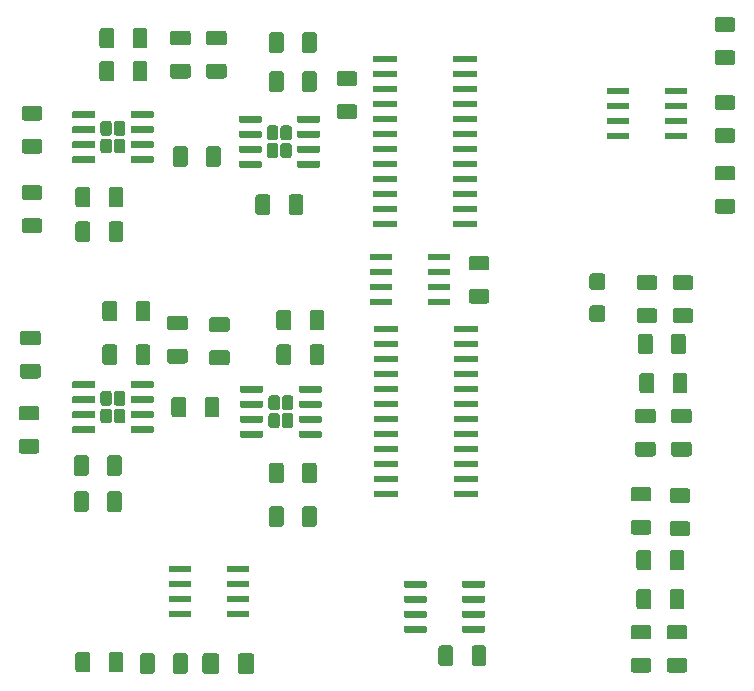
<source format=gtp>
G04 #@! TF.GenerationSoftware,KiCad,Pcbnew,(5.1.2)-1*
G04 #@! TF.CreationDate,2020-01-12T12:33:47-08:00*
G04 #@! TF.ProjectId,o-scope test,6f2d7363-6f70-4652-9074-6573742e6b69,v01*
G04 #@! TF.SameCoordinates,Original*
G04 #@! TF.FileFunction,Paste,Top*
G04 #@! TF.FilePolarity,Positive*
%FSLAX46Y46*%
G04 Gerber Fmt 4.6, Leading zero omitted, Abs format (unit mm)*
G04 Created by KiCad (PCBNEW (5.1.2)-1) date 2020-01-12 12:33:47*
%MOMM*%
%LPD*%
G04 APERTURE LIST*
%ADD10R,1.981200X0.558800*%
%ADD11C,0.100000*%
%ADD12C,0.960000*%
%ADD13C,0.600000*%
%ADD14R,2.159000X0.558800*%
%ADD15C,1.350000*%
%ADD16C,1.250000*%
%ADD17C,1.425000*%
G04 APERTURE END LIST*
D10*
X158191200Y-93243400D03*
X158191200Y-94513400D03*
X158191200Y-95783400D03*
X158191200Y-97053400D03*
X163118800Y-97053400D03*
X163118800Y-95783400D03*
X163118800Y-94513400D03*
X163118800Y-93243400D03*
D11*
G36*
X135202524Y-104569556D02*
G01*
X135225822Y-104573012D01*
X135248668Y-104578734D01*
X135270844Y-104586669D01*
X135292135Y-104596739D01*
X135312337Y-104608847D01*
X135331254Y-104622877D01*
X135348706Y-104638694D01*
X135364523Y-104656146D01*
X135378553Y-104675063D01*
X135390661Y-104695265D01*
X135400731Y-104716556D01*
X135408666Y-104738732D01*
X135414388Y-104761578D01*
X135417844Y-104784876D01*
X135419000Y-104808400D01*
X135419000Y-105578400D01*
X135417844Y-105601924D01*
X135414388Y-105625222D01*
X135408666Y-105648068D01*
X135400731Y-105670244D01*
X135390661Y-105691535D01*
X135378553Y-105711737D01*
X135364523Y-105730654D01*
X135348706Y-105748106D01*
X135331254Y-105763923D01*
X135312337Y-105777953D01*
X135292135Y-105790061D01*
X135270844Y-105800131D01*
X135248668Y-105808066D01*
X135225822Y-105813788D01*
X135202524Y-105817244D01*
X135179000Y-105818400D01*
X134699000Y-105818400D01*
X134675476Y-105817244D01*
X134652178Y-105813788D01*
X134629332Y-105808066D01*
X134607156Y-105800131D01*
X134585865Y-105790061D01*
X134565663Y-105777953D01*
X134546746Y-105763923D01*
X134529294Y-105748106D01*
X134513477Y-105730654D01*
X134499447Y-105711737D01*
X134487339Y-105691535D01*
X134477269Y-105670244D01*
X134469334Y-105648068D01*
X134463612Y-105625222D01*
X134460156Y-105601924D01*
X134459000Y-105578400D01*
X134459000Y-104808400D01*
X134460156Y-104784876D01*
X134463612Y-104761578D01*
X134469334Y-104738732D01*
X134477269Y-104716556D01*
X134487339Y-104695265D01*
X134499447Y-104675063D01*
X134513477Y-104656146D01*
X134529294Y-104638694D01*
X134546746Y-104622877D01*
X134565663Y-104608847D01*
X134585865Y-104596739D01*
X134607156Y-104586669D01*
X134629332Y-104578734D01*
X134652178Y-104573012D01*
X134675476Y-104569556D01*
X134699000Y-104568400D01*
X135179000Y-104568400D01*
X135202524Y-104569556D01*
X135202524Y-104569556D01*
G37*
D12*
X134939000Y-105193400D03*
D11*
G36*
X135202524Y-106069556D02*
G01*
X135225822Y-106073012D01*
X135248668Y-106078734D01*
X135270844Y-106086669D01*
X135292135Y-106096739D01*
X135312337Y-106108847D01*
X135331254Y-106122877D01*
X135348706Y-106138694D01*
X135364523Y-106156146D01*
X135378553Y-106175063D01*
X135390661Y-106195265D01*
X135400731Y-106216556D01*
X135408666Y-106238732D01*
X135414388Y-106261578D01*
X135417844Y-106284876D01*
X135419000Y-106308400D01*
X135419000Y-107078400D01*
X135417844Y-107101924D01*
X135414388Y-107125222D01*
X135408666Y-107148068D01*
X135400731Y-107170244D01*
X135390661Y-107191535D01*
X135378553Y-107211737D01*
X135364523Y-107230654D01*
X135348706Y-107248106D01*
X135331254Y-107263923D01*
X135312337Y-107277953D01*
X135292135Y-107290061D01*
X135270844Y-107300131D01*
X135248668Y-107308066D01*
X135225822Y-107313788D01*
X135202524Y-107317244D01*
X135179000Y-107318400D01*
X134699000Y-107318400D01*
X134675476Y-107317244D01*
X134652178Y-107313788D01*
X134629332Y-107308066D01*
X134607156Y-107300131D01*
X134585865Y-107290061D01*
X134565663Y-107277953D01*
X134546746Y-107263923D01*
X134529294Y-107248106D01*
X134513477Y-107230654D01*
X134499447Y-107211737D01*
X134487339Y-107191535D01*
X134477269Y-107170244D01*
X134469334Y-107148068D01*
X134463612Y-107125222D01*
X134460156Y-107101924D01*
X134459000Y-107078400D01*
X134459000Y-106308400D01*
X134460156Y-106284876D01*
X134463612Y-106261578D01*
X134469334Y-106238732D01*
X134477269Y-106216556D01*
X134487339Y-106195265D01*
X134499447Y-106175063D01*
X134513477Y-106156146D01*
X134529294Y-106138694D01*
X134546746Y-106122877D01*
X134565663Y-106108847D01*
X134585865Y-106096739D01*
X134607156Y-106086669D01*
X134629332Y-106078734D01*
X134652178Y-106073012D01*
X134675476Y-106069556D01*
X134699000Y-106068400D01*
X135179000Y-106068400D01*
X135202524Y-106069556D01*
X135202524Y-106069556D01*
G37*
D12*
X134939000Y-106693400D03*
D11*
G36*
X136342524Y-104569556D02*
G01*
X136365822Y-104573012D01*
X136388668Y-104578734D01*
X136410844Y-104586669D01*
X136432135Y-104596739D01*
X136452337Y-104608847D01*
X136471254Y-104622877D01*
X136488706Y-104638694D01*
X136504523Y-104656146D01*
X136518553Y-104675063D01*
X136530661Y-104695265D01*
X136540731Y-104716556D01*
X136548666Y-104738732D01*
X136554388Y-104761578D01*
X136557844Y-104784876D01*
X136559000Y-104808400D01*
X136559000Y-105578400D01*
X136557844Y-105601924D01*
X136554388Y-105625222D01*
X136548666Y-105648068D01*
X136540731Y-105670244D01*
X136530661Y-105691535D01*
X136518553Y-105711737D01*
X136504523Y-105730654D01*
X136488706Y-105748106D01*
X136471254Y-105763923D01*
X136452337Y-105777953D01*
X136432135Y-105790061D01*
X136410844Y-105800131D01*
X136388668Y-105808066D01*
X136365822Y-105813788D01*
X136342524Y-105817244D01*
X136319000Y-105818400D01*
X135839000Y-105818400D01*
X135815476Y-105817244D01*
X135792178Y-105813788D01*
X135769332Y-105808066D01*
X135747156Y-105800131D01*
X135725865Y-105790061D01*
X135705663Y-105777953D01*
X135686746Y-105763923D01*
X135669294Y-105748106D01*
X135653477Y-105730654D01*
X135639447Y-105711737D01*
X135627339Y-105691535D01*
X135617269Y-105670244D01*
X135609334Y-105648068D01*
X135603612Y-105625222D01*
X135600156Y-105601924D01*
X135599000Y-105578400D01*
X135599000Y-104808400D01*
X135600156Y-104784876D01*
X135603612Y-104761578D01*
X135609334Y-104738732D01*
X135617269Y-104716556D01*
X135627339Y-104695265D01*
X135639447Y-104675063D01*
X135653477Y-104656146D01*
X135669294Y-104638694D01*
X135686746Y-104622877D01*
X135705663Y-104608847D01*
X135725865Y-104596739D01*
X135747156Y-104586669D01*
X135769332Y-104578734D01*
X135792178Y-104573012D01*
X135815476Y-104569556D01*
X135839000Y-104568400D01*
X136319000Y-104568400D01*
X136342524Y-104569556D01*
X136342524Y-104569556D01*
G37*
D12*
X136079000Y-105193400D03*
D11*
G36*
X136342524Y-106069556D02*
G01*
X136365822Y-106073012D01*
X136388668Y-106078734D01*
X136410844Y-106086669D01*
X136432135Y-106096739D01*
X136452337Y-106108847D01*
X136471254Y-106122877D01*
X136488706Y-106138694D01*
X136504523Y-106156146D01*
X136518553Y-106175063D01*
X136530661Y-106195265D01*
X136540731Y-106216556D01*
X136548666Y-106238732D01*
X136554388Y-106261578D01*
X136557844Y-106284876D01*
X136559000Y-106308400D01*
X136559000Y-107078400D01*
X136557844Y-107101924D01*
X136554388Y-107125222D01*
X136548666Y-107148068D01*
X136540731Y-107170244D01*
X136530661Y-107191535D01*
X136518553Y-107211737D01*
X136504523Y-107230654D01*
X136488706Y-107248106D01*
X136471254Y-107263923D01*
X136452337Y-107277953D01*
X136432135Y-107290061D01*
X136410844Y-107300131D01*
X136388668Y-107308066D01*
X136365822Y-107313788D01*
X136342524Y-107317244D01*
X136319000Y-107318400D01*
X135839000Y-107318400D01*
X135815476Y-107317244D01*
X135792178Y-107313788D01*
X135769332Y-107308066D01*
X135747156Y-107300131D01*
X135725865Y-107290061D01*
X135705663Y-107277953D01*
X135686746Y-107263923D01*
X135669294Y-107248106D01*
X135653477Y-107230654D01*
X135639447Y-107211737D01*
X135627339Y-107191535D01*
X135617269Y-107170244D01*
X135609334Y-107148068D01*
X135603612Y-107125222D01*
X135600156Y-107101924D01*
X135599000Y-107078400D01*
X135599000Y-106308400D01*
X135600156Y-106284876D01*
X135603612Y-106261578D01*
X135609334Y-106238732D01*
X135617269Y-106216556D01*
X135627339Y-106195265D01*
X135639447Y-106175063D01*
X135653477Y-106156146D01*
X135669294Y-106138694D01*
X135686746Y-106122877D01*
X135705663Y-106108847D01*
X135725865Y-106096739D01*
X135747156Y-106086669D01*
X135769332Y-106078734D01*
X135792178Y-106073012D01*
X135815476Y-106069556D01*
X135839000Y-106068400D01*
X136319000Y-106068400D01*
X136342524Y-106069556D01*
X136342524Y-106069556D01*
G37*
D12*
X136079000Y-106693400D03*
D11*
G36*
X133873703Y-103739122D02*
G01*
X133888264Y-103741282D01*
X133902543Y-103744859D01*
X133916403Y-103749818D01*
X133929710Y-103756112D01*
X133942336Y-103763680D01*
X133954159Y-103772448D01*
X133965066Y-103782334D01*
X133974952Y-103793241D01*
X133983720Y-103805064D01*
X133991288Y-103817690D01*
X133997582Y-103830997D01*
X134002541Y-103844857D01*
X134006118Y-103859136D01*
X134008278Y-103873697D01*
X134009000Y-103888400D01*
X134009000Y-104188400D01*
X134008278Y-104203103D01*
X134006118Y-104217664D01*
X134002541Y-104231943D01*
X133997582Y-104245803D01*
X133991288Y-104259110D01*
X133983720Y-104271736D01*
X133974952Y-104283559D01*
X133965066Y-104294466D01*
X133954159Y-104304352D01*
X133942336Y-104313120D01*
X133929710Y-104320688D01*
X133916403Y-104326982D01*
X133902543Y-104331941D01*
X133888264Y-104335518D01*
X133873703Y-104337678D01*
X133859000Y-104338400D01*
X132209000Y-104338400D01*
X132194297Y-104337678D01*
X132179736Y-104335518D01*
X132165457Y-104331941D01*
X132151597Y-104326982D01*
X132138290Y-104320688D01*
X132125664Y-104313120D01*
X132113841Y-104304352D01*
X132102934Y-104294466D01*
X132093048Y-104283559D01*
X132084280Y-104271736D01*
X132076712Y-104259110D01*
X132070418Y-104245803D01*
X132065459Y-104231943D01*
X132061882Y-104217664D01*
X132059722Y-104203103D01*
X132059000Y-104188400D01*
X132059000Y-103888400D01*
X132059722Y-103873697D01*
X132061882Y-103859136D01*
X132065459Y-103844857D01*
X132070418Y-103830997D01*
X132076712Y-103817690D01*
X132084280Y-103805064D01*
X132093048Y-103793241D01*
X132102934Y-103782334D01*
X132113841Y-103772448D01*
X132125664Y-103763680D01*
X132138290Y-103756112D01*
X132151597Y-103749818D01*
X132165457Y-103744859D01*
X132179736Y-103741282D01*
X132194297Y-103739122D01*
X132209000Y-103738400D01*
X133859000Y-103738400D01*
X133873703Y-103739122D01*
X133873703Y-103739122D01*
G37*
D13*
X133034000Y-104038400D03*
D11*
G36*
X133873703Y-105009122D02*
G01*
X133888264Y-105011282D01*
X133902543Y-105014859D01*
X133916403Y-105019818D01*
X133929710Y-105026112D01*
X133942336Y-105033680D01*
X133954159Y-105042448D01*
X133965066Y-105052334D01*
X133974952Y-105063241D01*
X133983720Y-105075064D01*
X133991288Y-105087690D01*
X133997582Y-105100997D01*
X134002541Y-105114857D01*
X134006118Y-105129136D01*
X134008278Y-105143697D01*
X134009000Y-105158400D01*
X134009000Y-105458400D01*
X134008278Y-105473103D01*
X134006118Y-105487664D01*
X134002541Y-105501943D01*
X133997582Y-105515803D01*
X133991288Y-105529110D01*
X133983720Y-105541736D01*
X133974952Y-105553559D01*
X133965066Y-105564466D01*
X133954159Y-105574352D01*
X133942336Y-105583120D01*
X133929710Y-105590688D01*
X133916403Y-105596982D01*
X133902543Y-105601941D01*
X133888264Y-105605518D01*
X133873703Y-105607678D01*
X133859000Y-105608400D01*
X132209000Y-105608400D01*
X132194297Y-105607678D01*
X132179736Y-105605518D01*
X132165457Y-105601941D01*
X132151597Y-105596982D01*
X132138290Y-105590688D01*
X132125664Y-105583120D01*
X132113841Y-105574352D01*
X132102934Y-105564466D01*
X132093048Y-105553559D01*
X132084280Y-105541736D01*
X132076712Y-105529110D01*
X132070418Y-105515803D01*
X132065459Y-105501943D01*
X132061882Y-105487664D01*
X132059722Y-105473103D01*
X132059000Y-105458400D01*
X132059000Y-105158400D01*
X132059722Y-105143697D01*
X132061882Y-105129136D01*
X132065459Y-105114857D01*
X132070418Y-105100997D01*
X132076712Y-105087690D01*
X132084280Y-105075064D01*
X132093048Y-105063241D01*
X132102934Y-105052334D01*
X132113841Y-105042448D01*
X132125664Y-105033680D01*
X132138290Y-105026112D01*
X132151597Y-105019818D01*
X132165457Y-105014859D01*
X132179736Y-105011282D01*
X132194297Y-105009122D01*
X132209000Y-105008400D01*
X133859000Y-105008400D01*
X133873703Y-105009122D01*
X133873703Y-105009122D01*
G37*
D13*
X133034000Y-105308400D03*
D11*
G36*
X133873703Y-106279122D02*
G01*
X133888264Y-106281282D01*
X133902543Y-106284859D01*
X133916403Y-106289818D01*
X133929710Y-106296112D01*
X133942336Y-106303680D01*
X133954159Y-106312448D01*
X133965066Y-106322334D01*
X133974952Y-106333241D01*
X133983720Y-106345064D01*
X133991288Y-106357690D01*
X133997582Y-106370997D01*
X134002541Y-106384857D01*
X134006118Y-106399136D01*
X134008278Y-106413697D01*
X134009000Y-106428400D01*
X134009000Y-106728400D01*
X134008278Y-106743103D01*
X134006118Y-106757664D01*
X134002541Y-106771943D01*
X133997582Y-106785803D01*
X133991288Y-106799110D01*
X133983720Y-106811736D01*
X133974952Y-106823559D01*
X133965066Y-106834466D01*
X133954159Y-106844352D01*
X133942336Y-106853120D01*
X133929710Y-106860688D01*
X133916403Y-106866982D01*
X133902543Y-106871941D01*
X133888264Y-106875518D01*
X133873703Y-106877678D01*
X133859000Y-106878400D01*
X132209000Y-106878400D01*
X132194297Y-106877678D01*
X132179736Y-106875518D01*
X132165457Y-106871941D01*
X132151597Y-106866982D01*
X132138290Y-106860688D01*
X132125664Y-106853120D01*
X132113841Y-106844352D01*
X132102934Y-106834466D01*
X132093048Y-106823559D01*
X132084280Y-106811736D01*
X132076712Y-106799110D01*
X132070418Y-106785803D01*
X132065459Y-106771943D01*
X132061882Y-106757664D01*
X132059722Y-106743103D01*
X132059000Y-106728400D01*
X132059000Y-106428400D01*
X132059722Y-106413697D01*
X132061882Y-106399136D01*
X132065459Y-106384857D01*
X132070418Y-106370997D01*
X132076712Y-106357690D01*
X132084280Y-106345064D01*
X132093048Y-106333241D01*
X132102934Y-106322334D01*
X132113841Y-106312448D01*
X132125664Y-106303680D01*
X132138290Y-106296112D01*
X132151597Y-106289818D01*
X132165457Y-106284859D01*
X132179736Y-106281282D01*
X132194297Y-106279122D01*
X132209000Y-106278400D01*
X133859000Y-106278400D01*
X133873703Y-106279122D01*
X133873703Y-106279122D01*
G37*
D13*
X133034000Y-106578400D03*
D11*
G36*
X133873703Y-107549122D02*
G01*
X133888264Y-107551282D01*
X133902543Y-107554859D01*
X133916403Y-107559818D01*
X133929710Y-107566112D01*
X133942336Y-107573680D01*
X133954159Y-107582448D01*
X133965066Y-107592334D01*
X133974952Y-107603241D01*
X133983720Y-107615064D01*
X133991288Y-107627690D01*
X133997582Y-107640997D01*
X134002541Y-107654857D01*
X134006118Y-107669136D01*
X134008278Y-107683697D01*
X134009000Y-107698400D01*
X134009000Y-107998400D01*
X134008278Y-108013103D01*
X134006118Y-108027664D01*
X134002541Y-108041943D01*
X133997582Y-108055803D01*
X133991288Y-108069110D01*
X133983720Y-108081736D01*
X133974952Y-108093559D01*
X133965066Y-108104466D01*
X133954159Y-108114352D01*
X133942336Y-108123120D01*
X133929710Y-108130688D01*
X133916403Y-108136982D01*
X133902543Y-108141941D01*
X133888264Y-108145518D01*
X133873703Y-108147678D01*
X133859000Y-108148400D01*
X132209000Y-108148400D01*
X132194297Y-108147678D01*
X132179736Y-108145518D01*
X132165457Y-108141941D01*
X132151597Y-108136982D01*
X132138290Y-108130688D01*
X132125664Y-108123120D01*
X132113841Y-108114352D01*
X132102934Y-108104466D01*
X132093048Y-108093559D01*
X132084280Y-108081736D01*
X132076712Y-108069110D01*
X132070418Y-108055803D01*
X132065459Y-108041943D01*
X132061882Y-108027664D01*
X132059722Y-108013103D01*
X132059000Y-107998400D01*
X132059000Y-107698400D01*
X132059722Y-107683697D01*
X132061882Y-107669136D01*
X132065459Y-107654857D01*
X132070418Y-107640997D01*
X132076712Y-107627690D01*
X132084280Y-107615064D01*
X132093048Y-107603241D01*
X132102934Y-107592334D01*
X132113841Y-107582448D01*
X132125664Y-107573680D01*
X132138290Y-107566112D01*
X132151597Y-107559818D01*
X132165457Y-107554859D01*
X132179736Y-107551282D01*
X132194297Y-107549122D01*
X132209000Y-107548400D01*
X133859000Y-107548400D01*
X133873703Y-107549122D01*
X133873703Y-107549122D01*
G37*
D13*
X133034000Y-107848400D03*
D11*
G36*
X138823703Y-107549122D02*
G01*
X138838264Y-107551282D01*
X138852543Y-107554859D01*
X138866403Y-107559818D01*
X138879710Y-107566112D01*
X138892336Y-107573680D01*
X138904159Y-107582448D01*
X138915066Y-107592334D01*
X138924952Y-107603241D01*
X138933720Y-107615064D01*
X138941288Y-107627690D01*
X138947582Y-107640997D01*
X138952541Y-107654857D01*
X138956118Y-107669136D01*
X138958278Y-107683697D01*
X138959000Y-107698400D01*
X138959000Y-107998400D01*
X138958278Y-108013103D01*
X138956118Y-108027664D01*
X138952541Y-108041943D01*
X138947582Y-108055803D01*
X138941288Y-108069110D01*
X138933720Y-108081736D01*
X138924952Y-108093559D01*
X138915066Y-108104466D01*
X138904159Y-108114352D01*
X138892336Y-108123120D01*
X138879710Y-108130688D01*
X138866403Y-108136982D01*
X138852543Y-108141941D01*
X138838264Y-108145518D01*
X138823703Y-108147678D01*
X138809000Y-108148400D01*
X137159000Y-108148400D01*
X137144297Y-108147678D01*
X137129736Y-108145518D01*
X137115457Y-108141941D01*
X137101597Y-108136982D01*
X137088290Y-108130688D01*
X137075664Y-108123120D01*
X137063841Y-108114352D01*
X137052934Y-108104466D01*
X137043048Y-108093559D01*
X137034280Y-108081736D01*
X137026712Y-108069110D01*
X137020418Y-108055803D01*
X137015459Y-108041943D01*
X137011882Y-108027664D01*
X137009722Y-108013103D01*
X137009000Y-107998400D01*
X137009000Y-107698400D01*
X137009722Y-107683697D01*
X137011882Y-107669136D01*
X137015459Y-107654857D01*
X137020418Y-107640997D01*
X137026712Y-107627690D01*
X137034280Y-107615064D01*
X137043048Y-107603241D01*
X137052934Y-107592334D01*
X137063841Y-107582448D01*
X137075664Y-107573680D01*
X137088290Y-107566112D01*
X137101597Y-107559818D01*
X137115457Y-107554859D01*
X137129736Y-107551282D01*
X137144297Y-107549122D01*
X137159000Y-107548400D01*
X138809000Y-107548400D01*
X138823703Y-107549122D01*
X138823703Y-107549122D01*
G37*
D13*
X137984000Y-107848400D03*
D11*
G36*
X138823703Y-106279122D02*
G01*
X138838264Y-106281282D01*
X138852543Y-106284859D01*
X138866403Y-106289818D01*
X138879710Y-106296112D01*
X138892336Y-106303680D01*
X138904159Y-106312448D01*
X138915066Y-106322334D01*
X138924952Y-106333241D01*
X138933720Y-106345064D01*
X138941288Y-106357690D01*
X138947582Y-106370997D01*
X138952541Y-106384857D01*
X138956118Y-106399136D01*
X138958278Y-106413697D01*
X138959000Y-106428400D01*
X138959000Y-106728400D01*
X138958278Y-106743103D01*
X138956118Y-106757664D01*
X138952541Y-106771943D01*
X138947582Y-106785803D01*
X138941288Y-106799110D01*
X138933720Y-106811736D01*
X138924952Y-106823559D01*
X138915066Y-106834466D01*
X138904159Y-106844352D01*
X138892336Y-106853120D01*
X138879710Y-106860688D01*
X138866403Y-106866982D01*
X138852543Y-106871941D01*
X138838264Y-106875518D01*
X138823703Y-106877678D01*
X138809000Y-106878400D01*
X137159000Y-106878400D01*
X137144297Y-106877678D01*
X137129736Y-106875518D01*
X137115457Y-106871941D01*
X137101597Y-106866982D01*
X137088290Y-106860688D01*
X137075664Y-106853120D01*
X137063841Y-106844352D01*
X137052934Y-106834466D01*
X137043048Y-106823559D01*
X137034280Y-106811736D01*
X137026712Y-106799110D01*
X137020418Y-106785803D01*
X137015459Y-106771943D01*
X137011882Y-106757664D01*
X137009722Y-106743103D01*
X137009000Y-106728400D01*
X137009000Y-106428400D01*
X137009722Y-106413697D01*
X137011882Y-106399136D01*
X137015459Y-106384857D01*
X137020418Y-106370997D01*
X137026712Y-106357690D01*
X137034280Y-106345064D01*
X137043048Y-106333241D01*
X137052934Y-106322334D01*
X137063841Y-106312448D01*
X137075664Y-106303680D01*
X137088290Y-106296112D01*
X137101597Y-106289818D01*
X137115457Y-106284859D01*
X137129736Y-106281282D01*
X137144297Y-106279122D01*
X137159000Y-106278400D01*
X138809000Y-106278400D01*
X138823703Y-106279122D01*
X138823703Y-106279122D01*
G37*
D13*
X137984000Y-106578400D03*
D11*
G36*
X138823703Y-105009122D02*
G01*
X138838264Y-105011282D01*
X138852543Y-105014859D01*
X138866403Y-105019818D01*
X138879710Y-105026112D01*
X138892336Y-105033680D01*
X138904159Y-105042448D01*
X138915066Y-105052334D01*
X138924952Y-105063241D01*
X138933720Y-105075064D01*
X138941288Y-105087690D01*
X138947582Y-105100997D01*
X138952541Y-105114857D01*
X138956118Y-105129136D01*
X138958278Y-105143697D01*
X138959000Y-105158400D01*
X138959000Y-105458400D01*
X138958278Y-105473103D01*
X138956118Y-105487664D01*
X138952541Y-105501943D01*
X138947582Y-105515803D01*
X138941288Y-105529110D01*
X138933720Y-105541736D01*
X138924952Y-105553559D01*
X138915066Y-105564466D01*
X138904159Y-105574352D01*
X138892336Y-105583120D01*
X138879710Y-105590688D01*
X138866403Y-105596982D01*
X138852543Y-105601941D01*
X138838264Y-105605518D01*
X138823703Y-105607678D01*
X138809000Y-105608400D01*
X137159000Y-105608400D01*
X137144297Y-105607678D01*
X137129736Y-105605518D01*
X137115457Y-105601941D01*
X137101597Y-105596982D01*
X137088290Y-105590688D01*
X137075664Y-105583120D01*
X137063841Y-105574352D01*
X137052934Y-105564466D01*
X137043048Y-105553559D01*
X137034280Y-105541736D01*
X137026712Y-105529110D01*
X137020418Y-105515803D01*
X137015459Y-105501943D01*
X137011882Y-105487664D01*
X137009722Y-105473103D01*
X137009000Y-105458400D01*
X137009000Y-105158400D01*
X137009722Y-105143697D01*
X137011882Y-105129136D01*
X137015459Y-105114857D01*
X137020418Y-105100997D01*
X137026712Y-105087690D01*
X137034280Y-105075064D01*
X137043048Y-105063241D01*
X137052934Y-105052334D01*
X137063841Y-105042448D01*
X137075664Y-105033680D01*
X137088290Y-105026112D01*
X137101597Y-105019818D01*
X137115457Y-105014859D01*
X137129736Y-105011282D01*
X137144297Y-105009122D01*
X137159000Y-105008400D01*
X138809000Y-105008400D01*
X138823703Y-105009122D01*
X138823703Y-105009122D01*
G37*
D13*
X137984000Y-105308400D03*
D11*
G36*
X138823703Y-103739122D02*
G01*
X138838264Y-103741282D01*
X138852543Y-103744859D01*
X138866403Y-103749818D01*
X138879710Y-103756112D01*
X138892336Y-103763680D01*
X138904159Y-103772448D01*
X138915066Y-103782334D01*
X138924952Y-103793241D01*
X138933720Y-103805064D01*
X138941288Y-103817690D01*
X138947582Y-103830997D01*
X138952541Y-103844857D01*
X138956118Y-103859136D01*
X138958278Y-103873697D01*
X138959000Y-103888400D01*
X138959000Y-104188400D01*
X138958278Y-104203103D01*
X138956118Y-104217664D01*
X138952541Y-104231943D01*
X138947582Y-104245803D01*
X138941288Y-104259110D01*
X138933720Y-104271736D01*
X138924952Y-104283559D01*
X138915066Y-104294466D01*
X138904159Y-104304352D01*
X138892336Y-104313120D01*
X138879710Y-104320688D01*
X138866403Y-104326982D01*
X138852543Y-104331941D01*
X138838264Y-104335518D01*
X138823703Y-104337678D01*
X138809000Y-104338400D01*
X137159000Y-104338400D01*
X137144297Y-104337678D01*
X137129736Y-104335518D01*
X137115457Y-104331941D01*
X137101597Y-104326982D01*
X137088290Y-104320688D01*
X137075664Y-104313120D01*
X137063841Y-104304352D01*
X137052934Y-104294466D01*
X137043048Y-104283559D01*
X137034280Y-104271736D01*
X137026712Y-104259110D01*
X137020418Y-104245803D01*
X137015459Y-104231943D01*
X137011882Y-104217664D01*
X137009722Y-104203103D01*
X137009000Y-104188400D01*
X137009000Y-103888400D01*
X137009722Y-103873697D01*
X137011882Y-103859136D01*
X137015459Y-103844857D01*
X137020418Y-103830997D01*
X137026712Y-103817690D01*
X137034280Y-103805064D01*
X137043048Y-103793241D01*
X137052934Y-103782334D01*
X137063841Y-103772448D01*
X137075664Y-103763680D01*
X137088290Y-103756112D01*
X137101597Y-103749818D01*
X137115457Y-103744859D01*
X137129736Y-103741282D01*
X137144297Y-103739122D01*
X137159000Y-103738400D01*
X138809000Y-103738400D01*
X138823703Y-103739122D01*
X138823703Y-103739122D01*
G37*
D13*
X137984000Y-104038400D03*
D11*
G36*
X153047703Y-104120122D02*
G01*
X153062264Y-104122282D01*
X153076543Y-104125859D01*
X153090403Y-104130818D01*
X153103710Y-104137112D01*
X153116336Y-104144680D01*
X153128159Y-104153448D01*
X153139066Y-104163334D01*
X153148952Y-104174241D01*
X153157720Y-104186064D01*
X153165288Y-104198690D01*
X153171582Y-104211997D01*
X153176541Y-104225857D01*
X153180118Y-104240136D01*
X153182278Y-104254697D01*
X153183000Y-104269400D01*
X153183000Y-104569400D01*
X153182278Y-104584103D01*
X153180118Y-104598664D01*
X153176541Y-104612943D01*
X153171582Y-104626803D01*
X153165288Y-104640110D01*
X153157720Y-104652736D01*
X153148952Y-104664559D01*
X153139066Y-104675466D01*
X153128159Y-104685352D01*
X153116336Y-104694120D01*
X153103710Y-104701688D01*
X153090403Y-104707982D01*
X153076543Y-104712941D01*
X153062264Y-104716518D01*
X153047703Y-104718678D01*
X153033000Y-104719400D01*
X151383000Y-104719400D01*
X151368297Y-104718678D01*
X151353736Y-104716518D01*
X151339457Y-104712941D01*
X151325597Y-104707982D01*
X151312290Y-104701688D01*
X151299664Y-104694120D01*
X151287841Y-104685352D01*
X151276934Y-104675466D01*
X151267048Y-104664559D01*
X151258280Y-104652736D01*
X151250712Y-104640110D01*
X151244418Y-104626803D01*
X151239459Y-104612943D01*
X151235882Y-104598664D01*
X151233722Y-104584103D01*
X151233000Y-104569400D01*
X151233000Y-104269400D01*
X151233722Y-104254697D01*
X151235882Y-104240136D01*
X151239459Y-104225857D01*
X151244418Y-104211997D01*
X151250712Y-104198690D01*
X151258280Y-104186064D01*
X151267048Y-104174241D01*
X151276934Y-104163334D01*
X151287841Y-104153448D01*
X151299664Y-104144680D01*
X151312290Y-104137112D01*
X151325597Y-104130818D01*
X151339457Y-104125859D01*
X151353736Y-104122282D01*
X151368297Y-104120122D01*
X151383000Y-104119400D01*
X153033000Y-104119400D01*
X153047703Y-104120122D01*
X153047703Y-104120122D01*
G37*
D13*
X152208000Y-104419400D03*
D11*
G36*
X153047703Y-105390122D02*
G01*
X153062264Y-105392282D01*
X153076543Y-105395859D01*
X153090403Y-105400818D01*
X153103710Y-105407112D01*
X153116336Y-105414680D01*
X153128159Y-105423448D01*
X153139066Y-105433334D01*
X153148952Y-105444241D01*
X153157720Y-105456064D01*
X153165288Y-105468690D01*
X153171582Y-105481997D01*
X153176541Y-105495857D01*
X153180118Y-105510136D01*
X153182278Y-105524697D01*
X153183000Y-105539400D01*
X153183000Y-105839400D01*
X153182278Y-105854103D01*
X153180118Y-105868664D01*
X153176541Y-105882943D01*
X153171582Y-105896803D01*
X153165288Y-105910110D01*
X153157720Y-105922736D01*
X153148952Y-105934559D01*
X153139066Y-105945466D01*
X153128159Y-105955352D01*
X153116336Y-105964120D01*
X153103710Y-105971688D01*
X153090403Y-105977982D01*
X153076543Y-105982941D01*
X153062264Y-105986518D01*
X153047703Y-105988678D01*
X153033000Y-105989400D01*
X151383000Y-105989400D01*
X151368297Y-105988678D01*
X151353736Y-105986518D01*
X151339457Y-105982941D01*
X151325597Y-105977982D01*
X151312290Y-105971688D01*
X151299664Y-105964120D01*
X151287841Y-105955352D01*
X151276934Y-105945466D01*
X151267048Y-105934559D01*
X151258280Y-105922736D01*
X151250712Y-105910110D01*
X151244418Y-105896803D01*
X151239459Y-105882943D01*
X151235882Y-105868664D01*
X151233722Y-105854103D01*
X151233000Y-105839400D01*
X151233000Y-105539400D01*
X151233722Y-105524697D01*
X151235882Y-105510136D01*
X151239459Y-105495857D01*
X151244418Y-105481997D01*
X151250712Y-105468690D01*
X151258280Y-105456064D01*
X151267048Y-105444241D01*
X151276934Y-105433334D01*
X151287841Y-105423448D01*
X151299664Y-105414680D01*
X151312290Y-105407112D01*
X151325597Y-105400818D01*
X151339457Y-105395859D01*
X151353736Y-105392282D01*
X151368297Y-105390122D01*
X151383000Y-105389400D01*
X153033000Y-105389400D01*
X153047703Y-105390122D01*
X153047703Y-105390122D01*
G37*
D13*
X152208000Y-105689400D03*
D11*
G36*
X153047703Y-106660122D02*
G01*
X153062264Y-106662282D01*
X153076543Y-106665859D01*
X153090403Y-106670818D01*
X153103710Y-106677112D01*
X153116336Y-106684680D01*
X153128159Y-106693448D01*
X153139066Y-106703334D01*
X153148952Y-106714241D01*
X153157720Y-106726064D01*
X153165288Y-106738690D01*
X153171582Y-106751997D01*
X153176541Y-106765857D01*
X153180118Y-106780136D01*
X153182278Y-106794697D01*
X153183000Y-106809400D01*
X153183000Y-107109400D01*
X153182278Y-107124103D01*
X153180118Y-107138664D01*
X153176541Y-107152943D01*
X153171582Y-107166803D01*
X153165288Y-107180110D01*
X153157720Y-107192736D01*
X153148952Y-107204559D01*
X153139066Y-107215466D01*
X153128159Y-107225352D01*
X153116336Y-107234120D01*
X153103710Y-107241688D01*
X153090403Y-107247982D01*
X153076543Y-107252941D01*
X153062264Y-107256518D01*
X153047703Y-107258678D01*
X153033000Y-107259400D01*
X151383000Y-107259400D01*
X151368297Y-107258678D01*
X151353736Y-107256518D01*
X151339457Y-107252941D01*
X151325597Y-107247982D01*
X151312290Y-107241688D01*
X151299664Y-107234120D01*
X151287841Y-107225352D01*
X151276934Y-107215466D01*
X151267048Y-107204559D01*
X151258280Y-107192736D01*
X151250712Y-107180110D01*
X151244418Y-107166803D01*
X151239459Y-107152943D01*
X151235882Y-107138664D01*
X151233722Y-107124103D01*
X151233000Y-107109400D01*
X151233000Y-106809400D01*
X151233722Y-106794697D01*
X151235882Y-106780136D01*
X151239459Y-106765857D01*
X151244418Y-106751997D01*
X151250712Y-106738690D01*
X151258280Y-106726064D01*
X151267048Y-106714241D01*
X151276934Y-106703334D01*
X151287841Y-106693448D01*
X151299664Y-106684680D01*
X151312290Y-106677112D01*
X151325597Y-106670818D01*
X151339457Y-106665859D01*
X151353736Y-106662282D01*
X151368297Y-106660122D01*
X151383000Y-106659400D01*
X153033000Y-106659400D01*
X153047703Y-106660122D01*
X153047703Y-106660122D01*
G37*
D13*
X152208000Y-106959400D03*
D11*
G36*
X153047703Y-107930122D02*
G01*
X153062264Y-107932282D01*
X153076543Y-107935859D01*
X153090403Y-107940818D01*
X153103710Y-107947112D01*
X153116336Y-107954680D01*
X153128159Y-107963448D01*
X153139066Y-107973334D01*
X153148952Y-107984241D01*
X153157720Y-107996064D01*
X153165288Y-108008690D01*
X153171582Y-108021997D01*
X153176541Y-108035857D01*
X153180118Y-108050136D01*
X153182278Y-108064697D01*
X153183000Y-108079400D01*
X153183000Y-108379400D01*
X153182278Y-108394103D01*
X153180118Y-108408664D01*
X153176541Y-108422943D01*
X153171582Y-108436803D01*
X153165288Y-108450110D01*
X153157720Y-108462736D01*
X153148952Y-108474559D01*
X153139066Y-108485466D01*
X153128159Y-108495352D01*
X153116336Y-108504120D01*
X153103710Y-108511688D01*
X153090403Y-108517982D01*
X153076543Y-108522941D01*
X153062264Y-108526518D01*
X153047703Y-108528678D01*
X153033000Y-108529400D01*
X151383000Y-108529400D01*
X151368297Y-108528678D01*
X151353736Y-108526518D01*
X151339457Y-108522941D01*
X151325597Y-108517982D01*
X151312290Y-108511688D01*
X151299664Y-108504120D01*
X151287841Y-108495352D01*
X151276934Y-108485466D01*
X151267048Y-108474559D01*
X151258280Y-108462736D01*
X151250712Y-108450110D01*
X151244418Y-108436803D01*
X151239459Y-108422943D01*
X151235882Y-108408664D01*
X151233722Y-108394103D01*
X151233000Y-108379400D01*
X151233000Y-108079400D01*
X151233722Y-108064697D01*
X151235882Y-108050136D01*
X151239459Y-108035857D01*
X151244418Y-108021997D01*
X151250712Y-108008690D01*
X151258280Y-107996064D01*
X151267048Y-107984241D01*
X151276934Y-107973334D01*
X151287841Y-107963448D01*
X151299664Y-107954680D01*
X151312290Y-107947112D01*
X151325597Y-107940818D01*
X151339457Y-107935859D01*
X151353736Y-107932282D01*
X151368297Y-107930122D01*
X151383000Y-107929400D01*
X153033000Y-107929400D01*
X153047703Y-107930122D01*
X153047703Y-107930122D01*
G37*
D13*
X152208000Y-108229400D03*
D11*
G36*
X148097703Y-107930122D02*
G01*
X148112264Y-107932282D01*
X148126543Y-107935859D01*
X148140403Y-107940818D01*
X148153710Y-107947112D01*
X148166336Y-107954680D01*
X148178159Y-107963448D01*
X148189066Y-107973334D01*
X148198952Y-107984241D01*
X148207720Y-107996064D01*
X148215288Y-108008690D01*
X148221582Y-108021997D01*
X148226541Y-108035857D01*
X148230118Y-108050136D01*
X148232278Y-108064697D01*
X148233000Y-108079400D01*
X148233000Y-108379400D01*
X148232278Y-108394103D01*
X148230118Y-108408664D01*
X148226541Y-108422943D01*
X148221582Y-108436803D01*
X148215288Y-108450110D01*
X148207720Y-108462736D01*
X148198952Y-108474559D01*
X148189066Y-108485466D01*
X148178159Y-108495352D01*
X148166336Y-108504120D01*
X148153710Y-108511688D01*
X148140403Y-108517982D01*
X148126543Y-108522941D01*
X148112264Y-108526518D01*
X148097703Y-108528678D01*
X148083000Y-108529400D01*
X146433000Y-108529400D01*
X146418297Y-108528678D01*
X146403736Y-108526518D01*
X146389457Y-108522941D01*
X146375597Y-108517982D01*
X146362290Y-108511688D01*
X146349664Y-108504120D01*
X146337841Y-108495352D01*
X146326934Y-108485466D01*
X146317048Y-108474559D01*
X146308280Y-108462736D01*
X146300712Y-108450110D01*
X146294418Y-108436803D01*
X146289459Y-108422943D01*
X146285882Y-108408664D01*
X146283722Y-108394103D01*
X146283000Y-108379400D01*
X146283000Y-108079400D01*
X146283722Y-108064697D01*
X146285882Y-108050136D01*
X146289459Y-108035857D01*
X146294418Y-108021997D01*
X146300712Y-108008690D01*
X146308280Y-107996064D01*
X146317048Y-107984241D01*
X146326934Y-107973334D01*
X146337841Y-107963448D01*
X146349664Y-107954680D01*
X146362290Y-107947112D01*
X146375597Y-107940818D01*
X146389457Y-107935859D01*
X146403736Y-107932282D01*
X146418297Y-107930122D01*
X146433000Y-107929400D01*
X148083000Y-107929400D01*
X148097703Y-107930122D01*
X148097703Y-107930122D01*
G37*
D13*
X147258000Y-108229400D03*
D11*
G36*
X148097703Y-106660122D02*
G01*
X148112264Y-106662282D01*
X148126543Y-106665859D01*
X148140403Y-106670818D01*
X148153710Y-106677112D01*
X148166336Y-106684680D01*
X148178159Y-106693448D01*
X148189066Y-106703334D01*
X148198952Y-106714241D01*
X148207720Y-106726064D01*
X148215288Y-106738690D01*
X148221582Y-106751997D01*
X148226541Y-106765857D01*
X148230118Y-106780136D01*
X148232278Y-106794697D01*
X148233000Y-106809400D01*
X148233000Y-107109400D01*
X148232278Y-107124103D01*
X148230118Y-107138664D01*
X148226541Y-107152943D01*
X148221582Y-107166803D01*
X148215288Y-107180110D01*
X148207720Y-107192736D01*
X148198952Y-107204559D01*
X148189066Y-107215466D01*
X148178159Y-107225352D01*
X148166336Y-107234120D01*
X148153710Y-107241688D01*
X148140403Y-107247982D01*
X148126543Y-107252941D01*
X148112264Y-107256518D01*
X148097703Y-107258678D01*
X148083000Y-107259400D01*
X146433000Y-107259400D01*
X146418297Y-107258678D01*
X146403736Y-107256518D01*
X146389457Y-107252941D01*
X146375597Y-107247982D01*
X146362290Y-107241688D01*
X146349664Y-107234120D01*
X146337841Y-107225352D01*
X146326934Y-107215466D01*
X146317048Y-107204559D01*
X146308280Y-107192736D01*
X146300712Y-107180110D01*
X146294418Y-107166803D01*
X146289459Y-107152943D01*
X146285882Y-107138664D01*
X146283722Y-107124103D01*
X146283000Y-107109400D01*
X146283000Y-106809400D01*
X146283722Y-106794697D01*
X146285882Y-106780136D01*
X146289459Y-106765857D01*
X146294418Y-106751997D01*
X146300712Y-106738690D01*
X146308280Y-106726064D01*
X146317048Y-106714241D01*
X146326934Y-106703334D01*
X146337841Y-106693448D01*
X146349664Y-106684680D01*
X146362290Y-106677112D01*
X146375597Y-106670818D01*
X146389457Y-106665859D01*
X146403736Y-106662282D01*
X146418297Y-106660122D01*
X146433000Y-106659400D01*
X148083000Y-106659400D01*
X148097703Y-106660122D01*
X148097703Y-106660122D01*
G37*
D13*
X147258000Y-106959400D03*
D11*
G36*
X148097703Y-105390122D02*
G01*
X148112264Y-105392282D01*
X148126543Y-105395859D01*
X148140403Y-105400818D01*
X148153710Y-105407112D01*
X148166336Y-105414680D01*
X148178159Y-105423448D01*
X148189066Y-105433334D01*
X148198952Y-105444241D01*
X148207720Y-105456064D01*
X148215288Y-105468690D01*
X148221582Y-105481997D01*
X148226541Y-105495857D01*
X148230118Y-105510136D01*
X148232278Y-105524697D01*
X148233000Y-105539400D01*
X148233000Y-105839400D01*
X148232278Y-105854103D01*
X148230118Y-105868664D01*
X148226541Y-105882943D01*
X148221582Y-105896803D01*
X148215288Y-105910110D01*
X148207720Y-105922736D01*
X148198952Y-105934559D01*
X148189066Y-105945466D01*
X148178159Y-105955352D01*
X148166336Y-105964120D01*
X148153710Y-105971688D01*
X148140403Y-105977982D01*
X148126543Y-105982941D01*
X148112264Y-105986518D01*
X148097703Y-105988678D01*
X148083000Y-105989400D01*
X146433000Y-105989400D01*
X146418297Y-105988678D01*
X146403736Y-105986518D01*
X146389457Y-105982941D01*
X146375597Y-105977982D01*
X146362290Y-105971688D01*
X146349664Y-105964120D01*
X146337841Y-105955352D01*
X146326934Y-105945466D01*
X146317048Y-105934559D01*
X146308280Y-105922736D01*
X146300712Y-105910110D01*
X146294418Y-105896803D01*
X146289459Y-105882943D01*
X146285882Y-105868664D01*
X146283722Y-105854103D01*
X146283000Y-105839400D01*
X146283000Y-105539400D01*
X146283722Y-105524697D01*
X146285882Y-105510136D01*
X146289459Y-105495857D01*
X146294418Y-105481997D01*
X146300712Y-105468690D01*
X146308280Y-105456064D01*
X146317048Y-105444241D01*
X146326934Y-105433334D01*
X146337841Y-105423448D01*
X146349664Y-105414680D01*
X146362290Y-105407112D01*
X146375597Y-105400818D01*
X146389457Y-105395859D01*
X146403736Y-105392282D01*
X146418297Y-105390122D01*
X146433000Y-105389400D01*
X148083000Y-105389400D01*
X148097703Y-105390122D01*
X148097703Y-105390122D01*
G37*
D13*
X147258000Y-105689400D03*
D11*
G36*
X148097703Y-104120122D02*
G01*
X148112264Y-104122282D01*
X148126543Y-104125859D01*
X148140403Y-104130818D01*
X148153710Y-104137112D01*
X148166336Y-104144680D01*
X148178159Y-104153448D01*
X148189066Y-104163334D01*
X148198952Y-104174241D01*
X148207720Y-104186064D01*
X148215288Y-104198690D01*
X148221582Y-104211997D01*
X148226541Y-104225857D01*
X148230118Y-104240136D01*
X148232278Y-104254697D01*
X148233000Y-104269400D01*
X148233000Y-104569400D01*
X148232278Y-104584103D01*
X148230118Y-104598664D01*
X148226541Y-104612943D01*
X148221582Y-104626803D01*
X148215288Y-104640110D01*
X148207720Y-104652736D01*
X148198952Y-104664559D01*
X148189066Y-104675466D01*
X148178159Y-104685352D01*
X148166336Y-104694120D01*
X148153710Y-104701688D01*
X148140403Y-104707982D01*
X148126543Y-104712941D01*
X148112264Y-104716518D01*
X148097703Y-104718678D01*
X148083000Y-104719400D01*
X146433000Y-104719400D01*
X146418297Y-104718678D01*
X146403736Y-104716518D01*
X146389457Y-104712941D01*
X146375597Y-104707982D01*
X146362290Y-104701688D01*
X146349664Y-104694120D01*
X146337841Y-104685352D01*
X146326934Y-104675466D01*
X146317048Y-104664559D01*
X146308280Y-104652736D01*
X146300712Y-104640110D01*
X146294418Y-104626803D01*
X146289459Y-104612943D01*
X146285882Y-104598664D01*
X146283722Y-104584103D01*
X146283000Y-104569400D01*
X146283000Y-104269400D01*
X146283722Y-104254697D01*
X146285882Y-104240136D01*
X146289459Y-104225857D01*
X146294418Y-104211997D01*
X146300712Y-104198690D01*
X146308280Y-104186064D01*
X146317048Y-104174241D01*
X146326934Y-104163334D01*
X146337841Y-104153448D01*
X146349664Y-104144680D01*
X146362290Y-104137112D01*
X146375597Y-104130818D01*
X146389457Y-104125859D01*
X146403736Y-104122282D01*
X146418297Y-104120122D01*
X146433000Y-104119400D01*
X148083000Y-104119400D01*
X148097703Y-104120122D01*
X148097703Y-104120122D01*
G37*
D13*
X147258000Y-104419400D03*
D11*
G36*
X150566524Y-106450556D02*
G01*
X150589822Y-106454012D01*
X150612668Y-106459734D01*
X150634844Y-106467669D01*
X150656135Y-106477739D01*
X150676337Y-106489847D01*
X150695254Y-106503877D01*
X150712706Y-106519694D01*
X150728523Y-106537146D01*
X150742553Y-106556063D01*
X150754661Y-106576265D01*
X150764731Y-106597556D01*
X150772666Y-106619732D01*
X150778388Y-106642578D01*
X150781844Y-106665876D01*
X150783000Y-106689400D01*
X150783000Y-107459400D01*
X150781844Y-107482924D01*
X150778388Y-107506222D01*
X150772666Y-107529068D01*
X150764731Y-107551244D01*
X150754661Y-107572535D01*
X150742553Y-107592737D01*
X150728523Y-107611654D01*
X150712706Y-107629106D01*
X150695254Y-107644923D01*
X150676337Y-107658953D01*
X150656135Y-107671061D01*
X150634844Y-107681131D01*
X150612668Y-107689066D01*
X150589822Y-107694788D01*
X150566524Y-107698244D01*
X150543000Y-107699400D01*
X150063000Y-107699400D01*
X150039476Y-107698244D01*
X150016178Y-107694788D01*
X149993332Y-107689066D01*
X149971156Y-107681131D01*
X149949865Y-107671061D01*
X149929663Y-107658953D01*
X149910746Y-107644923D01*
X149893294Y-107629106D01*
X149877477Y-107611654D01*
X149863447Y-107592737D01*
X149851339Y-107572535D01*
X149841269Y-107551244D01*
X149833334Y-107529068D01*
X149827612Y-107506222D01*
X149824156Y-107482924D01*
X149823000Y-107459400D01*
X149823000Y-106689400D01*
X149824156Y-106665876D01*
X149827612Y-106642578D01*
X149833334Y-106619732D01*
X149841269Y-106597556D01*
X149851339Y-106576265D01*
X149863447Y-106556063D01*
X149877477Y-106537146D01*
X149893294Y-106519694D01*
X149910746Y-106503877D01*
X149929663Y-106489847D01*
X149949865Y-106477739D01*
X149971156Y-106467669D01*
X149993332Y-106459734D01*
X150016178Y-106454012D01*
X150039476Y-106450556D01*
X150063000Y-106449400D01*
X150543000Y-106449400D01*
X150566524Y-106450556D01*
X150566524Y-106450556D01*
G37*
D12*
X150303000Y-107074400D03*
D11*
G36*
X150566524Y-104950556D02*
G01*
X150589822Y-104954012D01*
X150612668Y-104959734D01*
X150634844Y-104967669D01*
X150656135Y-104977739D01*
X150676337Y-104989847D01*
X150695254Y-105003877D01*
X150712706Y-105019694D01*
X150728523Y-105037146D01*
X150742553Y-105056063D01*
X150754661Y-105076265D01*
X150764731Y-105097556D01*
X150772666Y-105119732D01*
X150778388Y-105142578D01*
X150781844Y-105165876D01*
X150783000Y-105189400D01*
X150783000Y-105959400D01*
X150781844Y-105982924D01*
X150778388Y-106006222D01*
X150772666Y-106029068D01*
X150764731Y-106051244D01*
X150754661Y-106072535D01*
X150742553Y-106092737D01*
X150728523Y-106111654D01*
X150712706Y-106129106D01*
X150695254Y-106144923D01*
X150676337Y-106158953D01*
X150656135Y-106171061D01*
X150634844Y-106181131D01*
X150612668Y-106189066D01*
X150589822Y-106194788D01*
X150566524Y-106198244D01*
X150543000Y-106199400D01*
X150063000Y-106199400D01*
X150039476Y-106198244D01*
X150016178Y-106194788D01*
X149993332Y-106189066D01*
X149971156Y-106181131D01*
X149949865Y-106171061D01*
X149929663Y-106158953D01*
X149910746Y-106144923D01*
X149893294Y-106129106D01*
X149877477Y-106111654D01*
X149863447Y-106092737D01*
X149851339Y-106072535D01*
X149841269Y-106051244D01*
X149833334Y-106029068D01*
X149827612Y-106006222D01*
X149824156Y-105982924D01*
X149823000Y-105959400D01*
X149823000Y-105189400D01*
X149824156Y-105165876D01*
X149827612Y-105142578D01*
X149833334Y-105119732D01*
X149841269Y-105097556D01*
X149851339Y-105076265D01*
X149863447Y-105056063D01*
X149877477Y-105037146D01*
X149893294Y-105019694D01*
X149910746Y-105003877D01*
X149929663Y-104989847D01*
X149949865Y-104977739D01*
X149971156Y-104967669D01*
X149993332Y-104959734D01*
X150016178Y-104954012D01*
X150039476Y-104950556D01*
X150063000Y-104949400D01*
X150543000Y-104949400D01*
X150566524Y-104950556D01*
X150566524Y-104950556D01*
G37*
D12*
X150303000Y-105574400D03*
D11*
G36*
X149426524Y-106450556D02*
G01*
X149449822Y-106454012D01*
X149472668Y-106459734D01*
X149494844Y-106467669D01*
X149516135Y-106477739D01*
X149536337Y-106489847D01*
X149555254Y-106503877D01*
X149572706Y-106519694D01*
X149588523Y-106537146D01*
X149602553Y-106556063D01*
X149614661Y-106576265D01*
X149624731Y-106597556D01*
X149632666Y-106619732D01*
X149638388Y-106642578D01*
X149641844Y-106665876D01*
X149643000Y-106689400D01*
X149643000Y-107459400D01*
X149641844Y-107482924D01*
X149638388Y-107506222D01*
X149632666Y-107529068D01*
X149624731Y-107551244D01*
X149614661Y-107572535D01*
X149602553Y-107592737D01*
X149588523Y-107611654D01*
X149572706Y-107629106D01*
X149555254Y-107644923D01*
X149536337Y-107658953D01*
X149516135Y-107671061D01*
X149494844Y-107681131D01*
X149472668Y-107689066D01*
X149449822Y-107694788D01*
X149426524Y-107698244D01*
X149403000Y-107699400D01*
X148923000Y-107699400D01*
X148899476Y-107698244D01*
X148876178Y-107694788D01*
X148853332Y-107689066D01*
X148831156Y-107681131D01*
X148809865Y-107671061D01*
X148789663Y-107658953D01*
X148770746Y-107644923D01*
X148753294Y-107629106D01*
X148737477Y-107611654D01*
X148723447Y-107592737D01*
X148711339Y-107572535D01*
X148701269Y-107551244D01*
X148693334Y-107529068D01*
X148687612Y-107506222D01*
X148684156Y-107482924D01*
X148683000Y-107459400D01*
X148683000Y-106689400D01*
X148684156Y-106665876D01*
X148687612Y-106642578D01*
X148693334Y-106619732D01*
X148701269Y-106597556D01*
X148711339Y-106576265D01*
X148723447Y-106556063D01*
X148737477Y-106537146D01*
X148753294Y-106519694D01*
X148770746Y-106503877D01*
X148789663Y-106489847D01*
X148809865Y-106477739D01*
X148831156Y-106467669D01*
X148853332Y-106459734D01*
X148876178Y-106454012D01*
X148899476Y-106450556D01*
X148923000Y-106449400D01*
X149403000Y-106449400D01*
X149426524Y-106450556D01*
X149426524Y-106450556D01*
G37*
D12*
X149163000Y-107074400D03*
D11*
G36*
X149426524Y-104950556D02*
G01*
X149449822Y-104954012D01*
X149472668Y-104959734D01*
X149494844Y-104967669D01*
X149516135Y-104977739D01*
X149536337Y-104989847D01*
X149555254Y-105003877D01*
X149572706Y-105019694D01*
X149588523Y-105037146D01*
X149602553Y-105056063D01*
X149614661Y-105076265D01*
X149624731Y-105097556D01*
X149632666Y-105119732D01*
X149638388Y-105142578D01*
X149641844Y-105165876D01*
X149643000Y-105189400D01*
X149643000Y-105959400D01*
X149641844Y-105982924D01*
X149638388Y-106006222D01*
X149632666Y-106029068D01*
X149624731Y-106051244D01*
X149614661Y-106072535D01*
X149602553Y-106092737D01*
X149588523Y-106111654D01*
X149572706Y-106129106D01*
X149555254Y-106144923D01*
X149536337Y-106158953D01*
X149516135Y-106171061D01*
X149494844Y-106181131D01*
X149472668Y-106189066D01*
X149449822Y-106194788D01*
X149426524Y-106198244D01*
X149403000Y-106199400D01*
X148923000Y-106199400D01*
X148899476Y-106198244D01*
X148876178Y-106194788D01*
X148853332Y-106189066D01*
X148831156Y-106181131D01*
X148809865Y-106171061D01*
X148789663Y-106158953D01*
X148770746Y-106144923D01*
X148753294Y-106129106D01*
X148737477Y-106111654D01*
X148723447Y-106092737D01*
X148711339Y-106072535D01*
X148701269Y-106051244D01*
X148693334Y-106029068D01*
X148687612Y-106006222D01*
X148684156Y-105982924D01*
X148683000Y-105959400D01*
X148683000Y-105189400D01*
X148684156Y-105165876D01*
X148687612Y-105142578D01*
X148693334Y-105119732D01*
X148701269Y-105097556D01*
X148711339Y-105076265D01*
X148723447Y-105056063D01*
X148737477Y-105037146D01*
X148753294Y-105019694D01*
X148770746Y-105003877D01*
X148789663Y-104989847D01*
X148809865Y-104977739D01*
X148831156Y-104967669D01*
X148853332Y-104959734D01*
X148876178Y-104954012D01*
X148899476Y-104950556D01*
X148923000Y-104949400D01*
X149403000Y-104949400D01*
X149426524Y-104950556D01*
X149426524Y-104950556D01*
G37*
D12*
X149163000Y-105574400D03*
D11*
G36*
X149299524Y-82090556D02*
G01*
X149322822Y-82094012D01*
X149345668Y-82099734D01*
X149367844Y-82107669D01*
X149389135Y-82117739D01*
X149409337Y-82129847D01*
X149428254Y-82143877D01*
X149445706Y-82159694D01*
X149461523Y-82177146D01*
X149475553Y-82196063D01*
X149487661Y-82216265D01*
X149497731Y-82237556D01*
X149505666Y-82259732D01*
X149511388Y-82282578D01*
X149514844Y-82305876D01*
X149516000Y-82329400D01*
X149516000Y-83099400D01*
X149514844Y-83122924D01*
X149511388Y-83146222D01*
X149505666Y-83169068D01*
X149497731Y-83191244D01*
X149487661Y-83212535D01*
X149475553Y-83232737D01*
X149461523Y-83251654D01*
X149445706Y-83269106D01*
X149428254Y-83284923D01*
X149409337Y-83298953D01*
X149389135Y-83311061D01*
X149367844Y-83321131D01*
X149345668Y-83329066D01*
X149322822Y-83334788D01*
X149299524Y-83338244D01*
X149276000Y-83339400D01*
X148796000Y-83339400D01*
X148772476Y-83338244D01*
X148749178Y-83334788D01*
X148726332Y-83329066D01*
X148704156Y-83321131D01*
X148682865Y-83311061D01*
X148662663Y-83298953D01*
X148643746Y-83284923D01*
X148626294Y-83269106D01*
X148610477Y-83251654D01*
X148596447Y-83232737D01*
X148584339Y-83212535D01*
X148574269Y-83191244D01*
X148566334Y-83169068D01*
X148560612Y-83146222D01*
X148557156Y-83122924D01*
X148556000Y-83099400D01*
X148556000Y-82329400D01*
X148557156Y-82305876D01*
X148560612Y-82282578D01*
X148566334Y-82259732D01*
X148574269Y-82237556D01*
X148584339Y-82216265D01*
X148596447Y-82196063D01*
X148610477Y-82177146D01*
X148626294Y-82159694D01*
X148643746Y-82143877D01*
X148662663Y-82129847D01*
X148682865Y-82117739D01*
X148704156Y-82107669D01*
X148726332Y-82099734D01*
X148749178Y-82094012D01*
X148772476Y-82090556D01*
X148796000Y-82089400D01*
X149276000Y-82089400D01*
X149299524Y-82090556D01*
X149299524Y-82090556D01*
G37*
D12*
X149036000Y-82714400D03*
D11*
G36*
X149299524Y-83590556D02*
G01*
X149322822Y-83594012D01*
X149345668Y-83599734D01*
X149367844Y-83607669D01*
X149389135Y-83617739D01*
X149409337Y-83629847D01*
X149428254Y-83643877D01*
X149445706Y-83659694D01*
X149461523Y-83677146D01*
X149475553Y-83696063D01*
X149487661Y-83716265D01*
X149497731Y-83737556D01*
X149505666Y-83759732D01*
X149511388Y-83782578D01*
X149514844Y-83805876D01*
X149516000Y-83829400D01*
X149516000Y-84599400D01*
X149514844Y-84622924D01*
X149511388Y-84646222D01*
X149505666Y-84669068D01*
X149497731Y-84691244D01*
X149487661Y-84712535D01*
X149475553Y-84732737D01*
X149461523Y-84751654D01*
X149445706Y-84769106D01*
X149428254Y-84784923D01*
X149409337Y-84798953D01*
X149389135Y-84811061D01*
X149367844Y-84821131D01*
X149345668Y-84829066D01*
X149322822Y-84834788D01*
X149299524Y-84838244D01*
X149276000Y-84839400D01*
X148796000Y-84839400D01*
X148772476Y-84838244D01*
X148749178Y-84834788D01*
X148726332Y-84829066D01*
X148704156Y-84821131D01*
X148682865Y-84811061D01*
X148662663Y-84798953D01*
X148643746Y-84784923D01*
X148626294Y-84769106D01*
X148610477Y-84751654D01*
X148596447Y-84732737D01*
X148584339Y-84712535D01*
X148574269Y-84691244D01*
X148566334Y-84669068D01*
X148560612Y-84646222D01*
X148557156Y-84622924D01*
X148556000Y-84599400D01*
X148556000Y-83829400D01*
X148557156Y-83805876D01*
X148560612Y-83782578D01*
X148566334Y-83759732D01*
X148574269Y-83737556D01*
X148584339Y-83716265D01*
X148596447Y-83696063D01*
X148610477Y-83677146D01*
X148626294Y-83659694D01*
X148643746Y-83643877D01*
X148662663Y-83629847D01*
X148682865Y-83617739D01*
X148704156Y-83607669D01*
X148726332Y-83599734D01*
X148749178Y-83594012D01*
X148772476Y-83590556D01*
X148796000Y-83589400D01*
X149276000Y-83589400D01*
X149299524Y-83590556D01*
X149299524Y-83590556D01*
G37*
D12*
X149036000Y-84214400D03*
D11*
G36*
X150439524Y-82090556D02*
G01*
X150462822Y-82094012D01*
X150485668Y-82099734D01*
X150507844Y-82107669D01*
X150529135Y-82117739D01*
X150549337Y-82129847D01*
X150568254Y-82143877D01*
X150585706Y-82159694D01*
X150601523Y-82177146D01*
X150615553Y-82196063D01*
X150627661Y-82216265D01*
X150637731Y-82237556D01*
X150645666Y-82259732D01*
X150651388Y-82282578D01*
X150654844Y-82305876D01*
X150656000Y-82329400D01*
X150656000Y-83099400D01*
X150654844Y-83122924D01*
X150651388Y-83146222D01*
X150645666Y-83169068D01*
X150637731Y-83191244D01*
X150627661Y-83212535D01*
X150615553Y-83232737D01*
X150601523Y-83251654D01*
X150585706Y-83269106D01*
X150568254Y-83284923D01*
X150549337Y-83298953D01*
X150529135Y-83311061D01*
X150507844Y-83321131D01*
X150485668Y-83329066D01*
X150462822Y-83334788D01*
X150439524Y-83338244D01*
X150416000Y-83339400D01*
X149936000Y-83339400D01*
X149912476Y-83338244D01*
X149889178Y-83334788D01*
X149866332Y-83329066D01*
X149844156Y-83321131D01*
X149822865Y-83311061D01*
X149802663Y-83298953D01*
X149783746Y-83284923D01*
X149766294Y-83269106D01*
X149750477Y-83251654D01*
X149736447Y-83232737D01*
X149724339Y-83212535D01*
X149714269Y-83191244D01*
X149706334Y-83169068D01*
X149700612Y-83146222D01*
X149697156Y-83122924D01*
X149696000Y-83099400D01*
X149696000Y-82329400D01*
X149697156Y-82305876D01*
X149700612Y-82282578D01*
X149706334Y-82259732D01*
X149714269Y-82237556D01*
X149724339Y-82216265D01*
X149736447Y-82196063D01*
X149750477Y-82177146D01*
X149766294Y-82159694D01*
X149783746Y-82143877D01*
X149802663Y-82129847D01*
X149822865Y-82117739D01*
X149844156Y-82107669D01*
X149866332Y-82099734D01*
X149889178Y-82094012D01*
X149912476Y-82090556D01*
X149936000Y-82089400D01*
X150416000Y-82089400D01*
X150439524Y-82090556D01*
X150439524Y-82090556D01*
G37*
D12*
X150176000Y-82714400D03*
D11*
G36*
X150439524Y-83590556D02*
G01*
X150462822Y-83594012D01*
X150485668Y-83599734D01*
X150507844Y-83607669D01*
X150529135Y-83617739D01*
X150549337Y-83629847D01*
X150568254Y-83643877D01*
X150585706Y-83659694D01*
X150601523Y-83677146D01*
X150615553Y-83696063D01*
X150627661Y-83716265D01*
X150637731Y-83737556D01*
X150645666Y-83759732D01*
X150651388Y-83782578D01*
X150654844Y-83805876D01*
X150656000Y-83829400D01*
X150656000Y-84599400D01*
X150654844Y-84622924D01*
X150651388Y-84646222D01*
X150645666Y-84669068D01*
X150637731Y-84691244D01*
X150627661Y-84712535D01*
X150615553Y-84732737D01*
X150601523Y-84751654D01*
X150585706Y-84769106D01*
X150568254Y-84784923D01*
X150549337Y-84798953D01*
X150529135Y-84811061D01*
X150507844Y-84821131D01*
X150485668Y-84829066D01*
X150462822Y-84834788D01*
X150439524Y-84838244D01*
X150416000Y-84839400D01*
X149936000Y-84839400D01*
X149912476Y-84838244D01*
X149889178Y-84834788D01*
X149866332Y-84829066D01*
X149844156Y-84821131D01*
X149822865Y-84811061D01*
X149802663Y-84798953D01*
X149783746Y-84784923D01*
X149766294Y-84769106D01*
X149750477Y-84751654D01*
X149736447Y-84732737D01*
X149724339Y-84712535D01*
X149714269Y-84691244D01*
X149706334Y-84669068D01*
X149700612Y-84646222D01*
X149697156Y-84622924D01*
X149696000Y-84599400D01*
X149696000Y-83829400D01*
X149697156Y-83805876D01*
X149700612Y-83782578D01*
X149706334Y-83759732D01*
X149714269Y-83737556D01*
X149724339Y-83716265D01*
X149736447Y-83696063D01*
X149750477Y-83677146D01*
X149766294Y-83659694D01*
X149783746Y-83643877D01*
X149802663Y-83629847D01*
X149822865Y-83617739D01*
X149844156Y-83607669D01*
X149866332Y-83599734D01*
X149889178Y-83594012D01*
X149912476Y-83590556D01*
X149936000Y-83589400D01*
X150416000Y-83589400D01*
X150439524Y-83590556D01*
X150439524Y-83590556D01*
G37*
D12*
X150176000Y-84214400D03*
D11*
G36*
X147970703Y-81260122D02*
G01*
X147985264Y-81262282D01*
X147999543Y-81265859D01*
X148013403Y-81270818D01*
X148026710Y-81277112D01*
X148039336Y-81284680D01*
X148051159Y-81293448D01*
X148062066Y-81303334D01*
X148071952Y-81314241D01*
X148080720Y-81326064D01*
X148088288Y-81338690D01*
X148094582Y-81351997D01*
X148099541Y-81365857D01*
X148103118Y-81380136D01*
X148105278Y-81394697D01*
X148106000Y-81409400D01*
X148106000Y-81709400D01*
X148105278Y-81724103D01*
X148103118Y-81738664D01*
X148099541Y-81752943D01*
X148094582Y-81766803D01*
X148088288Y-81780110D01*
X148080720Y-81792736D01*
X148071952Y-81804559D01*
X148062066Y-81815466D01*
X148051159Y-81825352D01*
X148039336Y-81834120D01*
X148026710Y-81841688D01*
X148013403Y-81847982D01*
X147999543Y-81852941D01*
X147985264Y-81856518D01*
X147970703Y-81858678D01*
X147956000Y-81859400D01*
X146306000Y-81859400D01*
X146291297Y-81858678D01*
X146276736Y-81856518D01*
X146262457Y-81852941D01*
X146248597Y-81847982D01*
X146235290Y-81841688D01*
X146222664Y-81834120D01*
X146210841Y-81825352D01*
X146199934Y-81815466D01*
X146190048Y-81804559D01*
X146181280Y-81792736D01*
X146173712Y-81780110D01*
X146167418Y-81766803D01*
X146162459Y-81752943D01*
X146158882Y-81738664D01*
X146156722Y-81724103D01*
X146156000Y-81709400D01*
X146156000Y-81409400D01*
X146156722Y-81394697D01*
X146158882Y-81380136D01*
X146162459Y-81365857D01*
X146167418Y-81351997D01*
X146173712Y-81338690D01*
X146181280Y-81326064D01*
X146190048Y-81314241D01*
X146199934Y-81303334D01*
X146210841Y-81293448D01*
X146222664Y-81284680D01*
X146235290Y-81277112D01*
X146248597Y-81270818D01*
X146262457Y-81265859D01*
X146276736Y-81262282D01*
X146291297Y-81260122D01*
X146306000Y-81259400D01*
X147956000Y-81259400D01*
X147970703Y-81260122D01*
X147970703Y-81260122D01*
G37*
D13*
X147131000Y-81559400D03*
D11*
G36*
X147970703Y-82530122D02*
G01*
X147985264Y-82532282D01*
X147999543Y-82535859D01*
X148013403Y-82540818D01*
X148026710Y-82547112D01*
X148039336Y-82554680D01*
X148051159Y-82563448D01*
X148062066Y-82573334D01*
X148071952Y-82584241D01*
X148080720Y-82596064D01*
X148088288Y-82608690D01*
X148094582Y-82621997D01*
X148099541Y-82635857D01*
X148103118Y-82650136D01*
X148105278Y-82664697D01*
X148106000Y-82679400D01*
X148106000Y-82979400D01*
X148105278Y-82994103D01*
X148103118Y-83008664D01*
X148099541Y-83022943D01*
X148094582Y-83036803D01*
X148088288Y-83050110D01*
X148080720Y-83062736D01*
X148071952Y-83074559D01*
X148062066Y-83085466D01*
X148051159Y-83095352D01*
X148039336Y-83104120D01*
X148026710Y-83111688D01*
X148013403Y-83117982D01*
X147999543Y-83122941D01*
X147985264Y-83126518D01*
X147970703Y-83128678D01*
X147956000Y-83129400D01*
X146306000Y-83129400D01*
X146291297Y-83128678D01*
X146276736Y-83126518D01*
X146262457Y-83122941D01*
X146248597Y-83117982D01*
X146235290Y-83111688D01*
X146222664Y-83104120D01*
X146210841Y-83095352D01*
X146199934Y-83085466D01*
X146190048Y-83074559D01*
X146181280Y-83062736D01*
X146173712Y-83050110D01*
X146167418Y-83036803D01*
X146162459Y-83022943D01*
X146158882Y-83008664D01*
X146156722Y-82994103D01*
X146156000Y-82979400D01*
X146156000Y-82679400D01*
X146156722Y-82664697D01*
X146158882Y-82650136D01*
X146162459Y-82635857D01*
X146167418Y-82621997D01*
X146173712Y-82608690D01*
X146181280Y-82596064D01*
X146190048Y-82584241D01*
X146199934Y-82573334D01*
X146210841Y-82563448D01*
X146222664Y-82554680D01*
X146235290Y-82547112D01*
X146248597Y-82540818D01*
X146262457Y-82535859D01*
X146276736Y-82532282D01*
X146291297Y-82530122D01*
X146306000Y-82529400D01*
X147956000Y-82529400D01*
X147970703Y-82530122D01*
X147970703Y-82530122D01*
G37*
D13*
X147131000Y-82829400D03*
D11*
G36*
X147970703Y-83800122D02*
G01*
X147985264Y-83802282D01*
X147999543Y-83805859D01*
X148013403Y-83810818D01*
X148026710Y-83817112D01*
X148039336Y-83824680D01*
X148051159Y-83833448D01*
X148062066Y-83843334D01*
X148071952Y-83854241D01*
X148080720Y-83866064D01*
X148088288Y-83878690D01*
X148094582Y-83891997D01*
X148099541Y-83905857D01*
X148103118Y-83920136D01*
X148105278Y-83934697D01*
X148106000Y-83949400D01*
X148106000Y-84249400D01*
X148105278Y-84264103D01*
X148103118Y-84278664D01*
X148099541Y-84292943D01*
X148094582Y-84306803D01*
X148088288Y-84320110D01*
X148080720Y-84332736D01*
X148071952Y-84344559D01*
X148062066Y-84355466D01*
X148051159Y-84365352D01*
X148039336Y-84374120D01*
X148026710Y-84381688D01*
X148013403Y-84387982D01*
X147999543Y-84392941D01*
X147985264Y-84396518D01*
X147970703Y-84398678D01*
X147956000Y-84399400D01*
X146306000Y-84399400D01*
X146291297Y-84398678D01*
X146276736Y-84396518D01*
X146262457Y-84392941D01*
X146248597Y-84387982D01*
X146235290Y-84381688D01*
X146222664Y-84374120D01*
X146210841Y-84365352D01*
X146199934Y-84355466D01*
X146190048Y-84344559D01*
X146181280Y-84332736D01*
X146173712Y-84320110D01*
X146167418Y-84306803D01*
X146162459Y-84292943D01*
X146158882Y-84278664D01*
X146156722Y-84264103D01*
X146156000Y-84249400D01*
X146156000Y-83949400D01*
X146156722Y-83934697D01*
X146158882Y-83920136D01*
X146162459Y-83905857D01*
X146167418Y-83891997D01*
X146173712Y-83878690D01*
X146181280Y-83866064D01*
X146190048Y-83854241D01*
X146199934Y-83843334D01*
X146210841Y-83833448D01*
X146222664Y-83824680D01*
X146235290Y-83817112D01*
X146248597Y-83810818D01*
X146262457Y-83805859D01*
X146276736Y-83802282D01*
X146291297Y-83800122D01*
X146306000Y-83799400D01*
X147956000Y-83799400D01*
X147970703Y-83800122D01*
X147970703Y-83800122D01*
G37*
D13*
X147131000Y-84099400D03*
D11*
G36*
X147970703Y-85070122D02*
G01*
X147985264Y-85072282D01*
X147999543Y-85075859D01*
X148013403Y-85080818D01*
X148026710Y-85087112D01*
X148039336Y-85094680D01*
X148051159Y-85103448D01*
X148062066Y-85113334D01*
X148071952Y-85124241D01*
X148080720Y-85136064D01*
X148088288Y-85148690D01*
X148094582Y-85161997D01*
X148099541Y-85175857D01*
X148103118Y-85190136D01*
X148105278Y-85204697D01*
X148106000Y-85219400D01*
X148106000Y-85519400D01*
X148105278Y-85534103D01*
X148103118Y-85548664D01*
X148099541Y-85562943D01*
X148094582Y-85576803D01*
X148088288Y-85590110D01*
X148080720Y-85602736D01*
X148071952Y-85614559D01*
X148062066Y-85625466D01*
X148051159Y-85635352D01*
X148039336Y-85644120D01*
X148026710Y-85651688D01*
X148013403Y-85657982D01*
X147999543Y-85662941D01*
X147985264Y-85666518D01*
X147970703Y-85668678D01*
X147956000Y-85669400D01*
X146306000Y-85669400D01*
X146291297Y-85668678D01*
X146276736Y-85666518D01*
X146262457Y-85662941D01*
X146248597Y-85657982D01*
X146235290Y-85651688D01*
X146222664Y-85644120D01*
X146210841Y-85635352D01*
X146199934Y-85625466D01*
X146190048Y-85614559D01*
X146181280Y-85602736D01*
X146173712Y-85590110D01*
X146167418Y-85576803D01*
X146162459Y-85562943D01*
X146158882Y-85548664D01*
X146156722Y-85534103D01*
X146156000Y-85519400D01*
X146156000Y-85219400D01*
X146156722Y-85204697D01*
X146158882Y-85190136D01*
X146162459Y-85175857D01*
X146167418Y-85161997D01*
X146173712Y-85148690D01*
X146181280Y-85136064D01*
X146190048Y-85124241D01*
X146199934Y-85113334D01*
X146210841Y-85103448D01*
X146222664Y-85094680D01*
X146235290Y-85087112D01*
X146248597Y-85080818D01*
X146262457Y-85075859D01*
X146276736Y-85072282D01*
X146291297Y-85070122D01*
X146306000Y-85069400D01*
X147956000Y-85069400D01*
X147970703Y-85070122D01*
X147970703Y-85070122D01*
G37*
D13*
X147131000Y-85369400D03*
D11*
G36*
X152920703Y-85070122D02*
G01*
X152935264Y-85072282D01*
X152949543Y-85075859D01*
X152963403Y-85080818D01*
X152976710Y-85087112D01*
X152989336Y-85094680D01*
X153001159Y-85103448D01*
X153012066Y-85113334D01*
X153021952Y-85124241D01*
X153030720Y-85136064D01*
X153038288Y-85148690D01*
X153044582Y-85161997D01*
X153049541Y-85175857D01*
X153053118Y-85190136D01*
X153055278Y-85204697D01*
X153056000Y-85219400D01*
X153056000Y-85519400D01*
X153055278Y-85534103D01*
X153053118Y-85548664D01*
X153049541Y-85562943D01*
X153044582Y-85576803D01*
X153038288Y-85590110D01*
X153030720Y-85602736D01*
X153021952Y-85614559D01*
X153012066Y-85625466D01*
X153001159Y-85635352D01*
X152989336Y-85644120D01*
X152976710Y-85651688D01*
X152963403Y-85657982D01*
X152949543Y-85662941D01*
X152935264Y-85666518D01*
X152920703Y-85668678D01*
X152906000Y-85669400D01*
X151256000Y-85669400D01*
X151241297Y-85668678D01*
X151226736Y-85666518D01*
X151212457Y-85662941D01*
X151198597Y-85657982D01*
X151185290Y-85651688D01*
X151172664Y-85644120D01*
X151160841Y-85635352D01*
X151149934Y-85625466D01*
X151140048Y-85614559D01*
X151131280Y-85602736D01*
X151123712Y-85590110D01*
X151117418Y-85576803D01*
X151112459Y-85562943D01*
X151108882Y-85548664D01*
X151106722Y-85534103D01*
X151106000Y-85519400D01*
X151106000Y-85219400D01*
X151106722Y-85204697D01*
X151108882Y-85190136D01*
X151112459Y-85175857D01*
X151117418Y-85161997D01*
X151123712Y-85148690D01*
X151131280Y-85136064D01*
X151140048Y-85124241D01*
X151149934Y-85113334D01*
X151160841Y-85103448D01*
X151172664Y-85094680D01*
X151185290Y-85087112D01*
X151198597Y-85080818D01*
X151212457Y-85075859D01*
X151226736Y-85072282D01*
X151241297Y-85070122D01*
X151256000Y-85069400D01*
X152906000Y-85069400D01*
X152920703Y-85070122D01*
X152920703Y-85070122D01*
G37*
D13*
X152081000Y-85369400D03*
D11*
G36*
X152920703Y-83800122D02*
G01*
X152935264Y-83802282D01*
X152949543Y-83805859D01*
X152963403Y-83810818D01*
X152976710Y-83817112D01*
X152989336Y-83824680D01*
X153001159Y-83833448D01*
X153012066Y-83843334D01*
X153021952Y-83854241D01*
X153030720Y-83866064D01*
X153038288Y-83878690D01*
X153044582Y-83891997D01*
X153049541Y-83905857D01*
X153053118Y-83920136D01*
X153055278Y-83934697D01*
X153056000Y-83949400D01*
X153056000Y-84249400D01*
X153055278Y-84264103D01*
X153053118Y-84278664D01*
X153049541Y-84292943D01*
X153044582Y-84306803D01*
X153038288Y-84320110D01*
X153030720Y-84332736D01*
X153021952Y-84344559D01*
X153012066Y-84355466D01*
X153001159Y-84365352D01*
X152989336Y-84374120D01*
X152976710Y-84381688D01*
X152963403Y-84387982D01*
X152949543Y-84392941D01*
X152935264Y-84396518D01*
X152920703Y-84398678D01*
X152906000Y-84399400D01*
X151256000Y-84399400D01*
X151241297Y-84398678D01*
X151226736Y-84396518D01*
X151212457Y-84392941D01*
X151198597Y-84387982D01*
X151185290Y-84381688D01*
X151172664Y-84374120D01*
X151160841Y-84365352D01*
X151149934Y-84355466D01*
X151140048Y-84344559D01*
X151131280Y-84332736D01*
X151123712Y-84320110D01*
X151117418Y-84306803D01*
X151112459Y-84292943D01*
X151108882Y-84278664D01*
X151106722Y-84264103D01*
X151106000Y-84249400D01*
X151106000Y-83949400D01*
X151106722Y-83934697D01*
X151108882Y-83920136D01*
X151112459Y-83905857D01*
X151117418Y-83891997D01*
X151123712Y-83878690D01*
X151131280Y-83866064D01*
X151140048Y-83854241D01*
X151149934Y-83843334D01*
X151160841Y-83833448D01*
X151172664Y-83824680D01*
X151185290Y-83817112D01*
X151198597Y-83810818D01*
X151212457Y-83805859D01*
X151226736Y-83802282D01*
X151241297Y-83800122D01*
X151256000Y-83799400D01*
X152906000Y-83799400D01*
X152920703Y-83800122D01*
X152920703Y-83800122D01*
G37*
D13*
X152081000Y-84099400D03*
D11*
G36*
X152920703Y-82530122D02*
G01*
X152935264Y-82532282D01*
X152949543Y-82535859D01*
X152963403Y-82540818D01*
X152976710Y-82547112D01*
X152989336Y-82554680D01*
X153001159Y-82563448D01*
X153012066Y-82573334D01*
X153021952Y-82584241D01*
X153030720Y-82596064D01*
X153038288Y-82608690D01*
X153044582Y-82621997D01*
X153049541Y-82635857D01*
X153053118Y-82650136D01*
X153055278Y-82664697D01*
X153056000Y-82679400D01*
X153056000Y-82979400D01*
X153055278Y-82994103D01*
X153053118Y-83008664D01*
X153049541Y-83022943D01*
X153044582Y-83036803D01*
X153038288Y-83050110D01*
X153030720Y-83062736D01*
X153021952Y-83074559D01*
X153012066Y-83085466D01*
X153001159Y-83095352D01*
X152989336Y-83104120D01*
X152976710Y-83111688D01*
X152963403Y-83117982D01*
X152949543Y-83122941D01*
X152935264Y-83126518D01*
X152920703Y-83128678D01*
X152906000Y-83129400D01*
X151256000Y-83129400D01*
X151241297Y-83128678D01*
X151226736Y-83126518D01*
X151212457Y-83122941D01*
X151198597Y-83117982D01*
X151185290Y-83111688D01*
X151172664Y-83104120D01*
X151160841Y-83095352D01*
X151149934Y-83085466D01*
X151140048Y-83074559D01*
X151131280Y-83062736D01*
X151123712Y-83050110D01*
X151117418Y-83036803D01*
X151112459Y-83022943D01*
X151108882Y-83008664D01*
X151106722Y-82994103D01*
X151106000Y-82979400D01*
X151106000Y-82679400D01*
X151106722Y-82664697D01*
X151108882Y-82650136D01*
X151112459Y-82635857D01*
X151117418Y-82621997D01*
X151123712Y-82608690D01*
X151131280Y-82596064D01*
X151140048Y-82584241D01*
X151149934Y-82573334D01*
X151160841Y-82563448D01*
X151172664Y-82554680D01*
X151185290Y-82547112D01*
X151198597Y-82540818D01*
X151212457Y-82535859D01*
X151226736Y-82532282D01*
X151241297Y-82530122D01*
X151256000Y-82529400D01*
X152906000Y-82529400D01*
X152920703Y-82530122D01*
X152920703Y-82530122D01*
G37*
D13*
X152081000Y-82829400D03*
D11*
G36*
X152920703Y-81260122D02*
G01*
X152935264Y-81262282D01*
X152949543Y-81265859D01*
X152963403Y-81270818D01*
X152976710Y-81277112D01*
X152989336Y-81284680D01*
X153001159Y-81293448D01*
X153012066Y-81303334D01*
X153021952Y-81314241D01*
X153030720Y-81326064D01*
X153038288Y-81338690D01*
X153044582Y-81351997D01*
X153049541Y-81365857D01*
X153053118Y-81380136D01*
X153055278Y-81394697D01*
X153056000Y-81409400D01*
X153056000Y-81709400D01*
X153055278Y-81724103D01*
X153053118Y-81738664D01*
X153049541Y-81752943D01*
X153044582Y-81766803D01*
X153038288Y-81780110D01*
X153030720Y-81792736D01*
X153021952Y-81804559D01*
X153012066Y-81815466D01*
X153001159Y-81825352D01*
X152989336Y-81834120D01*
X152976710Y-81841688D01*
X152963403Y-81847982D01*
X152949543Y-81852941D01*
X152935264Y-81856518D01*
X152920703Y-81858678D01*
X152906000Y-81859400D01*
X151256000Y-81859400D01*
X151241297Y-81858678D01*
X151226736Y-81856518D01*
X151212457Y-81852941D01*
X151198597Y-81847982D01*
X151185290Y-81841688D01*
X151172664Y-81834120D01*
X151160841Y-81825352D01*
X151149934Y-81815466D01*
X151140048Y-81804559D01*
X151131280Y-81792736D01*
X151123712Y-81780110D01*
X151117418Y-81766803D01*
X151112459Y-81752943D01*
X151108882Y-81738664D01*
X151106722Y-81724103D01*
X151106000Y-81709400D01*
X151106000Y-81409400D01*
X151106722Y-81394697D01*
X151108882Y-81380136D01*
X151112459Y-81365857D01*
X151117418Y-81351997D01*
X151123712Y-81338690D01*
X151131280Y-81326064D01*
X151140048Y-81314241D01*
X151149934Y-81303334D01*
X151160841Y-81293448D01*
X151172664Y-81284680D01*
X151185290Y-81277112D01*
X151198597Y-81270818D01*
X151212457Y-81265859D01*
X151226736Y-81262282D01*
X151241297Y-81260122D01*
X151256000Y-81259400D01*
X152906000Y-81259400D01*
X152920703Y-81260122D01*
X152920703Y-81260122D01*
G37*
D13*
X152081000Y-81559400D03*
D11*
G36*
X138823703Y-80879122D02*
G01*
X138838264Y-80881282D01*
X138852543Y-80884859D01*
X138866403Y-80889818D01*
X138879710Y-80896112D01*
X138892336Y-80903680D01*
X138904159Y-80912448D01*
X138915066Y-80922334D01*
X138924952Y-80933241D01*
X138933720Y-80945064D01*
X138941288Y-80957690D01*
X138947582Y-80970997D01*
X138952541Y-80984857D01*
X138956118Y-80999136D01*
X138958278Y-81013697D01*
X138959000Y-81028400D01*
X138959000Y-81328400D01*
X138958278Y-81343103D01*
X138956118Y-81357664D01*
X138952541Y-81371943D01*
X138947582Y-81385803D01*
X138941288Y-81399110D01*
X138933720Y-81411736D01*
X138924952Y-81423559D01*
X138915066Y-81434466D01*
X138904159Y-81444352D01*
X138892336Y-81453120D01*
X138879710Y-81460688D01*
X138866403Y-81466982D01*
X138852543Y-81471941D01*
X138838264Y-81475518D01*
X138823703Y-81477678D01*
X138809000Y-81478400D01*
X137159000Y-81478400D01*
X137144297Y-81477678D01*
X137129736Y-81475518D01*
X137115457Y-81471941D01*
X137101597Y-81466982D01*
X137088290Y-81460688D01*
X137075664Y-81453120D01*
X137063841Y-81444352D01*
X137052934Y-81434466D01*
X137043048Y-81423559D01*
X137034280Y-81411736D01*
X137026712Y-81399110D01*
X137020418Y-81385803D01*
X137015459Y-81371943D01*
X137011882Y-81357664D01*
X137009722Y-81343103D01*
X137009000Y-81328400D01*
X137009000Y-81028400D01*
X137009722Y-81013697D01*
X137011882Y-80999136D01*
X137015459Y-80984857D01*
X137020418Y-80970997D01*
X137026712Y-80957690D01*
X137034280Y-80945064D01*
X137043048Y-80933241D01*
X137052934Y-80922334D01*
X137063841Y-80912448D01*
X137075664Y-80903680D01*
X137088290Y-80896112D01*
X137101597Y-80889818D01*
X137115457Y-80884859D01*
X137129736Y-80881282D01*
X137144297Y-80879122D01*
X137159000Y-80878400D01*
X138809000Y-80878400D01*
X138823703Y-80879122D01*
X138823703Y-80879122D01*
G37*
D13*
X137984000Y-81178400D03*
D11*
G36*
X138823703Y-82149122D02*
G01*
X138838264Y-82151282D01*
X138852543Y-82154859D01*
X138866403Y-82159818D01*
X138879710Y-82166112D01*
X138892336Y-82173680D01*
X138904159Y-82182448D01*
X138915066Y-82192334D01*
X138924952Y-82203241D01*
X138933720Y-82215064D01*
X138941288Y-82227690D01*
X138947582Y-82240997D01*
X138952541Y-82254857D01*
X138956118Y-82269136D01*
X138958278Y-82283697D01*
X138959000Y-82298400D01*
X138959000Y-82598400D01*
X138958278Y-82613103D01*
X138956118Y-82627664D01*
X138952541Y-82641943D01*
X138947582Y-82655803D01*
X138941288Y-82669110D01*
X138933720Y-82681736D01*
X138924952Y-82693559D01*
X138915066Y-82704466D01*
X138904159Y-82714352D01*
X138892336Y-82723120D01*
X138879710Y-82730688D01*
X138866403Y-82736982D01*
X138852543Y-82741941D01*
X138838264Y-82745518D01*
X138823703Y-82747678D01*
X138809000Y-82748400D01*
X137159000Y-82748400D01*
X137144297Y-82747678D01*
X137129736Y-82745518D01*
X137115457Y-82741941D01*
X137101597Y-82736982D01*
X137088290Y-82730688D01*
X137075664Y-82723120D01*
X137063841Y-82714352D01*
X137052934Y-82704466D01*
X137043048Y-82693559D01*
X137034280Y-82681736D01*
X137026712Y-82669110D01*
X137020418Y-82655803D01*
X137015459Y-82641943D01*
X137011882Y-82627664D01*
X137009722Y-82613103D01*
X137009000Y-82598400D01*
X137009000Y-82298400D01*
X137009722Y-82283697D01*
X137011882Y-82269136D01*
X137015459Y-82254857D01*
X137020418Y-82240997D01*
X137026712Y-82227690D01*
X137034280Y-82215064D01*
X137043048Y-82203241D01*
X137052934Y-82192334D01*
X137063841Y-82182448D01*
X137075664Y-82173680D01*
X137088290Y-82166112D01*
X137101597Y-82159818D01*
X137115457Y-82154859D01*
X137129736Y-82151282D01*
X137144297Y-82149122D01*
X137159000Y-82148400D01*
X138809000Y-82148400D01*
X138823703Y-82149122D01*
X138823703Y-82149122D01*
G37*
D13*
X137984000Y-82448400D03*
D11*
G36*
X138823703Y-83419122D02*
G01*
X138838264Y-83421282D01*
X138852543Y-83424859D01*
X138866403Y-83429818D01*
X138879710Y-83436112D01*
X138892336Y-83443680D01*
X138904159Y-83452448D01*
X138915066Y-83462334D01*
X138924952Y-83473241D01*
X138933720Y-83485064D01*
X138941288Y-83497690D01*
X138947582Y-83510997D01*
X138952541Y-83524857D01*
X138956118Y-83539136D01*
X138958278Y-83553697D01*
X138959000Y-83568400D01*
X138959000Y-83868400D01*
X138958278Y-83883103D01*
X138956118Y-83897664D01*
X138952541Y-83911943D01*
X138947582Y-83925803D01*
X138941288Y-83939110D01*
X138933720Y-83951736D01*
X138924952Y-83963559D01*
X138915066Y-83974466D01*
X138904159Y-83984352D01*
X138892336Y-83993120D01*
X138879710Y-84000688D01*
X138866403Y-84006982D01*
X138852543Y-84011941D01*
X138838264Y-84015518D01*
X138823703Y-84017678D01*
X138809000Y-84018400D01*
X137159000Y-84018400D01*
X137144297Y-84017678D01*
X137129736Y-84015518D01*
X137115457Y-84011941D01*
X137101597Y-84006982D01*
X137088290Y-84000688D01*
X137075664Y-83993120D01*
X137063841Y-83984352D01*
X137052934Y-83974466D01*
X137043048Y-83963559D01*
X137034280Y-83951736D01*
X137026712Y-83939110D01*
X137020418Y-83925803D01*
X137015459Y-83911943D01*
X137011882Y-83897664D01*
X137009722Y-83883103D01*
X137009000Y-83868400D01*
X137009000Y-83568400D01*
X137009722Y-83553697D01*
X137011882Y-83539136D01*
X137015459Y-83524857D01*
X137020418Y-83510997D01*
X137026712Y-83497690D01*
X137034280Y-83485064D01*
X137043048Y-83473241D01*
X137052934Y-83462334D01*
X137063841Y-83452448D01*
X137075664Y-83443680D01*
X137088290Y-83436112D01*
X137101597Y-83429818D01*
X137115457Y-83424859D01*
X137129736Y-83421282D01*
X137144297Y-83419122D01*
X137159000Y-83418400D01*
X138809000Y-83418400D01*
X138823703Y-83419122D01*
X138823703Y-83419122D01*
G37*
D13*
X137984000Y-83718400D03*
D11*
G36*
X138823703Y-84689122D02*
G01*
X138838264Y-84691282D01*
X138852543Y-84694859D01*
X138866403Y-84699818D01*
X138879710Y-84706112D01*
X138892336Y-84713680D01*
X138904159Y-84722448D01*
X138915066Y-84732334D01*
X138924952Y-84743241D01*
X138933720Y-84755064D01*
X138941288Y-84767690D01*
X138947582Y-84780997D01*
X138952541Y-84794857D01*
X138956118Y-84809136D01*
X138958278Y-84823697D01*
X138959000Y-84838400D01*
X138959000Y-85138400D01*
X138958278Y-85153103D01*
X138956118Y-85167664D01*
X138952541Y-85181943D01*
X138947582Y-85195803D01*
X138941288Y-85209110D01*
X138933720Y-85221736D01*
X138924952Y-85233559D01*
X138915066Y-85244466D01*
X138904159Y-85254352D01*
X138892336Y-85263120D01*
X138879710Y-85270688D01*
X138866403Y-85276982D01*
X138852543Y-85281941D01*
X138838264Y-85285518D01*
X138823703Y-85287678D01*
X138809000Y-85288400D01*
X137159000Y-85288400D01*
X137144297Y-85287678D01*
X137129736Y-85285518D01*
X137115457Y-85281941D01*
X137101597Y-85276982D01*
X137088290Y-85270688D01*
X137075664Y-85263120D01*
X137063841Y-85254352D01*
X137052934Y-85244466D01*
X137043048Y-85233559D01*
X137034280Y-85221736D01*
X137026712Y-85209110D01*
X137020418Y-85195803D01*
X137015459Y-85181943D01*
X137011882Y-85167664D01*
X137009722Y-85153103D01*
X137009000Y-85138400D01*
X137009000Y-84838400D01*
X137009722Y-84823697D01*
X137011882Y-84809136D01*
X137015459Y-84794857D01*
X137020418Y-84780997D01*
X137026712Y-84767690D01*
X137034280Y-84755064D01*
X137043048Y-84743241D01*
X137052934Y-84732334D01*
X137063841Y-84722448D01*
X137075664Y-84713680D01*
X137088290Y-84706112D01*
X137101597Y-84699818D01*
X137115457Y-84694859D01*
X137129736Y-84691282D01*
X137144297Y-84689122D01*
X137159000Y-84688400D01*
X138809000Y-84688400D01*
X138823703Y-84689122D01*
X138823703Y-84689122D01*
G37*
D13*
X137984000Y-84988400D03*
D11*
G36*
X133873703Y-84689122D02*
G01*
X133888264Y-84691282D01*
X133902543Y-84694859D01*
X133916403Y-84699818D01*
X133929710Y-84706112D01*
X133942336Y-84713680D01*
X133954159Y-84722448D01*
X133965066Y-84732334D01*
X133974952Y-84743241D01*
X133983720Y-84755064D01*
X133991288Y-84767690D01*
X133997582Y-84780997D01*
X134002541Y-84794857D01*
X134006118Y-84809136D01*
X134008278Y-84823697D01*
X134009000Y-84838400D01*
X134009000Y-85138400D01*
X134008278Y-85153103D01*
X134006118Y-85167664D01*
X134002541Y-85181943D01*
X133997582Y-85195803D01*
X133991288Y-85209110D01*
X133983720Y-85221736D01*
X133974952Y-85233559D01*
X133965066Y-85244466D01*
X133954159Y-85254352D01*
X133942336Y-85263120D01*
X133929710Y-85270688D01*
X133916403Y-85276982D01*
X133902543Y-85281941D01*
X133888264Y-85285518D01*
X133873703Y-85287678D01*
X133859000Y-85288400D01*
X132209000Y-85288400D01*
X132194297Y-85287678D01*
X132179736Y-85285518D01*
X132165457Y-85281941D01*
X132151597Y-85276982D01*
X132138290Y-85270688D01*
X132125664Y-85263120D01*
X132113841Y-85254352D01*
X132102934Y-85244466D01*
X132093048Y-85233559D01*
X132084280Y-85221736D01*
X132076712Y-85209110D01*
X132070418Y-85195803D01*
X132065459Y-85181943D01*
X132061882Y-85167664D01*
X132059722Y-85153103D01*
X132059000Y-85138400D01*
X132059000Y-84838400D01*
X132059722Y-84823697D01*
X132061882Y-84809136D01*
X132065459Y-84794857D01*
X132070418Y-84780997D01*
X132076712Y-84767690D01*
X132084280Y-84755064D01*
X132093048Y-84743241D01*
X132102934Y-84732334D01*
X132113841Y-84722448D01*
X132125664Y-84713680D01*
X132138290Y-84706112D01*
X132151597Y-84699818D01*
X132165457Y-84694859D01*
X132179736Y-84691282D01*
X132194297Y-84689122D01*
X132209000Y-84688400D01*
X133859000Y-84688400D01*
X133873703Y-84689122D01*
X133873703Y-84689122D01*
G37*
D13*
X133034000Y-84988400D03*
D11*
G36*
X133873703Y-83419122D02*
G01*
X133888264Y-83421282D01*
X133902543Y-83424859D01*
X133916403Y-83429818D01*
X133929710Y-83436112D01*
X133942336Y-83443680D01*
X133954159Y-83452448D01*
X133965066Y-83462334D01*
X133974952Y-83473241D01*
X133983720Y-83485064D01*
X133991288Y-83497690D01*
X133997582Y-83510997D01*
X134002541Y-83524857D01*
X134006118Y-83539136D01*
X134008278Y-83553697D01*
X134009000Y-83568400D01*
X134009000Y-83868400D01*
X134008278Y-83883103D01*
X134006118Y-83897664D01*
X134002541Y-83911943D01*
X133997582Y-83925803D01*
X133991288Y-83939110D01*
X133983720Y-83951736D01*
X133974952Y-83963559D01*
X133965066Y-83974466D01*
X133954159Y-83984352D01*
X133942336Y-83993120D01*
X133929710Y-84000688D01*
X133916403Y-84006982D01*
X133902543Y-84011941D01*
X133888264Y-84015518D01*
X133873703Y-84017678D01*
X133859000Y-84018400D01*
X132209000Y-84018400D01*
X132194297Y-84017678D01*
X132179736Y-84015518D01*
X132165457Y-84011941D01*
X132151597Y-84006982D01*
X132138290Y-84000688D01*
X132125664Y-83993120D01*
X132113841Y-83984352D01*
X132102934Y-83974466D01*
X132093048Y-83963559D01*
X132084280Y-83951736D01*
X132076712Y-83939110D01*
X132070418Y-83925803D01*
X132065459Y-83911943D01*
X132061882Y-83897664D01*
X132059722Y-83883103D01*
X132059000Y-83868400D01*
X132059000Y-83568400D01*
X132059722Y-83553697D01*
X132061882Y-83539136D01*
X132065459Y-83524857D01*
X132070418Y-83510997D01*
X132076712Y-83497690D01*
X132084280Y-83485064D01*
X132093048Y-83473241D01*
X132102934Y-83462334D01*
X132113841Y-83452448D01*
X132125664Y-83443680D01*
X132138290Y-83436112D01*
X132151597Y-83429818D01*
X132165457Y-83424859D01*
X132179736Y-83421282D01*
X132194297Y-83419122D01*
X132209000Y-83418400D01*
X133859000Y-83418400D01*
X133873703Y-83419122D01*
X133873703Y-83419122D01*
G37*
D13*
X133034000Y-83718400D03*
D11*
G36*
X133873703Y-82149122D02*
G01*
X133888264Y-82151282D01*
X133902543Y-82154859D01*
X133916403Y-82159818D01*
X133929710Y-82166112D01*
X133942336Y-82173680D01*
X133954159Y-82182448D01*
X133965066Y-82192334D01*
X133974952Y-82203241D01*
X133983720Y-82215064D01*
X133991288Y-82227690D01*
X133997582Y-82240997D01*
X134002541Y-82254857D01*
X134006118Y-82269136D01*
X134008278Y-82283697D01*
X134009000Y-82298400D01*
X134009000Y-82598400D01*
X134008278Y-82613103D01*
X134006118Y-82627664D01*
X134002541Y-82641943D01*
X133997582Y-82655803D01*
X133991288Y-82669110D01*
X133983720Y-82681736D01*
X133974952Y-82693559D01*
X133965066Y-82704466D01*
X133954159Y-82714352D01*
X133942336Y-82723120D01*
X133929710Y-82730688D01*
X133916403Y-82736982D01*
X133902543Y-82741941D01*
X133888264Y-82745518D01*
X133873703Y-82747678D01*
X133859000Y-82748400D01*
X132209000Y-82748400D01*
X132194297Y-82747678D01*
X132179736Y-82745518D01*
X132165457Y-82741941D01*
X132151597Y-82736982D01*
X132138290Y-82730688D01*
X132125664Y-82723120D01*
X132113841Y-82714352D01*
X132102934Y-82704466D01*
X132093048Y-82693559D01*
X132084280Y-82681736D01*
X132076712Y-82669110D01*
X132070418Y-82655803D01*
X132065459Y-82641943D01*
X132061882Y-82627664D01*
X132059722Y-82613103D01*
X132059000Y-82598400D01*
X132059000Y-82298400D01*
X132059722Y-82283697D01*
X132061882Y-82269136D01*
X132065459Y-82254857D01*
X132070418Y-82240997D01*
X132076712Y-82227690D01*
X132084280Y-82215064D01*
X132093048Y-82203241D01*
X132102934Y-82192334D01*
X132113841Y-82182448D01*
X132125664Y-82173680D01*
X132138290Y-82166112D01*
X132151597Y-82159818D01*
X132165457Y-82154859D01*
X132179736Y-82151282D01*
X132194297Y-82149122D01*
X132209000Y-82148400D01*
X133859000Y-82148400D01*
X133873703Y-82149122D01*
X133873703Y-82149122D01*
G37*
D13*
X133034000Y-82448400D03*
D11*
G36*
X133873703Y-80879122D02*
G01*
X133888264Y-80881282D01*
X133902543Y-80884859D01*
X133916403Y-80889818D01*
X133929710Y-80896112D01*
X133942336Y-80903680D01*
X133954159Y-80912448D01*
X133965066Y-80922334D01*
X133974952Y-80933241D01*
X133983720Y-80945064D01*
X133991288Y-80957690D01*
X133997582Y-80970997D01*
X134002541Y-80984857D01*
X134006118Y-80999136D01*
X134008278Y-81013697D01*
X134009000Y-81028400D01*
X134009000Y-81328400D01*
X134008278Y-81343103D01*
X134006118Y-81357664D01*
X134002541Y-81371943D01*
X133997582Y-81385803D01*
X133991288Y-81399110D01*
X133983720Y-81411736D01*
X133974952Y-81423559D01*
X133965066Y-81434466D01*
X133954159Y-81444352D01*
X133942336Y-81453120D01*
X133929710Y-81460688D01*
X133916403Y-81466982D01*
X133902543Y-81471941D01*
X133888264Y-81475518D01*
X133873703Y-81477678D01*
X133859000Y-81478400D01*
X132209000Y-81478400D01*
X132194297Y-81477678D01*
X132179736Y-81475518D01*
X132165457Y-81471941D01*
X132151597Y-81466982D01*
X132138290Y-81460688D01*
X132125664Y-81453120D01*
X132113841Y-81444352D01*
X132102934Y-81434466D01*
X132093048Y-81423559D01*
X132084280Y-81411736D01*
X132076712Y-81399110D01*
X132070418Y-81385803D01*
X132065459Y-81371943D01*
X132061882Y-81357664D01*
X132059722Y-81343103D01*
X132059000Y-81328400D01*
X132059000Y-81028400D01*
X132059722Y-81013697D01*
X132061882Y-80999136D01*
X132065459Y-80984857D01*
X132070418Y-80970997D01*
X132076712Y-80957690D01*
X132084280Y-80945064D01*
X132093048Y-80933241D01*
X132102934Y-80922334D01*
X132113841Y-80912448D01*
X132125664Y-80903680D01*
X132138290Y-80896112D01*
X132151597Y-80889818D01*
X132165457Y-80884859D01*
X132179736Y-80881282D01*
X132194297Y-80879122D01*
X132209000Y-80878400D01*
X133859000Y-80878400D01*
X133873703Y-80879122D01*
X133873703Y-80879122D01*
G37*
D13*
X133034000Y-81178400D03*
D11*
G36*
X136342524Y-83209556D02*
G01*
X136365822Y-83213012D01*
X136388668Y-83218734D01*
X136410844Y-83226669D01*
X136432135Y-83236739D01*
X136452337Y-83248847D01*
X136471254Y-83262877D01*
X136488706Y-83278694D01*
X136504523Y-83296146D01*
X136518553Y-83315063D01*
X136530661Y-83335265D01*
X136540731Y-83356556D01*
X136548666Y-83378732D01*
X136554388Y-83401578D01*
X136557844Y-83424876D01*
X136559000Y-83448400D01*
X136559000Y-84218400D01*
X136557844Y-84241924D01*
X136554388Y-84265222D01*
X136548666Y-84288068D01*
X136540731Y-84310244D01*
X136530661Y-84331535D01*
X136518553Y-84351737D01*
X136504523Y-84370654D01*
X136488706Y-84388106D01*
X136471254Y-84403923D01*
X136452337Y-84417953D01*
X136432135Y-84430061D01*
X136410844Y-84440131D01*
X136388668Y-84448066D01*
X136365822Y-84453788D01*
X136342524Y-84457244D01*
X136319000Y-84458400D01*
X135839000Y-84458400D01*
X135815476Y-84457244D01*
X135792178Y-84453788D01*
X135769332Y-84448066D01*
X135747156Y-84440131D01*
X135725865Y-84430061D01*
X135705663Y-84417953D01*
X135686746Y-84403923D01*
X135669294Y-84388106D01*
X135653477Y-84370654D01*
X135639447Y-84351737D01*
X135627339Y-84331535D01*
X135617269Y-84310244D01*
X135609334Y-84288068D01*
X135603612Y-84265222D01*
X135600156Y-84241924D01*
X135599000Y-84218400D01*
X135599000Y-83448400D01*
X135600156Y-83424876D01*
X135603612Y-83401578D01*
X135609334Y-83378732D01*
X135617269Y-83356556D01*
X135627339Y-83335265D01*
X135639447Y-83315063D01*
X135653477Y-83296146D01*
X135669294Y-83278694D01*
X135686746Y-83262877D01*
X135705663Y-83248847D01*
X135725865Y-83236739D01*
X135747156Y-83226669D01*
X135769332Y-83218734D01*
X135792178Y-83213012D01*
X135815476Y-83209556D01*
X135839000Y-83208400D01*
X136319000Y-83208400D01*
X136342524Y-83209556D01*
X136342524Y-83209556D01*
G37*
D12*
X136079000Y-83833400D03*
D11*
G36*
X136342524Y-81709556D02*
G01*
X136365822Y-81713012D01*
X136388668Y-81718734D01*
X136410844Y-81726669D01*
X136432135Y-81736739D01*
X136452337Y-81748847D01*
X136471254Y-81762877D01*
X136488706Y-81778694D01*
X136504523Y-81796146D01*
X136518553Y-81815063D01*
X136530661Y-81835265D01*
X136540731Y-81856556D01*
X136548666Y-81878732D01*
X136554388Y-81901578D01*
X136557844Y-81924876D01*
X136559000Y-81948400D01*
X136559000Y-82718400D01*
X136557844Y-82741924D01*
X136554388Y-82765222D01*
X136548666Y-82788068D01*
X136540731Y-82810244D01*
X136530661Y-82831535D01*
X136518553Y-82851737D01*
X136504523Y-82870654D01*
X136488706Y-82888106D01*
X136471254Y-82903923D01*
X136452337Y-82917953D01*
X136432135Y-82930061D01*
X136410844Y-82940131D01*
X136388668Y-82948066D01*
X136365822Y-82953788D01*
X136342524Y-82957244D01*
X136319000Y-82958400D01*
X135839000Y-82958400D01*
X135815476Y-82957244D01*
X135792178Y-82953788D01*
X135769332Y-82948066D01*
X135747156Y-82940131D01*
X135725865Y-82930061D01*
X135705663Y-82917953D01*
X135686746Y-82903923D01*
X135669294Y-82888106D01*
X135653477Y-82870654D01*
X135639447Y-82851737D01*
X135627339Y-82831535D01*
X135617269Y-82810244D01*
X135609334Y-82788068D01*
X135603612Y-82765222D01*
X135600156Y-82741924D01*
X135599000Y-82718400D01*
X135599000Y-81948400D01*
X135600156Y-81924876D01*
X135603612Y-81901578D01*
X135609334Y-81878732D01*
X135617269Y-81856556D01*
X135627339Y-81835265D01*
X135639447Y-81815063D01*
X135653477Y-81796146D01*
X135669294Y-81778694D01*
X135686746Y-81762877D01*
X135705663Y-81748847D01*
X135725865Y-81736739D01*
X135747156Y-81726669D01*
X135769332Y-81718734D01*
X135792178Y-81713012D01*
X135815476Y-81709556D01*
X135839000Y-81708400D01*
X136319000Y-81708400D01*
X136342524Y-81709556D01*
X136342524Y-81709556D01*
G37*
D12*
X136079000Y-82333400D03*
D11*
G36*
X135202524Y-83209556D02*
G01*
X135225822Y-83213012D01*
X135248668Y-83218734D01*
X135270844Y-83226669D01*
X135292135Y-83236739D01*
X135312337Y-83248847D01*
X135331254Y-83262877D01*
X135348706Y-83278694D01*
X135364523Y-83296146D01*
X135378553Y-83315063D01*
X135390661Y-83335265D01*
X135400731Y-83356556D01*
X135408666Y-83378732D01*
X135414388Y-83401578D01*
X135417844Y-83424876D01*
X135419000Y-83448400D01*
X135419000Y-84218400D01*
X135417844Y-84241924D01*
X135414388Y-84265222D01*
X135408666Y-84288068D01*
X135400731Y-84310244D01*
X135390661Y-84331535D01*
X135378553Y-84351737D01*
X135364523Y-84370654D01*
X135348706Y-84388106D01*
X135331254Y-84403923D01*
X135312337Y-84417953D01*
X135292135Y-84430061D01*
X135270844Y-84440131D01*
X135248668Y-84448066D01*
X135225822Y-84453788D01*
X135202524Y-84457244D01*
X135179000Y-84458400D01*
X134699000Y-84458400D01*
X134675476Y-84457244D01*
X134652178Y-84453788D01*
X134629332Y-84448066D01*
X134607156Y-84440131D01*
X134585865Y-84430061D01*
X134565663Y-84417953D01*
X134546746Y-84403923D01*
X134529294Y-84388106D01*
X134513477Y-84370654D01*
X134499447Y-84351737D01*
X134487339Y-84331535D01*
X134477269Y-84310244D01*
X134469334Y-84288068D01*
X134463612Y-84265222D01*
X134460156Y-84241924D01*
X134459000Y-84218400D01*
X134459000Y-83448400D01*
X134460156Y-83424876D01*
X134463612Y-83401578D01*
X134469334Y-83378732D01*
X134477269Y-83356556D01*
X134487339Y-83335265D01*
X134499447Y-83315063D01*
X134513477Y-83296146D01*
X134529294Y-83278694D01*
X134546746Y-83262877D01*
X134565663Y-83248847D01*
X134585865Y-83236739D01*
X134607156Y-83226669D01*
X134629332Y-83218734D01*
X134652178Y-83213012D01*
X134675476Y-83209556D01*
X134699000Y-83208400D01*
X135179000Y-83208400D01*
X135202524Y-83209556D01*
X135202524Y-83209556D01*
G37*
D12*
X134939000Y-83833400D03*
D11*
G36*
X135202524Y-81709556D02*
G01*
X135225822Y-81713012D01*
X135248668Y-81718734D01*
X135270844Y-81726669D01*
X135292135Y-81736739D01*
X135312337Y-81748847D01*
X135331254Y-81762877D01*
X135348706Y-81778694D01*
X135364523Y-81796146D01*
X135378553Y-81815063D01*
X135390661Y-81835265D01*
X135400731Y-81856556D01*
X135408666Y-81878732D01*
X135414388Y-81901578D01*
X135417844Y-81924876D01*
X135419000Y-81948400D01*
X135419000Y-82718400D01*
X135417844Y-82741924D01*
X135414388Y-82765222D01*
X135408666Y-82788068D01*
X135400731Y-82810244D01*
X135390661Y-82831535D01*
X135378553Y-82851737D01*
X135364523Y-82870654D01*
X135348706Y-82888106D01*
X135331254Y-82903923D01*
X135312337Y-82917953D01*
X135292135Y-82930061D01*
X135270844Y-82940131D01*
X135248668Y-82948066D01*
X135225822Y-82953788D01*
X135202524Y-82957244D01*
X135179000Y-82958400D01*
X134699000Y-82958400D01*
X134675476Y-82957244D01*
X134652178Y-82953788D01*
X134629332Y-82948066D01*
X134607156Y-82940131D01*
X134585865Y-82930061D01*
X134565663Y-82917953D01*
X134546746Y-82903923D01*
X134529294Y-82888106D01*
X134513477Y-82870654D01*
X134499447Y-82851737D01*
X134487339Y-82831535D01*
X134477269Y-82810244D01*
X134469334Y-82788068D01*
X134463612Y-82765222D01*
X134460156Y-82741924D01*
X134459000Y-82718400D01*
X134459000Y-81948400D01*
X134460156Y-81924876D01*
X134463612Y-81901578D01*
X134469334Y-81878732D01*
X134477269Y-81856556D01*
X134487339Y-81835265D01*
X134499447Y-81815063D01*
X134513477Y-81796146D01*
X134529294Y-81778694D01*
X134546746Y-81762877D01*
X134565663Y-81748847D01*
X134585865Y-81736739D01*
X134607156Y-81726669D01*
X134629332Y-81718734D01*
X134652178Y-81713012D01*
X134675476Y-81709556D01*
X134699000Y-81708400D01*
X135179000Y-81708400D01*
X135202524Y-81709556D01*
X135202524Y-81709556D01*
G37*
D12*
X134939000Y-82333400D03*
D14*
X165303200Y-90449400D03*
X165303200Y-89179400D03*
X165303200Y-87909400D03*
X165303200Y-86639400D03*
X165303200Y-85369400D03*
X165303200Y-84099400D03*
X165303200Y-82829400D03*
X165303200Y-81559400D03*
X165303200Y-80289400D03*
X165303200Y-79019400D03*
X165303200Y-77749400D03*
X165303200Y-76479400D03*
X158546800Y-76479400D03*
X158546800Y-77749400D03*
X158546800Y-79019400D03*
X158546800Y-80289400D03*
X158546800Y-81559400D03*
X158546800Y-82829400D03*
X158546800Y-84099400D03*
X158546800Y-85369400D03*
X158546800Y-86639400D03*
X158546800Y-87909400D03*
X158546800Y-89179400D03*
X158546800Y-90449400D03*
D11*
G36*
X176979505Y-97323604D02*
G01*
X177003773Y-97327204D01*
X177027572Y-97333165D01*
X177050671Y-97341430D01*
X177072850Y-97351920D01*
X177093893Y-97364532D01*
X177113599Y-97379147D01*
X177131777Y-97395623D01*
X177148253Y-97413801D01*
X177162868Y-97433507D01*
X177175480Y-97454550D01*
X177185970Y-97476729D01*
X177194235Y-97499828D01*
X177200196Y-97523627D01*
X177203796Y-97547895D01*
X177205000Y-97572399D01*
X177205000Y-98472401D01*
X177203796Y-98496905D01*
X177200196Y-98521173D01*
X177194235Y-98544972D01*
X177185970Y-98568071D01*
X177175480Y-98590250D01*
X177162868Y-98611293D01*
X177148253Y-98630999D01*
X177131777Y-98649177D01*
X177113599Y-98665653D01*
X177093893Y-98680268D01*
X177072850Y-98692880D01*
X177050671Y-98703370D01*
X177027572Y-98711635D01*
X177003773Y-98717596D01*
X176979505Y-98721196D01*
X176955001Y-98722400D01*
X176104999Y-98722400D01*
X176080495Y-98721196D01*
X176056227Y-98717596D01*
X176032428Y-98711635D01*
X176009329Y-98703370D01*
X175987150Y-98692880D01*
X175966107Y-98680268D01*
X175946401Y-98665653D01*
X175928223Y-98649177D01*
X175911747Y-98630999D01*
X175897132Y-98611293D01*
X175884520Y-98590250D01*
X175874030Y-98568071D01*
X175865765Y-98544972D01*
X175859804Y-98521173D01*
X175856204Y-98496905D01*
X175855000Y-98472401D01*
X175855000Y-97572399D01*
X175856204Y-97547895D01*
X175859804Y-97523627D01*
X175865765Y-97499828D01*
X175874030Y-97476729D01*
X175884520Y-97454550D01*
X175897132Y-97433507D01*
X175911747Y-97413801D01*
X175928223Y-97395623D01*
X175946401Y-97379147D01*
X175966107Y-97364532D01*
X175987150Y-97351920D01*
X176009329Y-97341430D01*
X176032428Y-97333165D01*
X176056227Y-97327204D01*
X176080495Y-97323604D01*
X176104999Y-97322400D01*
X176955001Y-97322400D01*
X176979505Y-97323604D01*
X176979505Y-97323604D01*
G37*
D15*
X176530000Y-98022400D03*
D11*
G36*
X176979505Y-94623604D02*
G01*
X177003773Y-94627204D01*
X177027572Y-94633165D01*
X177050671Y-94641430D01*
X177072850Y-94651920D01*
X177093893Y-94664532D01*
X177113599Y-94679147D01*
X177131777Y-94695623D01*
X177148253Y-94713801D01*
X177162868Y-94733507D01*
X177175480Y-94754550D01*
X177185970Y-94776729D01*
X177194235Y-94799828D01*
X177200196Y-94823627D01*
X177203796Y-94847895D01*
X177205000Y-94872399D01*
X177205000Y-95772401D01*
X177203796Y-95796905D01*
X177200196Y-95821173D01*
X177194235Y-95844972D01*
X177185970Y-95868071D01*
X177175480Y-95890250D01*
X177162868Y-95911293D01*
X177148253Y-95930999D01*
X177131777Y-95949177D01*
X177113599Y-95965653D01*
X177093893Y-95980268D01*
X177072850Y-95992880D01*
X177050671Y-96003370D01*
X177027572Y-96011635D01*
X177003773Y-96017596D01*
X176979505Y-96021196D01*
X176955001Y-96022400D01*
X176104999Y-96022400D01*
X176080495Y-96021196D01*
X176056227Y-96017596D01*
X176032428Y-96011635D01*
X176009329Y-96003370D01*
X175987150Y-95992880D01*
X175966107Y-95980268D01*
X175946401Y-95965653D01*
X175928223Y-95949177D01*
X175911747Y-95930999D01*
X175897132Y-95911293D01*
X175884520Y-95890250D01*
X175874030Y-95868071D01*
X175865765Y-95844972D01*
X175859804Y-95821173D01*
X175856204Y-95796905D01*
X175855000Y-95772401D01*
X175855000Y-94872399D01*
X175856204Y-94847895D01*
X175859804Y-94823627D01*
X175865765Y-94799828D01*
X175874030Y-94776729D01*
X175884520Y-94754550D01*
X175897132Y-94733507D01*
X175911747Y-94713801D01*
X175928223Y-94695623D01*
X175946401Y-94679147D01*
X175966107Y-94664532D01*
X175987150Y-94651920D01*
X176009329Y-94641430D01*
X176032428Y-94633165D01*
X176056227Y-94627204D01*
X176080495Y-94623604D01*
X176104999Y-94622400D01*
X176955001Y-94622400D01*
X176979505Y-94623604D01*
X176979505Y-94623604D01*
G37*
D15*
X176530000Y-95322400D03*
D11*
G36*
X149748504Y-77510604D02*
G01*
X149772773Y-77514204D01*
X149796571Y-77520165D01*
X149819671Y-77528430D01*
X149841849Y-77538920D01*
X149862893Y-77551533D01*
X149882598Y-77566147D01*
X149900777Y-77582623D01*
X149917253Y-77600802D01*
X149931867Y-77620507D01*
X149944480Y-77641551D01*
X149954970Y-77663729D01*
X149963235Y-77686829D01*
X149969196Y-77710627D01*
X149972796Y-77734896D01*
X149974000Y-77759400D01*
X149974000Y-79009400D01*
X149972796Y-79033904D01*
X149969196Y-79058173D01*
X149963235Y-79081971D01*
X149954970Y-79105071D01*
X149944480Y-79127249D01*
X149931867Y-79148293D01*
X149917253Y-79167998D01*
X149900777Y-79186177D01*
X149882598Y-79202653D01*
X149862893Y-79217267D01*
X149841849Y-79229880D01*
X149819671Y-79240370D01*
X149796571Y-79248635D01*
X149772773Y-79254596D01*
X149748504Y-79258196D01*
X149724000Y-79259400D01*
X148974000Y-79259400D01*
X148949496Y-79258196D01*
X148925227Y-79254596D01*
X148901429Y-79248635D01*
X148878329Y-79240370D01*
X148856151Y-79229880D01*
X148835107Y-79217267D01*
X148815402Y-79202653D01*
X148797223Y-79186177D01*
X148780747Y-79167998D01*
X148766133Y-79148293D01*
X148753520Y-79127249D01*
X148743030Y-79105071D01*
X148734765Y-79081971D01*
X148728804Y-79058173D01*
X148725204Y-79033904D01*
X148724000Y-79009400D01*
X148724000Y-77759400D01*
X148725204Y-77734896D01*
X148728804Y-77710627D01*
X148734765Y-77686829D01*
X148743030Y-77663729D01*
X148753520Y-77641551D01*
X148766133Y-77620507D01*
X148780747Y-77600802D01*
X148797223Y-77582623D01*
X148815402Y-77566147D01*
X148835107Y-77551533D01*
X148856151Y-77538920D01*
X148878329Y-77528430D01*
X148901429Y-77520165D01*
X148925227Y-77514204D01*
X148949496Y-77510604D01*
X148974000Y-77509400D01*
X149724000Y-77509400D01*
X149748504Y-77510604D01*
X149748504Y-77510604D01*
G37*
D16*
X149349000Y-78384400D03*
D11*
G36*
X152548504Y-77510604D02*
G01*
X152572773Y-77514204D01*
X152596571Y-77520165D01*
X152619671Y-77528430D01*
X152641849Y-77538920D01*
X152662893Y-77551533D01*
X152682598Y-77566147D01*
X152700777Y-77582623D01*
X152717253Y-77600802D01*
X152731867Y-77620507D01*
X152744480Y-77641551D01*
X152754970Y-77663729D01*
X152763235Y-77686829D01*
X152769196Y-77710627D01*
X152772796Y-77734896D01*
X152774000Y-77759400D01*
X152774000Y-79009400D01*
X152772796Y-79033904D01*
X152769196Y-79058173D01*
X152763235Y-79081971D01*
X152754970Y-79105071D01*
X152744480Y-79127249D01*
X152731867Y-79148293D01*
X152717253Y-79167998D01*
X152700777Y-79186177D01*
X152682598Y-79202653D01*
X152662893Y-79217267D01*
X152641849Y-79229880D01*
X152619671Y-79240370D01*
X152596571Y-79248635D01*
X152572773Y-79254596D01*
X152548504Y-79258196D01*
X152524000Y-79259400D01*
X151774000Y-79259400D01*
X151749496Y-79258196D01*
X151725227Y-79254596D01*
X151701429Y-79248635D01*
X151678329Y-79240370D01*
X151656151Y-79229880D01*
X151635107Y-79217267D01*
X151615402Y-79202653D01*
X151597223Y-79186177D01*
X151580747Y-79167998D01*
X151566133Y-79148293D01*
X151553520Y-79127249D01*
X151543030Y-79105071D01*
X151534765Y-79081971D01*
X151528804Y-79058173D01*
X151525204Y-79033904D01*
X151524000Y-79009400D01*
X151524000Y-77759400D01*
X151525204Y-77734896D01*
X151528804Y-77710627D01*
X151534765Y-77686829D01*
X151543030Y-77663729D01*
X151553520Y-77641551D01*
X151566133Y-77620507D01*
X151580747Y-77600802D01*
X151597223Y-77582623D01*
X151615402Y-77566147D01*
X151635107Y-77551533D01*
X151656151Y-77538920D01*
X151678329Y-77528430D01*
X151701429Y-77520165D01*
X151725227Y-77514204D01*
X151749496Y-77510604D01*
X151774000Y-77509400D01*
X152524000Y-77509400D01*
X152548504Y-77510604D01*
X152548504Y-77510604D01*
G37*
D16*
X152149000Y-78384400D03*
D11*
G36*
X152548504Y-74208604D02*
G01*
X152572773Y-74212204D01*
X152596571Y-74218165D01*
X152619671Y-74226430D01*
X152641849Y-74236920D01*
X152662893Y-74249533D01*
X152682598Y-74264147D01*
X152700777Y-74280623D01*
X152717253Y-74298802D01*
X152731867Y-74318507D01*
X152744480Y-74339551D01*
X152754970Y-74361729D01*
X152763235Y-74384829D01*
X152769196Y-74408627D01*
X152772796Y-74432896D01*
X152774000Y-74457400D01*
X152774000Y-75707400D01*
X152772796Y-75731904D01*
X152769196Y-75756173D01*
X152763235Y-75779971D01*
X152754970Y-75803071D01*
X152744480Y-75825249D01*
X152731867Y-75846293D01*
X152717253Y-75865998D01*
X152700777Y-75884177D01*
X152682598Y-75900653D01*
X152662893Y-75915267D01*
X152641849Y-75927880D01*
X152619671Y-75938370D01*
X152596571Y-75946635D01*
X152572773Y-75952596D01*
X152548504Y-75956196D01*
X152524000Y-75957400D01*
X151774000Y-75957400D01*
X151749496Y-75956196D01*
X151725227Y-75952596D01*
X151701429Y-75946635D01*
X151678329Y-75938370D01*
X151656151Y-75927880D01*
X151635107Y-75915267D01*
X151615402Y-75900653D01*
X151597223Y-75884177D01*
X151580747Y-75865998D01*
X151566133Y-75846293D01*
X151553520Y-75825249D01*
X151543030Y-75803071D01*
X151534765Y-75779971D01*
X151528804Y-75756173D01*
X151525204Y-75731904D01*
X151524000Y-75707400D01*
X151524000Y-74457400D01*
X151525204Y-74432896D01*
X151528804Y-74408627D01*
X151534765Y-74384829D01*
X151543030Y-74361729D01*
X151553520Y-74339551D01*
X151566133Y-74318507D01*
X151580747Y-74298802D01*
X151597223Y-74280623D01*
X151615402Y-74264147D01*
X151635107Y-74249533D01*
X151656151Y-74236920D01*
X151678329Y-74226430D01*
X151701429Y-74218165D01*
X151725227Y-74212204D01*
X151749496Y-74208604D01*
X151774000Y-74207400D01*
X152524000Y-74207400D01*
X152548504Y-74208604D01*
X152548504Y-74208604D01*
G37*
D16*
X152149000Y-75082400D03*
D11*
G36*
X149748504Y-74208604D02*
G01*
X149772773Y-74212204D01*
X149796571Y-74218165D01*
X149819671Y-74226430D01*
X149841849Y-74236920D01*
X149862893Y-74249533D01*
X149882598Y-74264147D01*
X149900777Y-74280623D01*
X149917253Y-74298802D01*
X149931867Y-74318507D01*
X149944480Y-74339551D01*
X149954970Y-74361729D01*
X149963235Y-74384829D01*
X149969196Y-74408627D01*
X149972796Y-74432896D01*
X149974000Y-74457400D01*
X149974000Y-75707400D01*
X149972796Y-75731904D01*
X149969196Y-75756173D01*
X149963235Y-75779971D01*
X149954970Y-75803071D01*
X149944480Y-75825249D01*
X149931867Y-75846293D01*
X149917253Y-75865998D01*
X149900777Y-75884177D01*
X149882598Y-75900653D01*
X149862893Y-75915267D01*
X149841849Y-75927880D01*
X149819671Y-75938370D01*
X149796571Y-75946635D01*
X149772773Y-75952596D01*
X149748504Y-75956196D01*
X149724000Y-75957400D01*
X148974000Y-75957400D01*
X148949496Y-75956196D01*
X148925227Y-75952596D01*
X148901429Y-75946635D01*
X148878329Y-75938370D01*
X148856151Y-75927880D01*
X148835107Y-75915267D01*
X148815402Y-75900653D01*
X148797223Y-75884177D01*
X148780747Y-75865998D01*
X148766133Y-75846293D01*
X148753520Y-75825249D01*
X148743030Y-75803071D01*
X148734765Y-75779971D01*
X148728804Y-75756173D01*
X148725204Y-75731904D01*
X148724000Y-75707400D01*
X148724000Y-74457400D01*
X148725204Y-74432896D01*
X148728804Y-74408627D01*
X148734765Y-74384829D01*
X148743030Y-74361729D01*
X148753520Y-74339551D01*
X148766133Y-74318507D01*
X148780747Y-74298802D01*
X148797223Y-74280623D01*
X148815402Y-74264147D01*
X148835107Y-74249533D01*
X148856151Y-74236920D01*
X148878329Y-74226430D01*
X148901429Y-74218165D01*
X148925227Y-74212204D01*
X148949496Y-74208604D01*
X148974000Y-74207400D01*
X149724000Y-74207400D01*
X149748504Y-74208604D01*
X149748504Y-74208604D01*
G37*
D16*
X149349000Y-75082400D03*
D11*
G36*
X135397504Y-76621604D02*
G01*
X135421773Y-76625204D01*
X135445571Y-76631165D01*
X135468671Y-76639430D01*
X135490849Y-76649920D01*
X135511893Y-76662533D01*
X135531598Y-76677147D01*
X135549777Y-76693623D01*
X135566253Y-76711802D01*
X135580867Y-76731507D01*
X135593480Y-76752551D01*
X135603970Y-76774729D01*
X135612235Y-76797829D01*
X135618196Y-76821627D01*
X135621796Y-76845896D01*
X135623000Y-76870400D01*
X135623000Y-78120400D01*
X135621796Y-78144904D01*
X135618196Y-78169173D01*
X135612235Y-78192971D01*
X135603970Y-78216071D01*
X135593480Y-78238249D01*
X135580867Y-78259293D01*
X135566253Y-78278998D01*
X135549777Y-78297177D01*
X135531598Y-78313653D01*
X135511893Y-78328267D01*
X135490849Y-78340880D01*
X135468671Y-78351370D01*
X135445571Y-78359635D01*
X135421773Y-78365596D01*
X135397504Y-78369196D01*
X135373000Y-78370400D01*
X134623000Y-78370400D01*
X134598496Y-78369196D01*
X134574227Y-78365596D01*
X134550429Y-78359635D01*
X134527329Y-78351370D01*
X134505151Y-78340880D01*
X134484107Y-78328267D01*
X134464402Y-78313653D01*
X134446223Y-78297177D01*
X134429747Y-78278998D01*
X134415133Y-78259293D01*
X134402520Y-78238249D01*
X134392030Y-78216071D01*
X134383765Y-78192971D01*
X134377804Y-78169173D01*
X134374204Y-78144904D01*
X134373000Y-78120400D01*
X134373000Y-76870400D01*
X134374204Y-76845896D01*
X134377804Y-76821627D01*
X134383765Y-76797829D01*
X134392030Y-76774729D01*
X134402520Y-76752551D01*
X134415133Y-76731507D01*
X134429747Y-76711802D01*
X134446223Y-76693623D01*
X134464402Y-76677147D01*
X134484107Y-76662533D01*
X134505151Y-76649920D01*
X134527329Y-76639430D01*
X134550429Y-76631165D01*
X134574227Y-76625204D01*
X134598496Y-76621604D01*
X134623000Y-76620400D01*
X135373000Y-76620400D01*
X135397504Y-76621604D01*
X135397504Y-76621604D01*
G37*
D16*
X134998000Y-77495400D03*
D11*
G36*
X138197504Y-76621604D02*
G01*
X138221773Y-76625204D01*
X138245571Y-76631165D01*
X138268671Y-76639430D01*
X138290849Y-76649920D01*
X138311893Y-76662533D01*
X138331598Y-76677147D01*
X138349777Y-76693623D01*
X138366253Y-76711802D01*
X138380867Y-76731507D01*
X138393480Y-76752551D01*
X138403970Y-76774729D01*
X138412235Y-76797829D01*
X138418196Y-76821627D01*
X138421796Y-76845896D01*
X138423000Y-76870400D01*
X138423000Y-78120400D01*
X138421796Y-78144904D01*
X138418196Y-78169173D01*
X138412235Y-78192971D01*
X138403970Y-78216071D01*
X138393480Y-78238249D01*
X138380867Y-78259293D01*
X138366253Y-78278998D01*
X138349777Y-78297177D01*
X138331598Y-78313653D01*
X138311893Y-78328267D01*
X138290849Y-78340880D01*
X138268671Y-78351370D01*
X138245571Y-78359635D01*
X138221773Y-78365596D01*
X138197504Y-78369196D01*
X138173000Y-78370400D01*
X137423000Y-78370400D01*
X137398496Y-78369196D01*
X137374227Y-78365596D01*
X137350429Y-78359635D01*
X137327329Y-78351370D01*
X137305151Y-78340880D01*
X137284107Y-78328267D01*
X137264402Y-78313653D01*
X137246223Y-78297177D01*
X137229747Y-78278998D01*
X137215133Y-78259293D01*
X137202520Y-78238249D01*
X137192030Y-78216071D01*
X137183765Y-78192971D01*
X137177804Y-78169173D01*
X137174204Y-78144904D01*
X137173000Y-78120400D01*
X137173000Y-76870400D01*
X137174204Y-76845896D01*
X137177804Y-76821627D01*
X137183765Y-76797829D01*
X137192030Y-76774729D01*
X137202520Y-76752551D01*
X137215133Y-76731507D01*
X137229747Y-76711802D01*
X137246223Y-76693623D01*
X137264402Y-76677147D01*
X137284107Y-76662533D01*
X137305151Y-76649920D01*
X137327329Y-76639430D01*
X137350429Y-76631165D01*
X137374227Y-76625204D01*
X137398496Y-76621604D01*
X137423000Y-76620400D01*
X138173000Y-76620400D01*
X138197504Y-76621604D01*
X138197504Y-76621604D01*
G37*
D16*
X137798000Y-77495400D03*
D11*
G36*
X135400504Y-73827604D02*
G01*
X135424773Y-73831204D01*
X135448571Y-73837165D01*
X135471671Y-73845430D01*
X135493849Y-73855920D01*
X135514893Y-73868533D01*
X135534598Y-73883147D01*
X135552777Y-73899623D01*
X135569253Y-73917802D01*
X135583867Y-73937507D01*
X135596480Y-73958551D01*
X135606970Y-73980729D01*
X135615235Y-74003829D01*
X135621196Y-74027627D01*
X135624796Y-74051896D01*
X135626000Y-74076400D01*
X135626000Y-75326400D01*
X135624796Y-75350904D01*
X135621196Y-75375173D01*
X135615235Y-75398971D01*
X135606970Y-75422071D01*
X135596480Y-75444249D01*
X135583867Y-75465293D01*
X135569253Y-75484998D01*
X135552777Y-75503177D01*
X135534598Y-75519653D01*
X135514893Y-75534267D01*
X135493849Y-75546880D01*
X135471671Y-75557370D01*
X135448571Y-75565635D01*
X135424773Y-75571596D01*
X135400504Y-75575196D01*
X135376000Y-75576400D01*
X134626000Y-75576400D01*
X134601496Y-75575196D01*
X134577227Y-75571596D01*
X134553429Y-75565635D01*
X134530329Y-75557370D01*
X134508151Y-75546880D01*
X134487107Y-75534267D01*
X134467402Y-75519653D01*
X134449223Y-75503177D01*
X134432747Y-75484998D01*
X134418133Y-75465293D01*
X134405520Y-75444249D01*
X134395030Y-75422071D01*
X134386765Y-75398971D01*
X134380804Y-75375173D01*
X134377204Y-75350904D01*
X134376000Y-75326400D01*
X134376000Y-74076400D01*
X134377204Y-74051896D01*
X134380804Y-74027627D01*
X134386765Y-74003829D01*
X134395030Y-73980729D01*
X134405520Y-73958551D01*
X134418133Y-73937507D01*
X134432747Y-73917802D01*
X134449223Y-73899623D01*
X134467402Y-73883147D01*
X134487107Y-73868533D01*
X134508151Y-73855920D01*
X134530329Y-73845430D01*
X134553429Y-73837165D01*
X134577227Y-73831204D01*
X134601496Y-73827604D01*
X134626000Y-73826400D01*
X135376000Y-73826400D01*
X135400504Y-73827604D01*
X135400504Y-73827604D01*
G37*
D16*
X135001000Y-74701400D03*
D11*
G36*
X138200504Y-73827604D02*
G01*
X138224773Y-73831204D01*
X138248571Y-73837165D01*
X138271671Y-73845430D01*
X138293849Y-73855920D01*
X138314893Y-73868533D01*
X138334598Y-73883147D01*
X138352777Y-73899623D01*
X138369253Y-73917802D01*
X138383867Y-73937507D01*
X138396480Y-73958551D01*
X138406970Y-73980729D01*
X138415235Y-74003829D01*
X138421196Y-74027627D01*
X138424796Y-74051896D01*
X138426000Y-74076400D01*
X138426000Y-75326400D01*
X138424796Y-75350904D01*
X138421196Y-75375173D01*
X138415235Y-75398971D01*
X138406970Y-75422071D01*
X138396480Y-75444249D01*
X138383867Y-75465293D01*
X138369253Y-75484998D01*
X138352777Y-75503177D01*
X138334598Y-75519653D01*
X138314893Y-75534267D01*
X138293849Y-75546880D01*
X138271671Y-75557370D01*
X138248571Y-75565635D01*
X138224773Y-75571596D01*
X138200504Y-75575196D01*
X138176000Y-75576400D01*
X137426000Y-75576400D01*
X137401496Y-75575196D01*
X137377227Y-75571596D01*
X137353429Y-75565635D01*
X137330329Y-75557370D01*
X137308151Y-75546880D01*
X137287107Y-75534267D01*
X137267402Y-75519653D01*
X137249223Y-75503177D01*
X137232747Y-75484998D01*
X137218133Y-75465293D01*
X137205520Y-75444249D01*
X137195030Y-75422071D01*
X137186765Y-75398971D01*
X137180804Y-75375173D01*
X137177204Y-75350904D01*
X137176000Y-75326400D01*
X137176000Y-74076400D01*
X137177204Y-74051896D01*
X137180804Y-74027627D01*
X137186765Y-74003829D01*
X137195030Y-73980729D01*
X137205520Y-73958551D01*
X137218133Y-73937507D01*
X137232747Y-73917802D01*
X137249223Y-73899623D01*
X137267402Y-73883147D01*
X137287107Y-73868533D01*
X137308151Y-73855920D01*
X137330329Y-73845430D01*
X137353429Y-73837165D01*
X137377227Y-73831204D01*
X137401496Y-73827604D01*
X137426000Y-73826400D01*
X138176000Y-73826400D01*
X138200504Y-73827604D01*
X138200504Y-73827604D01*
G37*
D16*
X137801000Y-74701400D03*
D11*
G36*
X155970504Y-80303604D02*
G01*
X155994773Y-80307204D01*
X156018571Y-80313165D01*
X156041671Y-80321430D01*
X156063849Y-80331920D01*
X156084893Y-80344533D01*
X156104598Y-80359147D01*
X156122777Y-80375623D01*
X156139253Y-80393802D01*
X156153867Y-80413507D01*
X156166480Y-80434551D01*
X156176970Y-80456729D01*
X156185235Y-80479829D01*
X156191196Y-80503627D01*
X156194796Y-80527896D01*
X156196000Y-80552400D01*
X156196000Y-81302400D01*
X156194796Y-81326904D01*
X156191196Y-81351173D01*
X156185235Y-81374971D01*
X156176970Y-81398071D01*
X156166480Y-81420249D01*
X156153867Y-81441293D01*
X156139253Y-81460998D01*
X156122777Y-81479177D01*
X156104598Y-81495653D01*
X156084893Y-81510267D01*
X156063849Y-81522880D01*
X156041671Y-81533370D01*
X156018571Y-81541635D01*
X155994773Y-81547596D01*
X155970504Y-81551196D01*
X155946000Y-81552400D01*
X154696000Y-81552400D01*
X154671496Y-81551196D01*
X154647227Y-81547596D01*
X154623429Y-81541635D01*
X154600329Y-81533370D01*
X154578151Y-81522880D01*
X154557107Y-81510267D01*
X154537402Y-81495653D01*
X154519223Y-81479177D01*
X154502747Y-81460998D01*
X154488133Y-81441293D01*
X154475520Y-81420249D01*
X154465030Y-81398071D01*
X154456765Y-81374971D01*
X154450804Y-81351173D01*
X154447204Y-81326904D01*
X154446000Y-81302400D01*
X154446000Y-80552400D01*
X154447204Y-80527896D01*
X154450804Y-80503627D01*
X154456765Y-80479829D01*
X154465030Y-80456729D01*
X154475520Y-80434551D01*
X154488133Y-80413507D01*
X154502747Y-80393802D01*
X154519223Y-80375623D01*
X154537402Y-80359147D01*
X154557107Y-80344533D01*
X154578151Y-80331920D01*
X154600329Y-80321430D01*
X154623429Y-80313165D01*
X154647227Y-80307204D01*
X154671496Y-80303604D01*
X154696000Y-80302400D01*
X155946000Y-80302400D01*
X155970504Y-80303604D01*
X155970504Y-80303604D01*
G37*
D16*
X155321000Y-80927400D03*
D11*
G36*
X155970504Y-77503604D02*
G01*
X155994773Y-77507204D01*
X156018571Y-77513165D01*
X156041671Y-77521430D01*
X156063849Y-77531920D01*
X156084893Y-77544533D01*
X156104598Y-77559147D01*
X156122777Y-77575623D01*
X156139253Y-77593802D01*
X156153867Y-77613507D01*
X156166480Y-77634551D01*
X156176970Y-77656729D01*
X156185235Y-77679829D01*
X156191196Y-77703627D01*
X156194796Y-77727896D01*
X156196000Y-77752400D01*
X156196000Y-78502400D01*
X156194796Y-78526904D01*
X156191196Y-78551173D01*
X156185235Y-78574971D01*
X156176970Y-78598071D01*
X156166480Y-78620249D01*
X156153867Y-78641293D01*
X156139253Y-78660998D01*
X156122777Y-78679177D01*
X156104598Y-78695653D01*
X156084893Y-78710267D01*
X156063849Y-78722880D01*
X156041671Y-78733370D01*
X156018571Y-78741635D01*
X155994773Y-78747596D01*
X155970504Y-78751196D01*
X155946000Y-78752400D01*
X154696000Y-78752400D01*
X154671496Y-78751196D01*
X154647227Y-78747596D01*
X154623429Y-78741635D01*
X154600329Y-78733370D01*
X154578151Y-78722880D01*
X154557107Y-78710267D01*
X154537402Y-78695653D01*
X154519223Y-78679177D01*
X154502747Y-78660998D01*
X154488133Y-78641293D01*
X154475520Y-78620249D01*
X154465030Y-78598071D01*
X154456765Y-78574971D01*
X154450804Y-78551173D01*
X154447204Y-78526904D01*
X154446000Y-78502400D01*
X154446000Y-77752400D01*
X154447204Y-77727896D01*
X154450804Y-77703627D01*
X154456765Y-77679829D01*
X154465030Y-77656729D01*
X154475520Y-77634551D01*
X154488133Y-77613507D01*
X154502747Y-77593802D01*
X154519223Y-77575623D01*
X154537402Y-77559147D01*
X154557107Y-77544533D01*
X154578151Y-77531920D01*
X154600329Y-77521430D01*
X154623429Y-77513165D01*
X154647227Y-77507204D01*
X154671496Y-77503604D01*
X154696000Y-77502400D01*
X155946000Y-77502400D01*
X155970504Y-77503604D01*
X155970504Y-77503604D01*
G37*
D16*
X155321000Y-78127400D03*
D11*
G36*
X129300504Y-80427604D02*
G01*
X129324773Y-80431204D01*
X129348571Y-80437165D01*
X129371671Y-80445430D01*
X129393849Y-80455920D01*
X129414893Y-80468533D01*
X129434598Y-80483147D01*
X129452777Y-80499623D01*
X129469253Y-80517802D01*
X129483867Y-80537507D01*
X129496480Y-80558551D01*
X129506970Y-80580729D01*
X129515235Y-80603829D01*
X129521196Y-80627627D01*
X129524796Y-80651896D01*
X129526000Y-80676400D01*
X129526000Y-81426400D01*
X129524796Y-81450904D01*
X129521196Y-81475173D01*
X129515235Y-81498971D01*
X129506970Y-81522071D01*
X129496480Y-81544249D01*
X129483867Y-81565293D01*
X129469253Y-81584998D01*
X129452777Y-81603177D01*
X129434598Y-81619653D01*
X129414893Y-81634267D01*
X129393849Y-81646880D01*
X129371671Y-81657370D01*
X129348571Y-81665635D01*
X129324773Y-81671596D01*
X129300504Y-81675196D01*
X129276000Y-81676400D01*
X128026000Y-81676400D01*
X128001496Y-81675196D01*
X127977227Y-81671596D01*
X127953429Y-81665635D01*
X127930329Y-81657370D01*
X127908151Y-81646880D01*
X127887107Y-81634267D01*
X127867402Y-81619653D01*
X127849223Y-81603177D01*
X127832747Y-81584998D01*
X127818133Y-81565293D01*
X127805520Y-81544249D01*
X127795030Y-81522071D01*
X127786765Y-81498971D01*
X127780804Y-81475173D01*
X127777204Y-81450904D01*
X127776000Y-81426400D01*
X127776000Y-80676400D01*
X127777204Y-80651896D01*
X127780804Y-80627627D01*
X127786765Y-80603829D01*
X127795030Y-80580729D01*
X127805520Y-80558551D01*
X127818133Y-80537507D01*
X127832747Y-80517802D01*
X127849223Y-80499623D01*
X127867402Y-80483147D01*
X127887107Y-80468533D01*
X127908151Y-80455920D01*
X127930329Y-80445430D01*
X127953429Y-80437165D01*
X127977227Y-80431204D01*
X128001496Y-80427604D01*
X128026000Y-80426400D01*
X129276000Y-80426400D01*
X129300504Y-80427604D01*
X129300504Y-80427604D01*
G37*
D16*
X128651000Y-81051400D03*
D11*
G36*
X129300504Y-83227604D02*
G01*
X129324773Y-83231204D01*
X129348571Y-83237165D01*
X129371671Y-83245430D01*
X129393849Y-83255920D01*
X129414893Y-83268533D01*
X129434598Y-83283147D01*
X129452777Y-83299623D01*
X129469253Y-83317802D01*
X129483867Y-83337507D01*
X129496480Y-83358551D01*
X129506970Y-83380729D01*
X129515235Y-83403829D01*
X129521196Y-83427627D01*
X129524796Y-83451896D01*
X129526000Y-83476400D01*
X129526000Y-84226400D01*
X129524796Y-84250904D01*
X129521196Y-84275173D01*
X129515235Y-84298971D01*
X129506970Y-84322071D01*
X129496480Y-84344249D01*
X129483867Y-84365293D01*
X129469253Y-84384998D01*
X129452777Y-84403177D01*
X129434598Y-84419653D01*
X129414893Y-84434267D01*
X129393849Y-84446880D01*
X129371671Y-84457370D01*
X129348571Y-84465635D01*
X129324773Y-84471596D01*
X129300504Y-84475196D01*
X129276000Y-84476400D01*
X128026000Y-84476400D01*
X128001496Y-84475196D01*
X127977227Y-84471596D01*
X127953429Y-84465635D01*
X127930329Y-84457370D01*
X127908151Y-84446880D01*
X127887107Y-84434267D01*
X127867402Y-84419653D01*
X127849223Y-84403177D01*
X127832747Y-84384998D01*
X127818133Y-84365293D01*
X127805520Y-84344249D01*
X127795030Y-84322071D01*
X127786765Y-84298971D01*
X127780804Y-84275173D01*
X127777204Y-84250904D01*
X127776000Y-84226400D01*
X127776000Y-83476400D01*
X127777204Y-83451896D01*
X127780804Y-83427627D01*
X127786765Y-83403829D01*
X127795030Y-83380729D01*
X127805520Y-83358551D01*
X127818133Y-83337507D01*
X127832747Y-83317802D01*
X127849223Y-83299623D01*
X127867402Y-83283147D01*
X127887107Y-83268533D01*
X127908151Y-83255920D01*
X127930329Y-83245430D01*
X127953429Y-83237165D01*
X127977227Y-83231204D01*
X128001496Y-83227604D01*
X128026000Y-83226400D01*
X129276000Y-83226400D01*
X129300504Y-83227604D01*
X129300504Y-83227604D01*
G37*
D16*
X128651000Y-83851400D03*
D11*
G36*
X133365504Y-90210604D02*
G01*
X133389773Y-90214204D01*
X133413571Y-90220165D01*
X133436671Y-90228430D01*
X133458849Y-90238920D01*
X133479893Y-90251533D01*
X133499598Y-90266147D01*
X133517777Y-90282623D01*
X133534253Y-90300802D01*
X133548867Y-90320507D01*
X133561480Y-90341551D01*
X133571970Y-90363729D01*
X133580235Y-90386829D01*
X133586196Y-90410627D01*
X133589796Y-90434896D01*
X133591000Y-90459400D01*
X133591000Y-91709400D01*
X133589796Y-91733904D01*
X133586196Y-91758173D01*
X133580235Y-91781971D01*
X133571970Y-91805071D01*
X133561480Y-91827249D01*
X133548867Y-91848293D01*
X133534253Y-91867998D01*
X133517777Y-91886177D01*
X133499598Y-91902653D01*
X133479893Y-91917267D01*
X133458849Y-91929880D01*
X133436671Y-91940370D01*
X133413571Y-91948635D01*
X133389773Y-91954596D01*
X133365504Y-91958196D01*
X133341000Y-91959400D01*
X132591000Y-91959400D01*
X132566496Y-91958196D01*
X132542227Y-91954596D01*
X132518429Y-91948635D01*
X132495329Y-91940370D01*
X132473151Y-91929880D01*
X132452107Y-91917267D01*
X132432402Y-91902653D01*
X132414223Y-91886177D01*
X132397747Y-91867998D01*
X132383133Y-91848293D01*
X132370520Y-91827249D01*
X132360030Y-91805071D01*
X132351765Y-91781971D01*
X132345804Y-91758173D01*
X132342204Y-91733904D01*
X132341000Y-91709400D01*
X132341000Y-90459400D01*
X132342204Y-90434896D01*
X132345804Y-90410627D01*
X132351765Y-90386829D01*
X132360030Y-90363729D01*
X132370520Y-90341551D01*
X132383133Y-90320507D01*
X132397747Y-90300802D01*
X132414223Y-90282623D01*
X132432402Y-90266147D01*
X132452107Y-90251533D01*
X132473151Y-90238920D01*
X132495329Y-90228430D01*
X132518429Y-90220165D01*
X132542227Y-90214204D01*
X132566496Y-90210604D01*
X132591000Y-90209400D01*
X133341000Y-90209400D01*
X133365504Y-90210604D01*
X133365504Y-90210604D01*
G37*
D16*
X132966000Y-91084400D03*
D11*
G36*
X136165504Y-90210604D02*
G01*
X136189773Y-90214204D01*
X136213571Y-90220165D01*
X136236671Y-90228430D01*
X136258849Y-90238920D01*
X136279893Y-90251533D01*
X136299598Y-90266147D01*
X136317777Y-90282623D01*
X136334253Y-90300802D01*
X136348867Y-90320507D01*
X136361480Y-90341551D01*
X136371970Y-90363729D01*
X136380235Y-90386829D01*
X136386196Y-90410627D01*
X136389796Y-90434896D01*
X136391000Y-90459400D01*
X136391000Y-91709400D01*
X136389796Y-91733904D01*
X136386196Y-91758173D01*
X136380235Y-91781971D01*
X136371970Y-91805071D01*
X136361480Y-91827249D01*
X136348867Y-91848293D01*
X136334253Y-91867998D01*
X136317777Y-91886177D01*
X136299598Y-91902653D01*
X136279893Y-91917267D01*
X136258849Y-91929880D01*
X136236671Y-91940370D01*
X136213571Y-91948635D01*
X136189773Y-91954596D01*
X136165504Y-91958196D01*
X136141000Y-91959400D01*
X135391000Y-91959400D01*
X135366496Y-91958196D01*
X135342227Y-91954596D01*
X135318429Y-91948635D01*
X135295329Y-91940370D01*
X135273151Y-91929880D01*
X135252107Y-91917267D01*
X135232402Y-91902653D01*
X135214223Y-91886177D01*
X135197747Y-91867998D01*
X135183133Y-91848293D01*
X135170520Y-91827249D01*
X135160030Y-91805071D01*
X135151765Y-91781971D01*
X135145804Y-91758173D01*
X135142204Y-91733904D01*
X135141000Y-91709400D01*
X135141000Y-90459400D01*
X135142204Y-90434896D01*
X135145804Y-90410627D01*
X135151765Y-90386829D01*
X135160030Y-90363729D01*
X135170520Y-90341551D01*
X135183133Y-90320507D01*
X135197747Y-90300802D01*
X135214223Y-90282623D01*
X135232402Y-90266147D01*
X135252107Y-90251533D01*
X135273151Y-90238920D01*
X135295329Y-90228430D01*
X135318429Y-90220165D01*
X135342227Y-90214204D01*
X135366496Y-90210604D01*
X135391000Y-90209400D01*
X136141000Y-90209400D01*
X136165504Y-90210604D01*
X136165504Y-90210604D01*
G37*
D16*
X135766000Y-91084400D03*
D11*
G36*
X133365504Y-87289604D02*
G01*
X133389773Y-87293204D01*
X133413571Y-87299165D01*
X133436671Y-87307430D01*
X133458849Y-87317920D01*
X133479893Y-87330533D01*
X133499598Y-87345147D01*
X133517777Y-87361623D01*
X133534253Y-87379802D01*
X133548867Y-87399507D01*
X133561480Y-87420551D01*
X133571970Y-87442729D01*
X133580235Y-87465829D01*
X133586196Y-87489627D01*
X133589796Y-87513896D01*
X133591000Y-87538400D01*
X133591000Y-88788400D01*
X133589796Y-88812904D01*
X133586196Y-88837173D01*
X133580235Y-88860971D01*
X133571970Y-88884071D01*
X133561480Y-88906249D01*
X133548867Y-88927293D01*
X133534253Y-88946998D01*
X133517777Y-88965177D01*
X133499598Y-88981653D01*
X133479893Y-88996267D01*
X133458849Y-89008880D01*
X133436671Y-89019370D01*
X133413571Y-89027635D01*
X133389773Y-89033596D01*
X133365504Y-89037196D01*
X133341000Y-89038400D01*
X132591000Y-89038400D01*
X132566496Y-89037196D01*
X132542227Y-89033596D01*
X132518429Y-89027635D01*
X132495329Y-89019370D01*
X132473151Y-89008880D01*
X132452107Y-88996267D01*
X132432402Y-88981653D01*
X132414223Y-88965177D01*
X132397747Y-88946998D01*
X132383133Y-88927293D01*
X132370520Y-88906249D01*
X132360030Y-88884071D01*
X132351765Y-88860971D01*
X132345804Y-88837173D01*
X132342204Y-88812904D01*
X132341000Y-88788400D01*
X132341000Y-87538400D01*
X132342204Y-87513896D01*
X132345804Y-87489627D01*
X132351765Y-87465829D01*
X132360030Y-87442729D01*
X132370520Y-87420551D01*
X132383133Y-87399507D01*
X132397747Y-87379802D01*
X132414223Y-87361623D01*
X132432402Y-87345147D01*
X132452107Y-87330533D01*
X132473151Y-87317920D01*
X132495329Y-87307430D01*
X132518429Y-87299165D01*
X132542227Y-87293204D01*
X132566496Y-87289604D01*
X132591000Y-87288400D01*
X133341000Y-87288400D01*
X133365504Y-87289604D01*
X133365504Y-87289604D01*
G37*
D16*
X132966000Y-88163400D03*
D11*
G36*
X136165504Y-87289604D02*
G01*
X136189773Y-87293204D01*
X136213571Y-87299165D01*
X136236671Y-87307430D01*
X136258849Y-87317920D01*
X136279893Y-87330533D01*
X136299598Y-87345147D01*
X136317777Y-87361623D01*
X136334253Y-87379802D01*
X136348867Y-87399507D01*
X136361480Y-87420551D01*
X136371970Y-87442729D01*
X136380235Y-87465829D01*
X136386196Y-87489627D01*
X136389796Y-87513896D01*
X136391000Y-87538400D01*
X136391000Y-88788400D01*
X136389796Y-88812904D01*
X136386196Y-88837173D01*
X136380235Y-88860971D01*
X136371970Y-88884071D01*
X136361480Y-88906249D01*
X136348867Y-88927293D01*
X136334253Y-88946998D01*
X136317777Y-88965177D01*
X136299598Y-88981653D01*
X136279893Y-88996267D01*
X136258849Y-89008880D01*
X136236671Y-89019370D01*
X136213571Y-89027635D01*
X136189773Y-89033596D01*
X136165504Y-89037196D01*
X136141000Y-89038400D01*
X135391000Y-89038400D01*
X135366496Y-89037196D01*
X135342227Y-89033596D01*
X135318429Y-89027635D01*
X135295329Y-89019370D01*
X135273151Y-89008880D01*
X135252107Y-88996267D01*
X135232402Y-88981653D01*
X135214223Y-88965177D01*
X135197747Y-88946998D01*
X135183133Y-88927293D01*
X135170520Y-88906249D01*
X135160030Y-88884071D01*
X135151765Y-88860971D01*
X135145804Y-88837173D01*
X135142204Y-88812904D01*
X135141000Y-88788400D01*
X135141000Y-87538400D01*
X135142204Y-87513896D01*
X135145804Y-87489627D01*
X135151765Y-87465829D01*
X135160030Y-87442729D01*
X135170520Y-87420551D01*
X135183133Y-87399507D01*
X135197747Y-87379802D01*
X135214223Y-87361623D01*
X135232402Y-87345147D01*
X135252107Y-87330533D01*
X135273151Y-87317920D01*
X135295329Y-87307430D01*
X135318429Y-87299165D01*
X135342227Y-87293204D01*
X135366496Y-87289604D01*
X135391000Y-87288400D01*
X136141000Y-87288400D01*
X136165504Y-87289604D01*
X136165504Y-87289604D01*
G37*
D16*
X135766000Y-88163400D03*
D11*
G36*
X152548504Y-110657604D02*
G01*
X152572773Y-110661204D01*
X152596571Y-110667165D01*
X152619671Y-110675430D01*
X152641849Y-110685920D01*
X152662893Y-110698533D01*
X152682598Y-110713147D01*
X152700777Y-110729623D01*
X152717253Y-110747802D01*
X152731867Y-110767507D01*
X152744480Y-110788551D01*
X152754970Y-110810729D01*
X152763235Y-110833829D01*
X152769196Y-110857627D01*
X152772796Y-110881896D01*
X152774000Y-110906400D01*
X152774000Y-112156400D01*
X152772796Y-112180904D01*
X152769196Y-112205173D01*
X152763235Y-112228971D01*
X152754970Y-112252071D01*
X152744480Y-112274249D01*
X152731867Y-112295293D01*
X152717253Y-112314998D01*
X152700777Y-112333177D01*
X152682598Y-112349653D01*
X152662893Y-112364267D01*
X152641849Y-112376880D01*
X152619671Y-112387370D01*
X152596571Y-112395635D01*
X152572773Y-112401596D01*
X152548504Y-112405196D01*
X152524000Y-112406400D01*
X151774000Y-112406400D01*
X151749496Y-112405196D01*
X151725227Y-112401596D01*
X151701429Y-112395635D01*
X151678329Y-112387370D01*
X151656151Y-112376880D01*
X151635107Y-112364267D01*
X151615402Y-112349653D01*
X151597223Y-112333177D01*
X151580747Y-112314998D01*
X151566133Y-112295293D01*
X151553520Y-112274249D01*
X151543030Y-112252071D01*
X151534765Y-112228971D01*
X151528804Y-112205173D01*
X151525204Y-112180904D01*
X151524000Y-112156400D01*
X151524000Y-110906400D01*
X151525204Y-110881896D01*
X151528804Y-110857627D01*
X151534765Y-110833829D01*
X151543030Y-110810729D01*
X151553520Y-110788551D01*
X151566133Y-110767507D01*
X151580747Y-110747802D01*
X151597223Y-110729623D01*
X151615402Y-110713147D01*
X151635107Y-110698533D01*
X151656151Y-110685920D01*
X151678329Y-110675430D01*
X151701429Y-110667165D01*
X151725227Y-110661204D01*
X151749496Y-110657604D01*
X151774000Y-110656400D01*
X152524000Y-110656400D01*
X152548504Y-110657604D01*
X152548504Y-110657604D01*
G37*
D16*
X152149000Y-111531400D03*
D11*
G36*
X149748504Y-110657604D02*
G01*
X149772773Y-110661204D01*
X149796571Y-110667165D01*
X149819671Y-110675430D01*
X149841849Y-110685920D01*
X149862893Y-110698533D01*
X149882598Y-110713147D01*
X149900777Y-110729623D01*
X149917253Y-110747802D01*
X149931867Y-110767507D01*
X149944480Y-110788551D01*
X149954970Y-110810729D01*
X149963235Y-110833829D01*
X149969196Y-110857627D01*
X149972796Y-110881896D01*
X149974000Y-110906400D01*
X149974000Y-112156400D01*
X149972796Y-112180904D01*
X149969196Y-112205173D01*
X149963235Y-112228971D01*
X149954970Y-112252071D01*
X149944480Y-112274249D01*
X149931867Y-112295293D01*
X149917253Y-112314998D01*
X149900777Y-112333177D01*
X149882598Y-112349653D01*
X149862893Y-112364267D01*
X149841849Y-112376880D01*
X149819671Y-112387370D01*
X149796571Y-112395635D01*
X149772773Y-112401596D01*
X149748504Y-112405196D01*
X149724000Y-112406400D01*
X148974000Y-112406400D01*
X148949496Y-112405196D01*
X148925227Y-112401596D01*
X148901429Y-112395635D01*
X148878329Y-112387370D01*
X148856151Y-112376880D01*
X148835107Y-112364267D01*
X148815402Y-112349653D01*
X148797223Y-112333177D01*
X148780747Y-112314998D01*
X148766133Y-112295293D01*
X148753520Y-112274249D01*
X148743030Y-112252071D01*
X148734765Y-112228971D01*
X148728804Y-112205173D01*
X148725204Y-112180904D01*
X148724000Y-112156400D01*
X148724000Y-110906400D01*
X148725204Y-110881896D01*
X148728804Y-110857627D01*
X148734765Y-110833829D01*
X148743030Y-110810729D01*
X148753520Y-110788551D01*
X148766133Y-110767507D01*
X148780747Y-110747802D01*
X148797223Y-110729623D01*
X148815402Y-110713147D01*
X148835107Y-110698533D01*
X148856151Y-110685920D01*
X148878329Y-110675430D01*
X148901429Y-110667165D01*
X148925227Y-110661204D01*
X148949496Y-110657604D01*
X148974000Y-110656400D01*
X149724000Y-110656400D01*
X149748504Y-110657604D01*
X149748504Y-110657604D01*
G37*
D16*
X149349000Y-111531400D03*
D11*
G36*
X149745504Y-114340604D02*
G01*
X149769773Y-114344204D01*
X149793571Y-114350165D01*
X149816671Y-114358430D01*
X149838849Y-114368920D01*
X149859893Y-114381533D01*
X149879598Y-114396147D01*
X149897777Y-114412623D01*
X149914253Y-114430802D01*
X149928867Y-114450507D01*
X149941480Y-114471551D01*
X149951970Y-114493729D01*
X149960235Y-114516829D01*
X149966196Y-114540627D01*
X149969796Y-114564896D01*
X149971000Y-114589400D01*
X149971000Y-115839400D01*
X149969796Y-115863904D01*
X149966196Y-115888173D01*
X149960235Y-115911971D01*
X149951970Y-115935071D01*
X149941480Y-115957249D01*
X149928867Y-115978293D01*
X149914253Y-115997998D01*
X149897777Y-116016177D01*
X149879598Y-116032653D01*
X149859893Y-116047267D01*
X149838849Y-116059880D01*
X149816671Y-116070370D01*
X149793571Y-116078635D01*
X149769773Y-116084596D01*
X149745504Y-116088196D01*
X149721000Y-116089400D01*
X148971000Y-116089400D01*
X148946496Y-116088196D01*
X148922227Y-116084596D01*
X148898429Y-116078635D01*
X148875329Y-116070370D01*
X148853151Y-116059880D01*
X148832107Y-116047267D01*
X148812402Y-116032653D01*
X148794223Y-116016177D01*
X148777747Y-115997998D01*
X148763133Y-115978293D01*
X148750520Y-115957249D01*
X148740030Y-115935071D01*
X148731765Y-115911971D01*
X148725804Y-115888173D01*
X148722204Y-115863904D01*
X148721000Y-115839400D01*
X148721000Y-114589400D01*
X148722204Y-114564896D01*
X148725804Y-114540627D01*
X148731765Y-114516829D01*
X148740030Y-114493729D01*
X148750520Y-114471551D01*
X148763133Y-114450507D01*
X148777747Y-114430802D01*
X148794223Y-114412623D01*
X148812402Y-114396147D01*
X148832107Y-114381533D01*
X148853151Y-114368920D01*
X148875329Y-114358430D01*
X148898429Y-114350165D01*
X148922227Y-114344204D01*
X148946496Y-114340604D01*
X148971000Y-114339400D01*
X149721000Y-114339400D01*
X149745504Y-114340604D01*
X149745504Y-114340604D01*
G37*
D16*
X149346000Y-115214400D03*
D11*
G36*
X152545504Y-114340604D02*
G01*
X152569773Y-114344204D01*
X152593571Y-114350165D01*
X152616671Y-114358430D01*
X152638849Y-114368920D01*
X152659893Y-114381533D01*
X152679598Y-114396147D01*
X152697777Y-114412623D01*
X152714253Y-114430802D01*
X152728867Y-114450507D01*
X152741480Y-114471551D01*
X152751970Y-114493729D01*
X152760235Y-114516829D01*
X152766196Y-114540627D01*
X152769796Y-114564896D01*
X152771000Y-114589400D01*
X152771000Y-115839400D01*
X152769796Y-115863904D01*
X152766196Y-115888173D01*
X152760235Y-115911971D01*
X152751970Y-115935071D01*
X152741480Y-115957249D01*
X152728867Y-115978293D01*
X152714253Y-115997998D01*
X152697777Y-116016177D01*
X152679598Y-116032653D01*
X152659893Y-116047267D01*
X152638849Y-116059880D01*
X152616671Y-116070370D01*
X152593571Y-116078635D01*
X152569773Y-116084596D01*
X152545504Y-116088196D01*
X152521000Y-116089400D01*
X151771000Y-116089400D01*
X151746496Y-116088196D01*
X151722227Y-116084596D01*
X151698429Y-116078635D01*
X151675329Y-116070370D01*
X151653151Y-116059880D01*
X151632107Y-116047267D01*
X151612402Y-116032653D01*
X151594223Y-116016177D01*
X151577747Y-115997998D01*
X151563133Y-115978293D01*
X151550520Y-115957249D01*
X151540030Y-115935071D01*
X151531765Y-115911971D01*
X151525804Y-115888173D01*
X151522204Y-115863904D01*
X151521000Y-115839400D01*
X151521000Y-114589400D01*
X151522204Y-114564896D01*
X151525804Y-114540627D01*
X151531765Y-114516829D01*
X151540030Y-114493729D01*
X151550520Y-114471551D01*
X151563133Y-114450507D01*
X151577747Y-114430802D01*
X151594223Y-114412623D01*
X151612402Y-114396147D01*
X151632107Y-114381533D01*
X151653151Y-114368920D01*
X151675329Y-114358430D01*
X151698429Y-114350165D01*
X151722227Y-114344204D01*
X151746496Y-114340604D01*
X151771000Y-114339400D01*
X152521000Y-114339400D01*
X152545504Y-114340604D01*
X152545504Y-114340604D01*
G37*
D16*
X152146000Y-115214400D03*
D11*
G36*
X138451504Y-100624604D02*
G01*
X138475773Y-100628204D01*
X138499571Y-100634165D01*
X138522671Y-100642430D01*
X138544849Y-100652920D01*
X138565893Y-100665533D01*
X138585598Y-100680147D01*
X138603777Y-100696623D01*
X138620253Y-100714802D01*
X138634867Y-100734507D01*
X138647480Y-100755551D01*
X138657970Y-100777729D01*
X138666235Y-100800829D01*
X138672196Y-100824627D01*
X138675796Y-100848896D01*
X138677000Y-100873400D01*
X138677000Y-102123400D01*
X138675796Y-102147904D01*
X138672196Y-102172173D01*
X138666235Y-102195971D01*
X138657970Y-102219071D01*
X138647480Y-102241249D01*
X138634867Y-102262293D01*
X138620253Y-102281998D01*
X138603777Y-102300177D01*
X138585598Y-102316653D01*
X138565893Y-102331267D01*
X138544849Y-102343880D01*
X138522671Y-102354370D01*
X138499571Y-102362635D01*
X138475773Y-102368596D01*
X138451504Y-102372196D01*
X138427000Y-102373400D01*
X137677000Y-102373400D01*
X137652496Y-102372196D01*
X137628227Y-102368596D01*
X137604429Y-102362635D01*
X137581329Y-102354370D01*
X137559151Y-102343880D01*
X137538107Y-102331267D01*
X137518402Y-102316653D01*
X137500223Y-102300177D01*
X137483747Y-102281998D01*
X137469133Y-102262293D01*
X137456520Y-102241249D01*
X137446030Y-102219071D01*
X137437765Y-102195971D01*
X137431804Y-102172173D01*
X137428204Y-102147904D01*
X137427000Y-102123400D01*
X137427000Y-100873400D01*
X137428204Y-100848896D01*
X137431804Y-100824627D01*
X137437765Y-100800829D01*
X137446030Y-100777729D01*
X137456520Y-100755551D01*
X137469133Y-100734507D01*
X137483747Y-100714802D01*
X137500223Y-100696623D01*
X137518402Y-100680147D01*
X137538107Y-100665533D01*
X137559151Y-100652920D01*
X137581329Y-100642430D01*
X137604429Y-100634165D01*
X137628227Y-100628204D01*
X137652496Y-100624604D01*
X137677000Y-100623400D01*
X138427000Y-100623400D01*
X138451504Y-100624604D01*
X138451504Y-100624604D01*
G37*
D16*
X138052000Y-101498400D03*
D11*
G36*
X135651504Y-100624604D02*
G01*
X135675773Y-100628204D01*
X135699571Y-100634165D01*
X135722671Y-100642430D01*
X135744849Y-100652920D01*
X135765893Y-100665533D01*
X135785598Y-100680147D01*
X135803777Y-100696623D01*
X135820253Y-100714802D01*
X135834867Y-100734507D01*
X135847480Y-100755551D01*
X135857970Y-100777729D01*
X135866235Y-100800829D01*
X135872196Y-100824627D01*
X135875796Y-100848896D01*
X135877000Y-100873400D01*
X135877000Y-102123400D01*
X135875796Y-102147904D01*
X135872196Y-102172173D01*
X135866235Y-102195971D01*
X135857970Y-102219071D01*
X135847480Y-102241249D01*
X135834867Y-102262293D01*
X135820253Y-102281998D01*
X135803777Y-102300177D01*
X135785598Y-102316653D01*
X135765893Y-102331267D01*
X135744849Y-102343880D01*
X135722671Y-102354370D01*
X135699571Y-102362635D01*
X135675773Y-102368596D01*
X135651504Y-102372196D01*
X135627000Y-102373400D01*
X134877000Y-102373400D01*
X134852496Y-102372196D01*
X134828227Y-102368596D01*
X134804429Y-102362635D01*
X134781329Y-102354370D01*
X134759151Y-102343880D01*
X134738107Y-102331267D01*
X134718402Y-102316653D01*
X134700223Y-102300177D01*
X134683747Y-102281998D01*
X134669133Y-102262293D01*
X134656520Y-102241249D01*
X134646030Y-102219071D01*
X134637765Y-102195971D01*
X134631804Y-102172173D01*
X134628204Y-102147904D01*
X134627000Y-102123400D01*
X134627000Y-100873400D01*
X134628204Y-100848896D01*
X134631804Y-100824627D01*
X134637765Y-100800829D01*
X134646030Y-100777729D01*
X134656520Y-100755551D01*
X134669133Y-100734507D01*
X134683747Y-100714802D01*
X134700223Y-100696623D01*
X134718402Y-100680147D01*
X134738107Y-100665533D01*
X134759151Y-100652920D01*
X134781329Y-100642430D01*
X134804429Y-100634165D01*
X134828227Y-100628204D01*
X134852496Y-100624604D01*
X134877000Y-100623400D01*
X135627000Y-100623400D01*
X135651504Y-100624604D01*
X135651504Y-100624604D01*
G37*
D16*
X135252000Y-101498400D03*
D11*
G36*
X138451504Y-96941604D02*
G01*
X138475773Y-96945204D01*
X138499571Y-96951165D01*
X138522671Y-96959430D01*
X138544849Y-96969920D01*
X138565893Y-96982533D01*
X138585598Y-96997147D01*
X138603777Y-97013623D01*
X138620253Y-97031802D01*
X138634867Y-97051507D01*
X138647480Y-97072551D01*
X138657970Y-97094729D01*
X138666235Y-97117829D01*
X138672196Y-97141627D01*
X138675796Y-97165896D01*
X138677000Y-97190400D01*
X138677000Y-98440400D01*
X138675796Y-98464904D01*
X138672196Y-98489173D01*
X138666235Y-98512971D01*
X138657970Y-98536071D01*
X138647480Y-98558249D01*
X138634867Y-98579293D01*
X138620253Y-98598998D01*
X138603777Y-98617177D01*
X138585598Y-98633653D01*
X138565893Y-98648267D01*
X138544849Y-98660880D01*
X138522671Y-98671370D01*
X138499571Y-98679635D01*
X138475773Y-98685596D01*
X138451504Y-98689196D01*
X138427000Y-98690400D01*
X137677000Y-98690400D01*
X137652496Y-98689196D01*
X137628227Y-98685596D01*
X137604429Y-98679635D01*
X137581329Y-98671370D01*
X137559151Y-98660880D01*
X137538107Y-98648267D01*
X137518402Y-98633653D01*
X137500223Y-98617177D01*
X137483747Y-98598998D01*
X137469133Y-98579293D01*
X137456520Y-98558249D01*
X137446030Y-98536071D01*
X137437765Y-98512971D01*
X137431804Y-98489173D01*
X137428204Y-98464904D01*
X137427000Y-98440400D01*
X137427000Y-97190400D01*
X137428204Y-97165896D01*
X137431804Y-97141627D01*
X137437765Y-97117829D01*
X137446030Y-97094729D01*
X137456520Y-97072551D01*
X137469133Y-97051507D01*
X137483747Y-97031802D01*
X137500223Y-97013623D01*
X137518402Y-96997147D01*
X137538107Y-96982533D01*
X137559151Y-96969920D01*
X137581329Y-96959430D01*
X137604429Y-96951165D01*
X137628227Y-96945204D01*
X137652496Y-96941604D01*
X137677000Y-96940400D01*
X138427000Y-96940400D01*
X138451504Y-96941604D01*
X138451504Y-96941604D01*
G37*
D16*
X138052000Y-97815400D03*
D11*
G36*
X135651504Y-96941604D02*
G01*
X135675773Y-96945204D01*
X135699571Y-96951165D01*
X135722671Y-96959430D01*
X135744849Y-96969920D01*
X135765893Y-96982533D01*
X135785598Y-96997147D01*
X135803777Y-97013623D01*
X135820253Y-97031802D01*
X135834867Y-97051507D01*
X135847480Y-97072551D01*
X135857970Y-97094729D01*
X135866235Y-97117829D01*
X135872196Y-97141627D01*
X135875796Y-97165896D01*
X135877000Y-97190400D01*
X135877000Y-98440400D01*
X135875796Y-98464904D01*
X135872196Y-98489173D01*
X135866235Y-98512971D01*
X135857970Y-98536071D01*
X135847480Y-98558249D01*
X135834867Y-98579293D01*
X135820253Y-98598998D01*
X135803777Y-98617177D01*
X135785598Y-98633653D01*
X135765893Y-98648267D01*
X135744849Y-98660880D01*
X135722671Y-98671370D01*
X135699571Y-98679635D01*
X135675773Y-98685596D01*
X135651504Y-98689196D01*
X135627000Y-98690400D01*
X134877000Y-98690400D01*
X134852496Y-98689196D01*
X134828227Y-98685596D01*
X134804429Y-98679635D01*
X134781329Y-98671370D01*
X134759151Y-98660880D01*
X134738107Y-98648267D01*
X134718402Y-98633653D01*
X134700223Y-98617177D01*
X134683747Y-98598998D01*
X134669133Y-98579293D01*
X134656520Y-98558249D01*
X134646030Y-98536071D01*
X134637765Y-98512971D01*
X134631804Y-98489173D01*
X134628204Y-98464904D01*
X134627000Y-98440400D01*
X134627000Y-97190400D01*
X134628204Y-97165896D01*
X134631804Y-97141627D01*
X134637765Y-97117829D01*
X134646030Y-97094729D01*
X134656520Y-97072551D01*
X134669133Y-97051507D01*
X134683747Y-97031802D01*
X134700223Y-97013623D01*
X134718402Y-96997147D01*
X134738107Y-96982533D01*
X134759151Y-96969920D01*
X134781329Y-96959430D01*
X134804429Y-96951165D01*
X134828227Y-96945204D01*
X134852496Y-96941604D01*
X134877000Y-96940400D01*
X135627000Y-96940400D01*
X135651504Y-96941604D01*
X135651504Y-96941604D01*
G37*
D16*
X135252000Y-97815400D03*
D11*
G36*
X153183504Y-97703604D02*
G01*
X153207773Y-97707204D01*
X153231571Y-97713165D01*
X153254671Y-97721430D01*
X153276849Y-97731920D01*
X153297893Y-97744533D01*
X153317598Y-97759147D01*
X153335777Y-97775623D01*
X153352253Y-97793802D01*
X153366867Y-97813507D01*
X153379480Y-97834551D01*
X153389970Y-97856729D01*
X153398235Y-97879829D01*
X153404196Y-97903627D01*
X153407796Y-97927896D01*
X153409000Y-97952400D01*
X153409000Y-99202400D01*
X153407796Y-99226904D01*
X153404196Y-99251173D01*
X153398235Y-99274971D01*
X153389970Y-99298071D01*
X153379480Y-99320249D01*
X153366867Y-99341293D01*
X153352253Y-99360998D01*
X153335777Y-99379177D01*
X153317598Y-99395653D01*
X153297893Y-99410267D01*
X153276849Y-99422880D01*
X153254671Y-99433370D01*
X153231571Y-99441635D01*
X153207773Y-99447596D01*
X153183504Y-99451196D01*
X153159000Y-99452400D01*
X152409000Y-99452400D01*
X152384496Y-99451196D01*
X152360227Y-99447596D01*
X152336429Y-99441635D01*
X152313329Y-99433370D01*
X152291151Y-99422880D01*
X152270107Y-99410267D01*
X152250402Y-99395653D01*
X152232223Y-99379177D01*
X152215747Y-99360998D01*
X152201133Y-99341293D01*
X152188520Y-99320249D01*
X152178030Y-99298071D01*
X152169765Y-99274971D01*
X152163804Y-99251173D01*
X152160204Y-99226904D01*
X152159000Y-99202400D01*
X152159000Y-97952400D01*
X152160204Y-97927896D01*
X152163804Y-97903627D01*
X152169765Y-97879829D01*
X152178030Y-97856729D01*
X152188520Y-97834551D01*
X152201133Y-97813507D01*
X152215747Y-97793802D01*
X152232223Y-97775623D01*
X152250402Y-97759147D01*
X152270107Y-97744533D01*
X152291151Y-97731920D01*
X152313329Y-97721430D01*
X152336429Y-97713165D01*
X152360227Y-97707204D01*
X152384496Y-97703604D01*
X152409000Y-97702400D01*
X153159000Y-97702400D01*
X153183504Y-97703604D01*
X153183504Y-97703604D01*
G37*
D16*
X152784000Y-98577400D03*
D11*
G36*
X150383504Y-97703604D02*
G01*
X150407773Y-97707204D01*
X150431571Y-97713165D01*
X150454671Y-97721430D01*
X150476849Y-97731920D01*
X150497893Y-97744533D01*
X150517598Y-97759147D01*
X150535777Y-97775623D01*
X150552253Y-97793802D01*
X150566867Y-97813507D01*
X150579480Y-97834551D01*
X150589970Y-97856729D01*
X150598235Y-97879829D01*
X150604196Y-97903627D01*
X150607796Y-97927896D01*
X150609000Y-97952400D01*
X150609000Y-99202400D01*
X150607796Y-99226904D01*
X150604196Y-99251173D01*
X150598235Y-99274971D01*
X150589970Y-99298071D01*
X150579480Y-99320249D01*
X150566867Y-99341293D01*
X150552253Y-99360998D01*
X150535777Y-99379177D01*
X150517598Y-99395653D01*
X150497893Y-99410267D01*
X150476849Y-99422880D01*
X150454671Y-99433370D01*
X150431571Y-99441635D01*
X150407773Y-99447596D01*
X150383504Y-99451196D01*
X150359000Y-99452400D01*
X149609000Y-99452400D01*
X149584496Y-99451196D01*
X149560227Y-99447596D01*
X149536429Y-99441635D01*
X149513329Y-99433370D01*
X149491151Y-99422880D01*
X149470107Y-99410267D01*
X149450402Y-99395653D01*
X149432223Y-99379177D01*
X149415747Y-99360998D01*
X149401133Y-99341293D01*
X149388520Y-99320249D01*
X149378030Y-99298071D01*
X149369765Y-99274971D01*
X149363804Y-99251173D01*
X149360204Y-99226904D01*
X149359000Y-99202400D01*
X149359000Y-97952400D01*
X149360204Y-97927896D01*
X149363804Y-97903627D01*
X149369765Y-97879829D01*
X149378030Y-97856729D01*
X149388520Y-97834551D01*
X149401133Y-97813507D01*
X149415747Y-97793802D01*
X149432223Y-97775623D01*
X149450402Y-97759147D01*
X149470107Y-97744533D01*
X149491151Y-97731920D01*
X149513329Y-97721430D01*
X149536429Y-97713165D01*
X149560227Y-97707204D01*
X149584496Y-97703604D01*
X149609000Y-97702400D01*
X150359000Y-97702400D01*
X150383504Y-97703604D01*
X150383504Y-97703604D01*
G37*
D16*
X149984000Y-98577400D03*
D11*
G36*
X129173504Y-102274604D02*
G01*
X129197773Y-102278204D01*
X129221571Y-102284165D01*
X129244671Y-102292430D01*
X129266849Y-102302920D01*
X129287893Y-102315533D01*
X129307598Y-102330147D01*
X129325777Y-102346623D01*
X129342253Y-102364802D01*
X129356867Y-102384507D01*
X129369480Y-102405551D01*
X129379970Y-102427729D01*
X129388235Y-102450829D01*
X129394196Y-102474627D01*
X129397796Y-102498896D01*
X129399000Y-102523400D01*
X129399000Y-103273400D01*
X129397796Y-103297904D01*
X129394196Y-103322173D01*
X129388235Y-103345971D01*
X129379970Y-103369071D01*
X129369480Y-103391249D01*
X129356867Y-103412293D01*
X129342253Y-103431998D01*
X129325777Y-103450177D01*
X129307598Y-103466653D01*
X129287893Y-103481267D01*
X129266849Y-103493880D01*
X129244671Y-103504370D01*
X129221571Y-103512635D01*
X129197773Y-103518596D01*
X129173504Y-103522196D01*
X129149000Y-103523400D01*
X127899000Y-103523400D01*
X127874496Y-103522196D01*
X127850227Y-103518596D01*
X127826429Y-103512635D01*
X127803329Y-103504370D01*
X127781151Y-103493880D01*
X127760107Y-103481267D01*
X127740402Y-103466653D01*
X127722223Y-103450177D01*
X127705747Y-103431998D01*
X127691133Y-103412293D01*
X127678520Y-103391249D01*
X127668030Y-103369071D01*
X127659765Y-103345971D01*
X127653804Y-103322173D01*
X127650204Y-103297904D01*
X127649000Y-103273400D01*
X127649000Y-102523400D01*
X127650204Y-102498896D01*
X127653804Y-102474627D01*
X127659765Y-102450829D01*
X127668030Y-102427729D01*
X127678520Y-102405551D01*
X127691133Y-102384507D01*
X127705747Y-102364802D01*
X127722223Y-102346623D01*
X127740402Y-102330147D01*
X127760107Y-102315533D01*
X127781151Y-102302920D01*
X127803329Y-102292430D01*
X127826429Y-102284165D01*
X127850227Y-102278204D01*
X127874496Y-102274604D01*
X127899000Y-102273400D01*
X129149000Y-102273400D01*
X129173504Y-102274604D01*
X129173504Y-102274604D01*
G37*
D16*
X128524000Y-102898400D03*
D11*
G36*
X129173504Y-99474604D02*
G01*
X129197773Y-99478204D01*
X129221571Y-99484165D01*
X129244671Y-99492430D01*
X129266849Y-99502920D01*
X129287893Y-99515533D01*
X129307598Y-99530147D01*
X129325777Y-99546623D01*
X129342253Y-99564802D01*
X129356867Y-99584507D01*
X129369480Y-99605551D01*
X129379970Y-99627729D01*
X129388235Y-99650829D01*
X129394196Y-99674627D01*
X129397796Y-99698896D01*
X129399000Y-99723400D01*
X129399000Y-100473400D01*
X129397796Y-100497904D01*
X129394196Y-100522173D01*
X129388235Y-100545971D01*
X129379970Y-100569071D01*
X129369480Y-100591249D01*
X129356867Y-100612293D01*
X129342253Y-100631998D01*
X129325777Y-100650177D01*
X129307598Y-100666653D01*
X129287893Y-100681267D01*
X129266849Y-100693880D01*
X129244671Y-100704370D01*
X129221571Y-100712635D01*
X129197773Y-100718596D01*
X129173504Y-100722196D01*
X129149000Y-100723400D01*
X127899000Y-100723400D01*
X127874496Y-100722196D01*
X127850227Y-100718596D01*
X127826429Y-100712635D01*
X127803329Y-100704370D01*
X127781151Y-100693880D01*
X127760107Y-100681267D01*
X127740402Y-100666653D01*
X127722223Y-100650177D01*
X127705747Y-100631998D01*
X127691133Y-100612293D01*
X127678520Y-100591249D01*
X127668030Y-100569071D01*
X127659765Y-100545971D01*
X127653804Y-100522173D01*
X127650204Y-100497904D01*
X127649000Y-100473400D01*
X127649000Y-99723400D01*
X127650204Y-99698896D01*
X127653804Y-99674627D01*
X127659765Y-99650829D01*
X127668030Y-99627729D01*
X127678520Y-99605551D01*
X127691133Y-99584507D01*
X127705747Y-99564802D01*
X127722223Y-99546623D01*
X127740402Y-99530147D01*
X127760107Y-99515533D01*
X127781151Y-99502920D01*
X127803329Y-99492430D01*
X127826429Y-99484165D01*
X127850227Y-99478204D01*
X127874496Y-99474604D01*
X127899000Y-99473400D01*
X129149000Y-99473400D01*
X129173504Y-99474604D01*
X129173504Y-99474604D01*
G37*
D16*
X128524000Y-100098400D03*
D11*
G36*
X136041504Y-113070604D02*
G01*
X136065773Y-113074204D01*
X136089571Y-113080165D01*
X136112671Y-113088430D01*
X136134849Y-113098920D01*
X136155893Y-113111533D01*
X136175598Y-113126147D01*
X136193777Y-113142623D01*
X136210253Y-113160802D01*
X136224867Y-113180507D01*
X136237480Y-113201551D01*
X136247970Y-113223729D01*
X136256235Y-113246829D01*
X136262196Y-113270627D01*
X136265796Y-113294896D01*
X136267000Y-113319400D01*
X136267000Y-114569400D01*
X136265796Y-114593904D01*
X136262196Y-114618173D01*
X136256235Y-114641971D01*
X136247970Y-114665071D01*
X136237480Y-114687249D01*
X136224867Y-114708293D01*
X136210253Y-114727998D01*
X136193777Y-114746177D01*
X136175598Y-114762653D01*
X136155893Y-114777267D01*
X136134849Y-114789880D01*
X136112671Y-114800370D01*
X136089571Y-114808635D01*
X136065773Y-114814596D01*
X136041504Y-114818196D01*
X136017000Y-114819400D01*
X135267000Y-114819400D01*
X135242496Y-114818196D01*
X135218227Y-114814596D01*
X135194429Y-114808635D01*
X135171329Y-114800370D01*
X135149151Y-114789880D01*
X135128107Y-114777267D01*
X135108402Y-114762653D01*
X135090223Y-114746177D01*
X135073747Y-114727998D01*
X135059133Y-114708293D01*
X135046520Y-114687249D01*
X135036030Y-114665071D01*
X135027765Y-114641971D01*
X135021804Y-114618173D01*
X135018204Y-114593904D01*
X135017000Y-114569400D01*
X135017000Y-113319400D01*
X135018204Y-113294896D01*
X135021804Y-113270627D01*
X135027765Y-113246829D01*
X135036030Y-113223729D01*
X135046520Y-113201551D01*
X135059133Y-113180507D01*
X135073747Y-113160802D01*
X135090223Y-113142623D01*
X135108402Y-113126147D01*
X135128107Y-113111533D01*
X135149151Y-113098920D01*
X135171329Y-113088430D01*
X135194429Y-113080165D01*
X135218227Y-113074204D01*
X135242496Y-113070604D01*
X135267000Y-113069400D01*
X136017000Y-113069400D01*
X136041504Y-113070604D01*
X136041504Y-113070604D01*
G37*
D16*
X135642000Y-113944400D03*
D11*
G36*
X133241504Y-113070604D02*
G01*
X133265773Y-113074204D01*
X133289571Y-113080165D01*
X133312671Y-113088430D01*
X133334849Y-113098920D01*
X133355893Y-113111533D01*
X133375598Y-113126147D01*
X133393777Y-113142623D01*
X133410253Y-113160802D01*
X133424867Y-113180507D01*
X133437480Y-113201551D01*
X133447970Y-113223729D01*
X133456235Y-113246829D01*
X133462196Y-113270627D01*
X133465796Y-113294896D01*
X133467000Y-113319400D01*
X133467000Y-114569400D01*
X133465796Y-114593904D01*
X133462196Y-114618173D01*
X133456235Y-114641971D01*
X133447970Y-114665071D01*
X133437480Y-114687249D01*
X133424867Y-114708293D01*
X133410253Y-114727998D01*
X133393777Y-114746177D01*
X133375598Y-114762653D01*
X133355893Y-114777267D01*
X133334849Y-114789880D01*
X133312671Y-114800370D01*
X133289571Y-114808635D01*
X133265773Y-114814596D01*
X133241504Y-114818196D01*
X133217000Y-114819400D01*
X132467000Y-114819400D01*
X132442496Y-114818196D01*
X132418227Y-114814596D01*
X132394429Y-114808635D01*
X132371329Y-114800370D01*
X132349151Y-114789880D01*
X132328107Y-114777267D01*
X132308402Y-114762653D01*
X132290223Y-114746177D01*
X132273747Y-114727998D01*
X132259133Y-114708293D01*
X132246520Y-114687249D01*
X132236030Y-114665071D01*
X132227765Y-114641971D01*
X132221804Y-114618173D01*
X132218204Y-114593904D01*
X132217000Y-114569400D01*
X132217000Y-113319400D01*
X132218204Y-113294896D01*
X132221804Y-113270627D01*
X132227765Y-113246829D01*
X132236030Y-113223729D01*
X132246520Y-113201551D01*
X132259133Y-113180507D01*
X132273747Y-113160802D01*
X132290223Y-113142623D01*
X132308402Y-113126147D01*
X132328107Y-113111533D01*
X132349151Y-113098920D01*
X132371329Y-113088430D01*
X132394429Y-113080165D01*
X132418227Y-113074204D01*
X132442496Y-113070604D01*
X132467000Y-113069400D01*
X133217000Y-113069400D01*
X133241504Y-113070604D01*
X133241504Y-113070604D01*
G37*
D16*
X132842000Y-113944400D03*
D11*
G36*
X133238504Y-110022604D02*
G01*
X133262773Y-110026204D01*
X133286571Y-110032165D01*
X133309671Y-110040430D01*
X133331849Y-110050920D01*
X133352893Y-110063533D01*
X133372598Y-110078147D01*
X133390777Y-110094623D01*
X133407253Y-110112802D01*
X133421867Y-110132507D01*
X133434480Y-110153551D01*
X133444970Y-110175729D01*
X133453235Y-110198829D01*
X133459196Y-110222627D01*
X133462796Y-110246896D01*
X133464000Y-110271400D01*
X133464000Y-111521400D01*
X133462796Y-111545904D01*
X133459196Y-111570173D01*
X133453235Y-111593971D01*
X133444970Y-111617071D01*
X133434480Y-111639249D01*
X133421867Y-111660293D01*
X133407253Y-111679998D01*
X133390777Y-111698177D01*
X133372598Y-111714653D01*
X133352893Y-111729267D01*
X133331849Y-111741880D01*
X133309671Y-111752370D01*
X133286571Y-111760635D01*
X133262773Y-111766596D01*
X133238504Y-111770196D01*
X133214000Y-111771400D01*
X132464000Y-111771400D01*
X132439496Y-111770196D01*
X132415227Y-111766596D01*
X132391429Y-111760635D01*
X132368329Y-111752370D01*
X132346151Y-111741880D01*
X132325107Y-111729267D01*
X132305402Y-111714653D01*
X132287223Y-111698177D01*
X132270747Y-111679998D01*
X132256133Y-111660293D01*
X132243520Y-111639249D01*
X132233030Y-111617071D01*
X132224765Y-111593971D01*
X132218804Y-111570173D01*
X132215204Y-111545904D01*
X132214000Y-111521400D01*
X132214000Y-110271400D01*
X132215204Y-110246896D01*
X132218804Y-110222627D01*
X132224765Y-110198829D01*
X132233030Y-110175729D01*
X132243520Y-110153551D01*
X132256133Y-110132507D01*
X132270747Y-110112802D01*
X132287223Y-110094623D01*
X132305402Y-110078147D01*
X132325107Y-110063533D01*
X132346151Y-110050920D01*
X132368329Y-110040430D01*
X132391429Y-110032165D01*
X132415227Y-110026204D01*
X132439496Y-110022604D01*
X132464000Y-110021400D01*
X133214000Y-110021400D01*
X133238504Y-110022604D01*
X133238504Y-110022604D01*
G37*
D16*
X132839000Y-110896400D03*
D11*
G36*
X136038504Y-110022604D02*
G01*
X136062773Y-110026204D01*
X136086571Y-110032165D01*
X136109671Y-110040430D01*
X136131849Y-110050920D01*
X136152893Y-110063533D01*
X136172598Y-110078147D01*
X136190777Y-110094623D01*
X136207253Y-110112802D01*
X136221867Y-110132507D01*
X136234480Y-110153551D01*
X136244970Y-110175729D01*
X136253235Y-110198829D01*
X136259196Y-110222627D01*
X136262796Y-110246896D01*
X136264000Y-110271400D01*
X136264000Y-111521400D01*
X136262796Y-111545904D01*
X136259196Y-111570173D01*
X136253235Y-111593971D01*
X136244970Y-111617071D01*
X136234480Y-111639249D01*
X136221867Y-111660293D01*
X136207253Y-111679998D01*
X136190777Y-111698177D01*
X136172598Y-111714653D01*
X136152893Y-111729267D01*
X136131849Y-111741880D01*
X136109671Y-111752370D01*
X136086571Y-111760635D01*
X136062773Y-111766596D01*
X136038504Y-111770196D01*
X136014000Y-111771400D01*
X135264000Y-111771400D01*
X135239496Y-111770196D01*
X135215227Y-111766596D01*
X135191429Y-111760635D01*
X135168329Y-111752370D01*
X135146151Y-111741880D01*
X135125107Y-111729267D01*
X135105402Y-111714653D01*
X135087223Y-111698177D01*
X135070747Y-111679998D01*
X135056133Y-111660293D01*
X135043520Y-111639249D01*
X135033030Y-111617071D01*
X135024765Y-111593971D01*
X135018804Y-111570173D01*
X135015204Y-111545904D01*
X135014000Y-111521400D01*
X135014000Y-110271400D01*
X135015204Y-110246896D01*
X135018804Y-110222627D01*
X135024765Y-110198829D01*
X135033030Y-110175729D01*
X135043520Y-110153551D01*
X135056133Y-110132507D01*
X135070747Y-110112802D01*
X135087223Y-110094623D01*
X135105402Y-110078147D01*
X135125107Y-110063533D01*
X135146151Y-110050920D01*
X135168329Y-110040430D01*
X135191429Y-110032165D01*
X135215227Y-110026204D01*
X135239496Y-110022604D01*
X135264000Y-110021400D01*
X136014000Y-110021400D01*
X136038504Y-110022604D01*
X136038504Y-110022604D01*
G37*
D16*
X135639000Y-110896400D03*
D11*
G36*
X164099504Y-126126204D02*
G01*
X164123773Y-126129804D01*
X164147571Y-126135765D01*
X164170671Y-126144030D01*
X164192849Y-126154520D01*
X164213893Y-126167133D01*
X164233598Y-126181747D01*
X164251777Y-126198223D01*
X164268253Y-126216402D01*
X164282867Y-126236107D01*
X164295480Y-126257151D01*
X164305970Y-126279329D01*
X164314235Y-126302429D01*
X164320196Y-126326227D01*
X164323796Y-126350496D01*
X164325000Y-126375000D01*
X164325000Y-127625000D01*
X164323796Y-127649504D01*
X164320196Y-127673773D01*
X164314235Y-127697571D01*
X164305970Y-127720671D01*
X164295480Y-127742849D01*
X164282867Y-127763893D01*
X164268253Y-127783598D01*
X164251777Y-127801777D01*
X164233598Y-127818253D01*
X164213893Y-127832867D01*
X164192849Y-127845480D01*
X164170671Y-127855970D01*
X164147571Y-127864235D01*
X164123773Y-127870196D01*
X164099504Y-127873796D01*
X164075000Y-127875000D01*
X163325000Y-127875000D01*
X163300496Y-127873796D01*
X163276227Y-127870196D01*
X163252429Y-127864235D01*
X163229329Y-127855970D01*
X163207151Y-127845480D01*
X163186107Y-127832867D01*
X163166402Y-127818253D01*
X163148223Y-127801777D01*
X163131747Y-127783598D01*
X163117133Y-127763893D01*
X163104520Y-127742849D01*
X163094030Y-127720671D01*
X163085765Y-127697571D01*
X163079804Y-127673773D01*
X163076204Y-127649504D01*
X163075000Y-127625000D01*
X163075000Y-126375000D01*
X163076204Y-126350496D01*
X163079804Y-126326227D01*
X163085765Y-126302429D01*
X163094030Y-126279329D01*
X163104520Y-126257151D01*
X163117133Y-126236107D01*
X163131747Y-126216402D01*
X163148223Y-126198223D01*
X163166402Y-126181747D01*
X163186107Y-126167133D01*
X163207151Y-126154520D01*
X163229329Y-126144030D01*
X163252429Y-126135765D01*
X163276227Y-126129804D01*
X163300496Y-126126204D01*
X163325000Y-126125000D01*
X164075000Y-126125000D01*
X164099504Y-126126204D01*
X164099504Y-126126204D01*
G37*
D16*
X163700000Y-127000000D03*
D11*
G36*
X166899504Y-126126204D02*
G01*
X166923773Y-126129804D01*
X166947571Y-126135765D01*
X166970671Y-126144030D01*
X166992849Y-126154520D01*
X167013893Y-126167133D01*
X167033598Y-126181747D01*
X167051777Y-126198223D01*
X167068253Y-126216402D01*
X167082867Y-126236107D01*
X167095480Y-126257151D01*
X167105970Y-126279329D01*
X167114235Y-126302429D01*
X167120196Y-126326227D01*
X167123796Y-126350496D01*
X167125000Y-126375000D01*
X167125000Y-127625000D01*
X167123796Y-127649504D01*
X167120196Y-127673773D01*
X167114235Y-127697571D01*
X167105970Y-127720671D01*
X167095480Y-127742849D01*
X167082867Y-127763893D01*
X167068253Y-127783598D01*
X167051777Y-127801777D01*
X167033598Y-127818253D01*
X167013893Y-127832867D01*
X166992849Y-127845480D01*
X166970671Y-127855970D01*
X166947571Y-127864235D01*
X166923773Y-127870196D01*
X166899504Y-127873796D01*
X166875000Y-127875000D01*
X166125000Y-127875000D01*
X166100496Y-127873796D01*
X166076227Y-127870196D01*
X166052429Y-127864235D01*
X166029329Y-127855970D01*
X166007151Y-127845480D01*
X165986107Y-127832867D01*
X165966402Y-127818253D01*
X165948223Y-127801777D01*
X165931747Y-127783598D01*
X165917133Y-127763893D01*
X165904520Y-127742849D01*
X165894030Y-127720671D01*
X165885765Y-127697571D01*
X165879804Y-127673773D01*
X165876204Y-127649504D01*
X165875000Y-127625000D01*
X165875000Y-126375000D01*
X165876204Y-126350496D01*
X165879804Y-126326227D01*
X165885765Y-126302429D01*
X165894030Y-126279329D01*
X165904520Y-126257151D01*
X165917133Y-126236107D01*
X165931747Y-126216402D01*
X165948223Y-126198223D01*
X165966402Y-126181747D01*
X165986107Y-126167133D01*
X166007151Y-126154520D01*
X166029329Y-126144030D01*
X166052429Y-126135765D01*
X166076227Y-126129804D01*
X166100496Y-126126204D01*
X166125000Y-126125000D01*
X166875000Y-126125000D01*
X166899504Y-126126204D01*
X166899504Y-126126204D01*
G37*
D16*
X166500000Y-127000000D03*
D11*
G36*
X167146504Y-95924604D02*
G01*
X167170773Y-95928204D01*
X167194571Y-95934165D01*
X167217671Y-95942430D01*
X167239849Y-95952920D01*
X167260893Y-95965533D01*
X167280598Y-95980147D01*
X167298777Y-95996623D01*
X167315253Y-96014802D01*
X167329867Y-96034507D01*
X167342480Y-96055551D01*
X167352970Y-96077729D01*
X167361235Y-96100829D01*
X167367196Y-96124627D01*
X167370796Y-96148896D01*
X167372000Y-96173400D01*
X167372000Y-96923400D01*
X167370796Y-96947904D01*
X167367196Y-96972173D01*
X167361235Y-96995971D01*
X167352970Y-97019071D01*
X167342480Y-97041249D01*
X167329867Y-97062293D01*
X167315253Y-97081998D01*
X167298777Y-97100177D01*
X167280598Y-97116653D01*
X167260893Y-97131267D01*
X167239849Y-97143880D01*
X167217671Y-97154370D01*
X167194571Y-97162635D01*
X167170773Y-97168596D01*
X167146504Y-97172196D01*
X167122000Y-97173400D01*
X165872000Y-97173400D01*
X165847496Y-97172196D01*
X165823227Y-97168596D01*
X165799429Y-97162635D01*
X165776329Y-97154370D01*
X165754151Y-97143880D01*
X165733107Y-97131267D01*
X165713402Y-97116653D01*
X165695223Y-97100177D01*
X165678747Y-97081998D01*
X165664133Y-97062293D01*
X165651520Y-97041249D01*
X165641030Y-97019071D01*
X165632765Y-96995971D01*
X165626804Y-96972173D01*
X165623204Y-96947904D01*
X165622000Y-96923400D01*
X165622000Y-96173400D01*
X165623204Y-96148896D01*
X165626804Y-96124627D01*
X165632765Y-96100829D01*
X165641030Y-96077729D01*
X165651520Y-96055551D01*
X165664133Y-96034507D01*
X165678747Y-96014802D01*
X165695223Y-95996623D01*
X165713402Y-95980147D01*
X165733107Y-95965533D01*
X165754151Y-95952920D01*
X165776329Y-95942430D01*
X165799429Y-95934165D01*
X165823227Y-95928204D01*
X165847496Y-95924604D01*
X165872000Y-95923400D01*
X167122000Y-95923400D01*
X167146504Y-95924604D01*
X167146504Y-95924604D01*
G37*
D16*
X166497000Y-96548400D03*
D11*
G36*
X167146504Y-93124604D02*
G01*
X167170773Y-93128204D01*
X167194571Y-93134165D01*
X167217671Y-93142430D01*
X167239849Y-93152920D01*
X167260893Y-93165533D01*
X167280598Y-93180147D01*
X167298777Y-93196623D01*
X167315253Y-93214802D01*
X167329867Y-93234507D01*
X167342480Y-93255551D01*
X167352970Y-93277729D01*
X167361235Y-93300829D01*
X167367196Y-93324627D01*
X167370796Y-93348896D01*
X167372000Y-93373400D01*
X167372000Y-94123400D01*
X167370796Y-94147904D01*
X167367196Y-94172173D01*
X167361235Y-94195971D01*
X167352970Y-94219071D01*
X167342480Y-94241249D01*
X167329867Y-94262293D01*
X167315253Y-94281998D01*
X167298777Y-94300177D01*
X167280598Y-94316653D01*
X167260893Y-94331267D01*
X167239849Y-94343880D01*
X167217671Y-94354370D01*
X167194571Y-94362635D01*
X167170773Y-94368596D01*
X167146504Y-94372196D01*
X167122000Y-94373400D01*
X165872000Y-94373400D01*
X165847496Y-94372196D01*
X165823227Y-94368596D01*
X165799429Y-94362635D01*
X165776329Y-94354370D01*
X165754151Y-94343880D01*
X165733107Y-94331267D01*
X165713402Y-94316653D01*
X165695223Y-94300177D01*
X165678747Y-94281998D01*
X165664133Y-94262293D01*
X165651520Y-94241249D01*
X165641030Y-94219071D01*
X165632765Y-94195971D01*
X165626804Y-94172173D01*
X165623204Y-94147904D01*
X165622000Y-94123400D01*
X165622000Y-93373400D01*
X165623204Y-93348896D01*
X165626804Y-93324627D01*
X165632765Y-93300829D01*
X165641030Y-93277729D01*
X165651520Y-93255551D01*
X165664133Y-93234507D01*
X165678747Y-93214802D01*
X165695223Y-93196623D01*
X165713402Y-93180147D01*
X165733107Y-93165533D01*
X165754151Y-93152920D01*
X165776329Y-93142430D01*
X165799429Y-93134165D01*
X165823227Y-93128204D01*
X165847496Y-93124604D01*
X165872000Y-93123400D01*
X167122000Y-93123400D01*
X167146504Y-93124604D01*
X167146504Y-93124604D01*
G37*
D16*
X166497000Y-93748400D03*
D11*
G36*
X184418504Y-94775604D02*
G01*
X184442773Y-94779204D01*
X184466571Y-94785165D01*
X184489671Y-94793430D01*
X184511849Y-94803920D01*
X184532893Y-94816533D01*
X184552598Y-94831147D01*
X184570777Y-94847623D01*
X184587253Y-94865802D01*
X184601867Y-94885507D01*
X184614480Y-94906551D01*
X184624970Y-94928729D01*
X184633235Y-94951829D01*
X184639196Y-94975627D01*
X184642796Y-94999896D01*
X184644000Y-95024400D01*
X184644000Y-95774400D01*
X184642796Y-95798904D01*
X184639196Y-95823173D01*
X184633235Y-95846971D01*
X184624970Y-95870071D01*
X184614480Y-95892249D01*
X184601867Y-95913293D01*
X184587253Y-95932998D01*
X184570777Y-95951177D01*
X184552598Y-95967653D01*
X184532893Y-95982267D01*
X184511849Y-95994880D01*
X184489671Y-96005370D01*
X184466571Y-96013635D01*
X184442773Y-96019596D01*
X184418504Y-96023196D01*
X184394000Y-96024400D01*
X183144000Y-96024400D01*
X183119496Y-96023196D01*
X183095227Y-96019596D01*
X183071429Y-96013635D01*
X183048329Y-96005370D01*
X183026151Y-95994880D01*
X183005107Y-95982267D01*
X182985402Y-95967653D01*
X182967223Y-95951177D01*
X182950747Y-95932998D01*
X182936133Y-95913293D01*
X182923520Y-95892249D01*
X182913030Y-95870071D01*
X182904765Y-95846971D01*
X182898804Y-95823173D01*
X182895204Y-95798904D01*
X182894000Y-95774400D01*
X182894000Y-95024400D01*
X182895204Y-94999896D01*
X182898804Y-94975627D01*
X182904765Y-94951829D01*
X182913030Y-94928729D01*
X182923520Y-94906551D01*
X182936133Y-94885507D01*
X182950747Y-94865802D01*
X182967223Y-94847623D01*
X182985402Y-94831147D01*
X183005107Y-94816533D01*
X183026151Y-94803920D01*
X183048329Y-94793430D01*
X183071429Y-94785165D01*
X183095227Y-94779204D01*
X183119496Y-94775604D01*
X183144000Y-94774400D01*
X184394000Y-94774400D01*
X184418504Y-94775604D01*
X184418504Y-94775604D01*
G37*
D16*
X183769000Y-95399400D03*
D11*
G36*
X184418504Y-97575604D02*
G01*
X184442773Y-97579204D01*
X184466571Y-97585165D01*
X184489671Y-97593430D01*
X184511849Y-97603920D01*
X184532893Y-97616533D01*
X184552598Y-97631147D01*
X184570777Y-97647623D01*
X184587253Y-97665802D01*
X184601867Y-97685507D01*
X184614480Y-97706551D01*
X184624970Y-97728729D01*
X184633235Y-97751829D01*
X184639196Y-97775627D01*
X184642796Y-97799896D01*
X184644000Y-97824400D01*
X184644000Y-98574400D01*
X184642796Y-98598904D01*
X184639196Y-98623173D01*
X184633235Y-98646971D01*
X184624970Y-98670071D01*
X184614480Y-98692249D01*
X184601867Y-98713293D01*
X184587253Y-98732998D01*
X184570777Y-98751177D01*
X184552598Y-98767653D01*
X184532893Y-98782267D01*
X184511849Y-98794880D01*
X184489671Y-98805370D01*
X184466571Y-98813635D01*
X184442773Y-98819596D01*
X184418504Y-98823196D01*
X184394000Y-98824400D01*
X183144000Y-98824400D01*
X183119496Y-98823196D01*
X183095227Y-98819596D01*
X183071429Y-98813635D01*
X183048329Y-98805370D01*
X183026151Y-98794880D01*
X183005107Y-98782267D01*
X182985402Y-98767653D01*
X182967223Y-98751177D01*
X182950747Y-98732998D01*
X182936133Y-98713293D01*
X182923520Y-98692249D01*
X182913030Y-98670071D01*
X182904765Y-98646971D01*
X182898804Y-98623173D01*
X182895204Y-98598904D01*
X182894000Y-98574400D01*
X182894000Y-97824400D01*
X182895204Y-97799896D01*
X182898804Y-97775627D01*
X182904765Y-97751829D01*
X182913030Y-97728729D01*
X182923520Y-97706551D01*
X182936133Y-97685507D01*
X182950747Y-97665802D01*
X182967223Y-97647623D01*
X182985402Y-97631147D01*
X183005107Y-97616533D01*
X183026151Y-97603920D01*
X183048329Y-97593430D01*
X183071429Y-97585165D01*
X183095227Y-97579204D01*
X183119496Y-97575604D01*
X183144000Y-97574400D01*
X184394000Y-97574400D01*
X184418504Y-97575604D01*
X184418504Y-97575604D01*
G37*
D16*
X183769000Y-98199400D03*
D11*
G36*
X184291504Y-108878604D02*
G01*
X184315773Y-108882204D01*
X184339571Y-108888165D01*
X184362671Y-108896430D01*
X184384849Y-108906920D01*
X184405893Y-108919533D01*
X184425598Y-108934147D01*
X184443777Y-108950623D01*
X184460253Y-108968802D01*
X184474867Y-108988507D01*
X184487480Y-109009551D01*
X184497970Y-109031729D01*
X184506235Y-109054829D01*
X184512196Y-109078627D01*
X184515796Y-109102896D01*
X184517000Y-109127400D01*
X184517000Y-109877400D01*
X184515796Y-109901904D01*
X184512196Y-109926173D01*
X184506235Y-109949971D01*
X184497970Y-109973071D01*
X184487480Y-109995249D01*
X184474867Y-110016293D01*
X184460253Y-110035998D01*
X184443777Y-110054177D01*
X184425598Y-110070653D01*
X184405893Y-110085267D01*
X184384849Y-110097880D01*
X184362671Y-110108370D01*
X184339571Y-110116635D01*
X184315773Y-110122596D01*
X184291504Y-110126196D01*
X184267000Y-110127400D01*
X183017000Y-110127400D01*
X182992496Y-110126196D01*
X182968227Y-110122596D01*
X182944429Y-110116635D01*
X182921329Y-110108370D01*
X182899151Y-110097880D01*
X182878107Y-110085267D01*
X182858402Y-110070653D01*
X182840223Y-110054177D01*
X182823747Y-110035998D01*
X182809133Y-110016293D01*
X182796520Y-109995249D01*
X182786030Y-109973071D01*
X182777765Y-109949971D01*
X182771804Y-109926173D01*
X182768204Y-109901904D01*
X182767000Y-109877400D01*
X182767000Y-109127400D01*
X182768204Y-109102896D01*
X182771804Y-109078627D01*
X182777765Y-109054829D01*
X182786030Y-109031729D01*
X182796520Y-109009551D01*
X182809133Y-108988507D01*
X182823747Y-108968802D01*
X182840223Y-108950623D01*
X182858402Y-108934147D01*
X182878107Y-108919533D01*
X182899151Y-108906920D01*
X182921329Y-108896430D01*
X182944429Y-108888165D01*
X182968227Y-108882204D01*
X182992496Y-108878604D01*
X183017000Y-108877400D01*
X184267000Y-108877400D01*
X184291504Y-108878604D01*
X184291504Y-108878604D01*
G37*
D16*
X183642000Y-109502400D03*
D11*
G36*
X184291504Y-106078604D02*
G01*
X184315773Y-106082204D01*
X184339571Y-106088165D01*
X184362671Y-106096430D01*
X184384849Y-106106920D01*
X184405893Y-106119533D01*
X184425598Y-106134147D01*
X184443777Y-106150623D01*
X184460253Y-106168802D01*
X184474867Y-106188507D01*
X184487480Y-106209551D01*
X184497970Y-106231729D01*
X184506235Y-106254829D01*
X184512196Y-106278627D01*
X184515796Y-106302896D01*
X184517000Y-106327400D01*
X184517000Y-107077400D01*
X184515796Y-107101904D01*
X184512196Y-107126173D01*
X184506235Y-107149971D01*
X184497970Y-107173071D01*
X184487480Y-107195249D01*
X184474867Y-107216293D01*
X184460253Y-107235998D01*
X184443777Y-107254177D01*
X184425598Y-107270653D01*
X184405893Y-107285267D01*
X184384849Y-107297880D01*
X184362671Y-107308370D01*
X184339571Y-107316635D01*
X184315773Y-107322596D01*
X184291504Y-107326196D01*
X184267000Y-107327400D01*
X183017000Y-107327400D01*
X182992496Y-107326196D01*
X182968227Y-107322596D01*
X182944429Y-107316635D01*
X182921329Y-107308370D01*
X182899151Y-107297880D01*
X182878107Y-107285267D01*
X182858402Y-107270653D01*
X182840223Y-107254177D01*
X182823747Y-107235998D01*
X182809133Y-107216293D01*
X182796520Y-107195249D01*
X182786030Y-107173071D01*
X182777765Y-107149971D01*
X182771804Y-107126173D01*
X182768204Y-107101904D01*
X182767000Y-107077400D01*
X182767000Y-106327400D01*
X182768204Y-106302896D01*
X182771804Y-106278627D01*
X182777765Y-106254829D01*
X182786030Y-106231729D01*
X182796520Y-106209551D01*
X182809133Y-106188507D01*
X182823747Y-106168802D01*
X182840223Y-106150623D01*
X182858402Y-106134147D01*
X182878107Y-106119533D01*
X182899151Y-106106920D01*
X182921329Y-106096430D01*
X182944429Y-106088165D01*
X182968227Y-106082204D01*
X182992496Y-106078604D01*
X183017000Y-106077400D01*
X184267000Y-106077400D01*
X184291504Y-106078604D01*
X184291504Y-106078604D01*
G37*
D16*
X183642000Y-106702400D03*
D11*
G36*
X184164504Y-112809604D02*
G01*
X184188773Y-112813204D01*
X184212571Y-112819165D01*
X184235671Y-112827430D01*
X184257849Y-112837920D01*
X184278893Y-112850533D01*
X184298598Y-112865147D01*
X184316777Y-112881623D01*
X184333253Y-112899802D01*
X184347867Y-112919507D01*
X184360480Y-112940551D01*
X184370970Y-112962729D01*
X184379235Y-112985829D01*
X184385196Y-113009627D01*
X184388796Y-113033896D01*
X184390000Y-113058400D01*
X184390000Y-113808400D01*
X184388796Y-113832904D01*
X184385196Y-113857173D01*
X184379235Y-113880971D01*
X184370970Y-113904071D01*
X184360480Y-113926249D01*
X184347867Y-113947293D01*
X184333253Y-113966998D01*
X184316777Y-113985177D01*
X184298598Y-114001653D01*
X184278893Y-114016267D01*
X184257849Y-114028880D01*
X184235671Y-114039370D01*
X184212571Y-114047635D01*
X184188773Y-114053596D01*
X184164504Y-114057196D01*
X184140000Y-114058400D01*
X182890000Y-114058400D01*
X182865496Y-114057196D01*
X182841227Y-114053596D01*
X182817429Y-114047635D01*
X182794329Y-114039370D01*
X182772151Y-114028880D01*
X182751107Y-114016267D01*
X182731402Y-114001653D01*
X182713223Y-113985177D01*
X182696747Y-113966998D01*
X182682133Y-113947293D01*
X182669520Y-113926249D01*
X182659030Y-113904071D01*
X182650765Y-113880971D01*
X182644804Y-113857173D01*
X182641204Y-113832904D01*
X182640000Y-113808400D01*
X182640000Y-113058400D01*
X182641204Y-113033896D01*
X182644804Y-113009627D01*
X182650765Y-112985829D01*
X182659030Y-112962729D01*
X182669520Y-112940551D01*
X182682133Y-112919507D01*
X182696747Y-112899802D01*
X182713223Y-112881623D01*
X182731402Y-112865147D01*
X182751107Y-112850533D01*
X182772151Y-112837920D01*
X182794329Y-112827430D01*
X182817429Y-112819165D01*
X182841227Y-112813204D01*
X182865496Y-112809604D01*
X182890000Y-112808400D01*
X184140000Y-112808400D01*
X184164504Y-112809604D01*
X184164504Y-112809604D01*
G37*
D16*
X183515000Y-113433400D03*
D11*
G36*
X184164504Y-115609604D02*
G01*
X184188773Y-115613204D01*
X184212571Y-115619165D01*
X184235671Y-115627430D01*
X184257849Y-115637920D01*
X184278893Y-115650533D01*
X184298598Y-115665147D01*
X184316777Y-115681623D01*
X184333253Y-115699802D01*
X184347867Y-115719507D01*
X184360480Y-115740551D01*
X184370970Y-115762729D01*
X184379235Y-115785829D01*
X184385196Y-115809627D01*
X184388796Y-115833896D01*
X184390000Y-115858400D01*
X184390000Y-116608400D01*
X184388796Y-116632904D01*
X184385196Y-116657173D01*
X184379235Y-116680971D01*
X184370970Y-116704071D01*
X184360480Y-116726249D01*
X184347867Y-116747293D01*
X184333253Y-116766998D01*
X184316777Y-116785177D01*
X184298598Y-116801653D01*
X184278893Y-116816267D01*
X184257849Y-116828880D01*
X184235671Y-116839370D01*
X184212571Y-116847635D01*
X184188773Y-116853596D01*
X184164504Y-116857196D01*
X184140000Y-116858400D01*
X182890000Y-116858400D01*
X182865496Y-116857196D01*
X182841227Y-116853596D01*
X182817429Y-116847635D01*
X182794329Y-116839370D01*
X182772151Y-116828880D01*
X182751107Y-116816267D01*
X182731402Y-116801653D01*
X182713223Y-116785177D01*
X182696747Y-116766998D01*
X182682133Y-116747293D01*
X182669520Y-116726249D01*
X182659030Y-116704071D01*
X182650765Y-116680971D01*
X182644804Y-116657173D01*
X182641204Y-116632904D01*
X182640000Y-116608400D01*
X182640000Y-115858400D01*
X182641204Y-115833896D01*
X182644804Y-115809627D01*
X182650765Y-115785829D01*
X182659030Y-115762729D01*
X182669520Y-115740551D01*
X182682133Y-115719507D01*
X182696747Y-115699802D01*
X182713223Y-115681623D01*
X182731402Y-115665147D01*
X182751107Y-115650533D01*
X182772151Y-115637920D01*
X182794329Y-115627430D01*
X182817429Y-115619165D01*
X182841227Y-115613204D01*
X182865496Y-115609604D01*
X182890000Y-115608400D01*
X184140000Y-115608400D01*
X184164504Y-115609604D01*
X184164504Y-115609604D01*
G37*
D16*
X183515000Y-116233400D03*
D11*
G36*
X183910504Y-124363604D02*
G01*
X183934773Y-124367204D01*
X183958571Y-124373165D01*
X183981671Y-124381430D01*
X184003849Y-124391920D01*
X184024893Y-124404533D01*
X184044598Y-124419147D01*
X184062777Y-124435623D01*
X184079253Y-124453802D01*
X184093867Y-124473507D01*
X184106480Y-124494551D01*
X184116970Y-124516729D01*
X184125235Y-124539829D01*
X184131196Y-124563627D01*
X184134796Y-124587896D01*
X184136000Y-124612400D01*
X184136000Y-125362400D01*
X184134796Y-125386904D01*
X184131196Y-125411173D01*
X184125235Y-125434971D01*
X184116970Y-125458071D01*
X184106480Y-125480249D01*
X184093867Y-125501293D01*
X184079253Y-125520998D01*
X184062777Y-125539177D01*
X184044598Y-125555653D01*
X184024893Y-125570267D01*
X184003849Y-125582880D01*
X183981671Y-125593370D01*
X183958571Y-125601635D01*
X183934773Y-125607596D01*
X183910504Y-125611196D01*
X183886000Y-125612400D01*
X182636000Y-125612400D01*
X182611496Y-125611196D01*
X182587227Y-125607596D01*
X182563429Y-125601635D01*
X182540329Y-125593370D01*
X182518151Y-125582880D01*
X182497107Y-125570267D01*
X182477402Y-125555653D01*
X182459223Y-125539177D01*
X182442747Y-125520998D01*
X182428133Y-125501293D01*
X182415520Y-125480249D01*
X182405030Y-125458071D01*
X182396765Y-125434971D01*
X182390804Y-125411173D01*
X182387204Y-125386904D01*
X182386000Y-125362400D01*
X182386000Y-124612400D01*
X182387204Y-124587896D01*
X182390804Y-124563627D01*
X182396765Y-124539829D01*
X182405030Y-124516729D01*
X182415520Y-124494551D01*
X182428133Y-124473507D01*
X182442747Y-124453802D01*
X182459223Y-124435623D01*
X182477402Y-124419147D01*
X182497107Y-124404533D01*
X182518151Y-124391920D01*
X182540329Y-124381430D01*
X182563429Y-124373165D01*
X182587227Y-124367204D01*
X182611496Y-124363604D01*
X182636000Y-124362400D01*
X183886000Y-124362400D01*
X183910504Y-124363604D01*
X183910504Y-124363604D01*
G37*
D16*
X183261000Y-124987400D03*
D11*
G36*
X183910504Y-127163604D02*
G01*
X183934773Y-127167204D01*
X183958571Y-127173165D01*
X183981671Y-127181430D01*
X184003849Y-127191920D01*
X184024893Y-127204533D01*
X184044598Y-127219147D01*
X184062777Y-127235623D01*
X184079253Y-127253802D01*
X184093867Y-127273507D01*
X184106480Y-127294551D01*
X184116970Y-127316729D01*
X184125235Y-127339829D01*
X184131196Y-127363627D01*
X184134796Y-127387896D01*
X184136000Y-127412400D01*
X184136000Y-128162400D01*
X184134796Y-128186904D01*
X184131196Y-128211173D01*
X184125235Y-128234971D01*
X184116970Y-128258071D01*
X184106480Y-128280249D01*
X184093867Y-128301293D01*
X184079253Y-128320998D01*
X184062777Y-128339177D01*
X184044598Y-128355653D01*
X184024893Y-128370267D01*
X184003849Y-128382880D01*
X183981671Y-128393370D01*
X183958571Y-128401635D01*
X183934773Y-128407596D01*
X183910504Y-128411196D01*
X183886000Y-128412400D01*
X182636000Y-128412400D01*
X182611496Y-128411196D01*
X182587227Y-128407596D01*
X182563429Y-128401635D01*
X182540329Y-128393370D01*
X182518151Y-128382880D01*
X182497107Y-128370267D01*
X182477402Y-128355653D01*
X182459223Y-128339177D01*
X182442747Y-128320998D01*
X182428133Y-128301293D01*
X182415520Y-128280249D01*
X182405030Y-128258071D01*
X182396765Y-128234971D01*
X182390804Y-128211173D01*
X182387204Y-128186904D01*
X182386000Y-128162400D01*
X182386000Y-127412400D01*
X182387204Y-127387896D01*
X182390804Y-127363627D01*
X182396765Y-127339829D01*
X182405030Y-127316729D01*
X182415520Y-127294551D01*
X182428133Y-127273507D01*
X182442747Y-127253802D01*
X182459223Y-127235623D01*
X182477402Y-127219147D01*
X182497107Y-127204533D01*
X182518151Y-127191920D01*
X182540329Y-127181430D01*
X182563429Y-127173165D01*
X182587227Y-127167204D01*
X182611496Y-127163604D01*
X182636000Y-127162400D01*
X183886000Y-127162400D01*
X183910504Y-127163604D01*
X183910504Y-127163604D01*
G37*
D16*
X183261000Y-127787400D03*
D11*
G36*
X141873504Y-76874604D02*
G01*
X141897773Y-76878204D01*
X141921571Y-76884165D01*
X141944671Y-76892430D01*
X141966849Y-76902920D01*
X141987893Y-76915533D01*
X142007598Y-76930147D01*
X142025777Y-76946623D01*
X142042253Y-76964802D01*
X142056867Y-76984507D01*
X142069480Y-77005551D01*
X142079970Y-77027729D01*
X142088235Y-77050829D01*
X142094196Y-77074627D01*
X142097796Y-77098896D01*
X142099000Y-77123400D01*
X142099000Y-77873400D01*
X142097796Y-77897904D01*
X142094196Y-77922173D01*
X142088235Y-77945971D01*
X142079970Y-77969071D01*
X142069480Y-77991249D01*
X142056867Y-78012293D01*
X142042253Y-78031998D01*
X142025777Y-78050177D01*
X142007598Y-78066653D01*
X141987893Y-78081267D01*
X141966849Y-78093880D01*
X141944671Y-78104370D01*
X141921571Y-78112635D01*
X141897773Y-78118596D01*
X141873504Y-78122196D01*
X141849000Y-78123400D01*
X140599000Y-78123400D01*
X140574496Y-78122196D01*
X140550227Y-78118596D01*
X140526429Y-78112635D01*
X140503329Y-78104370D01*
X140481151Y-78093880D01*
X140460107Y-78081267D01*
X140440402Y-78066653D01*
X140422223Y-78050177D01*
X140405747Y-78031998D01*
X140391133Y-78012293D01*
X140378520Y-77991249D01*
X140368030Y-77969071D01*
X140359765Y-77945971D01*
X140353804Y-77922173D01*
X140350204Y-77897904D01*
X140349000Y-77873400D01*
X140349000Y-77123400D01*
X140350204Y-77098896D01*
X140353804Y-77074627D01*
X140359765Y-77050829D01*
X140368030Y-77027729D01*
X140378520Y-77005551D01*
X140391133Y-76984507D01*
X140405747Y-76964802D01*
X140422223Y-76946623D01*
X140440402Y-76930147D01*
X140460107Y-76915533D01*
X140481151Y-76902920D01*
X140503329Y-76892430D01*
X140526429Y-76884165D01*
X140550227Y-76878204D01*
X140574496Y-76874604D01*
X140599000Y-76873400D01*
X141849000Y-76873400D01*
X141873504Y-76874604D01*
X141873504Y-76874604D01*
G37*
D16*
X141224000Y-77498400D03*
D11*
G36*
X141873504Y-74074604D02*
G01*
X141897773Y-74078204D01*
X141921571Y-74084165D01*
X141944671Y-74092430D01*
X141966849Y-74102920D01*
X141987893Y-74115533D01*
X142007598Y-74130147D01*
X142025777Y-74146623D01*
X142042253Y-74164802D01*
X142056867Y-74184507D01*
X142069480Y-74205551D01*
X142079970Y-74227729D01*
X142088235Y-74250829D01*
X142094196Y-74274627D01*
X142097796Y-74298896D01*
X142099000Y-74323400D01*
X142099000Y-75073400D01*
X142097796Y-75097904D01*
X142094196Y-75122173D01*
X142088235Y-75145971D01*
X142079970Y-75169071D01*
X142069480Y-75191249D01*
X142056867Y-75212293D01*
X142042253Y-75231998D01*
X142025777Y-75250177D01*
X142007598Y-75266653D01*
X141987893Y-75281267D01*
X141966849Y-75293880D01*
X141944671Y-75304370D01*
X141921571Y-75312635D01*
X141897773Y-75318596D01*
X141873504Y-75322196D01*
X141849000Y-75323400D01*
X140599000Y-75323400D01*
X140574496Y-75322196D01*
X140550227Y-75318596D01*
X140526429Y-75312635D01*
X140503329Y-75304370D01*
X140481151Y-75293880D01*
X140460107Y-75281267D01*
X140440402Y-75266653D01*
X140422223Y-75250177D01*
X140405747Y-75231998D01*
X140391133Y-75212293D01*
X140378520Y-75191249D01*
X140368030Y-75169071D01*
X140359765Y-75145971D01*
X140353804Y-75122173D01*
X140350204Y-75097904D01*
X140349000Y-75073400D01*
X140349000Y-74323400D01*
X140350204Y-74298896D01*
X140353804Y-74274627D01*
X140359765Y-74250829D01*
X140368030Y-74227729D01*
X140378520Y-74205551D01*
X140391133Y-74184507D01*
X140405747Y-74164802D01*
X140422223Y-74146623D01*
X140440402Y-74130147D01*
X140460107Y-74115533D01*
X140481151Y-74102920D01*
X140503329Y-74092430D01*
X140526429Y-74084165D01*
X140550227Y-74078204D01*
X140574496Y-74074604D01*
X140599000Y-74073400D01*
X141849000Y-74073400D01*
X141873504Y-74074604D01*
X141873504Y-74074604D01*
G37*
D16*
X141224000Y-74698400D03*
D11*
G36*
X144921504Y-76874604D02*
G01*
X144945773Y-76878204D01*
X144969571Y-76884165D01*
X144992671Y-76892430D01*
X145014849Y-76902920D01*
X145035893Y-76915533D01*
X145055598Y-76930147D01*
X145073777Y-76946623D01*
X145090253Y-76964802D01*
X145104867Y-76984507D01*
X145117480Y-77005551D01*
X145127970Y-77027729D01*
X145136235Y-77050829D01*
X145142196Y-77074627D01*
X145145796Y-77098896D01*
X145147000Y-77123400D01*
X145147000Y-77873400D01*
X145145796Y-77897904D01*
X145142196Y-77922173D01*
X145136235Y-77945971D01*
X145127970Y-77969071D01*
X145117480Y-77991249D01*
X145104867Y-78012293D01*
X145090253Y-78031998D01*
X145073777Y-78050177D01*
X145055598Y-78066653D01*
X145035893Y-78081267D01*
X145014849Y-78093880D01*
X144992671Y-78104370D01*
X144969571Y-78112635D01*
X144945773Y-78118596D01*
X144921504Y-78122196D01*
X144897000Y-78123400D01*
X143647000Y-78123400D01*
X143622496Y-78122196D01*
X143598227Y-78118596D01*
X143574429Y-78112635D01*
X143551329Y-78104370D01*
X143529151Y-78093880D01*
X143508107Y-78081267D01*
X143488402Y-78066653D01*
X143470223Y-78050177D01*
X143453747Y-78031998D01*
X143439133Y-78012293D01*
X143426520Y-77991249D01*
X143416030Y-77969071D01*
X143407765Y-77945971D01*
X143401804Y-77922173D01*
X143398204Y-77897904D01*
X143397000Y-77873400D01*
X143397000Y-77123400D01*
X143398204Y-77098896D01*
X143401804Y-77074627D01*
X143407765Y-77050829D01*
X143416030Y-77027729D01*
X143426520Y-77005551D01*
X143439133Y-76984507D01*
X143453747Y-76964802D01*
X143470223Y-76946623D01*
X143488402Y-76930147D01*
X143508107Y-76915533D01*
X143529151Y-76902920D01*
X143551329Y-76892430D01*
X143574429Y-76884165D01*
X143598227Y-76878204D01*
X143622496Y-76874604D01*
X143647000Y-76873400D01*
X144897000Y-76873400D01*
X144921504Y-76874604D01*
X144921504Y-76874604D01*
G37*
D16*
X144272000Y-77498400D03*
D11*
G36*
X144921504Y-74074604D02*
G01*
X144945773Y-74078204D01*
X144969571Y-74084165D01*
X144992671Y-74092430D01*
X145014849Y-74102920D01*
X145035893Y-74115533D01*
X145055598Y-74130147D01*
X145073777Y-74146623D01*
X145090253Y-74164802D01*
X145104867Y-74184507D01*
X145117480Y-74205551D01*
X145127970Y-74227729D01*
X145136235Y-74250829D01*
X145142196Y-74274627D01*
X145145796Y-74298896D01*
X145147000Y-74323400D01*
X145147000Y-75073400D01*
X145145796Y-75097904D01*
X145142196Y-75122173D01*
X145136235Y-75145971D01*
X145127970Y-75169071D01*
X145117480Y-75191249D01*
X145104867Y-75212293D01*
X145090253Y-75231998D01*
X145073777Y-75250177D01*
X145055598Y-75266653D01*
X145035893Y-75281267D01*
X145014849Y-75293880D01*
X144992671Y-75304370D01*
X144969571Y-75312635D01*
X144945773Y-75318596D01*
X144921504Y-75322196D01*
X144897000Y-75323400D01*
X143647000Y-75323400D01*
X143622496Y-75322196D01*
X143598227Y-75318596D01*
X143574429Y-75312635D01*
X143551329Y-75304370D01*
X143529151Y-75293880D01*
X143508107Y-75281267D01*
X143488402Y-75266653D01*
X143470223Y-75250177D01*
X143453747Y-75231998D01*
X143439133Y-75212293D01*
X143426520Y-75191249D01*
X143416030Y-75169071D01*
X143407765Y-75145971D01*
X143401804Y-75122173D01*
X143398204Y-75097904D01*
X143397000Y-75073400D01*
X143397000Y-74323400D01*
X143398204Y-74298896D01*
X143401804Y-74274627D01*
X143407765Y-74250829D01*
X143416030Y-74227729D01*
X143426520Y-74205551D01*
X143439133Y-74184507D01*
X143453747Y-74164802D01*
X143470223Y-74146623D01*
X143488402Y-74130147D01*
X143508107Y-74115533D01*
X143529151Y-74102920D01*
X143551329Y-74092430D01*
X143574429Y-74084165D01*
X143598227Y-74078204D01*
X143622496Y-74074604D01*
X143647000Y-74073400D01*
X144897000Y-74073400D01*
X144921504Y-74074604D01*
X144921504Y-74074604D01*
G37*
D16*
X144272000Y-74698400D03*
D11*
G36*
X141620504Y-83860604D02*
G01*
X141644773Y-83864204D01*
X141668571Y-83870165D01*
X141691671Y-83878430D01*
X141713849Y-83888920D01*
X141734893Y-83901533D01*
X141754598Y-83916147D01*
X141772777Y-83932623D01*
X141789253Y-83950802D01*
X141803867Y-83970507D01*
X141816480Y-83991551D01*
X141826970Y-84013729D01*
X141835235Y-84036829D01*
X141841196Y-84060627D01*
X141844796Y-84084896D01*
X141846000Y-84109400D01*
X141846000Y-85359400D01*
X141844796Y-85383904D01*
X141841196Y-85408173D01*
X141835235Y-85431971D01*
X141826970Y-85455071D01*
X141816480Y-85477249D01*
X141803867Y-85498293D01*
X141789253Y-85517998D01*
X141772777Y-85536177D01*
X141754598Y-85552653D01*
X141734893Y-85567267D01*
X141713849Y-85579880D01*
X141691671Y-85590370D01*
X141668571Y-85598635D01*
X141644773Y-85604596D01*
X141620504Y-85608196D01*
X141596000Y-85609400D01*
X140846000Y-85609400D01*
X140821496Y-85608196D01*
X140797227Y-85604596D01*
X140773429Y-85598635D01*
X140750329Y-85590370D01*
X140728151Y-85579880D01*
X140707107Y-85567267D01*
X140687402Y-85552653D01*
X140669223Y-85536177D01*
X140652747Y-85517998D01*
X140638133Y-85498293D01*
X140625520Y-85477249D01*
X140615030Y-85455071D01*
X140606765Y-85431971D01*
X140600804Y-85408173D01*
X140597204Y-85383904D01*
X140596000Y-85359400D01*
X140596000Y-84109400D01*
X140597204Y-84084896D01*
X140600804Y-84060627D01*
X140606765Y-84036829D01*
X140615030Y-84013729D01*
X140625520Y-83991551D01*
X140638133Y-83970507D01*
X140652747Y-83950802D01*
X140669223Y-83932623D01*
X140687402Y-83916147D01*
X140707107Y-83901533D01*
X140728151Y-83888920D01*
X140750329Y-83878430D01*
X140773429Y-83870165D01*
X140797227Y-83864204D01*
X140821496Y-83860604D01*
X140846000Y-83859400D01*
X141596000Y-83859400D01*
X141620504Y-83860604D01*
X141620504Y-83860604D01*
G37*
D16*
X141221000Y-84734400D03*
D11*
G36*
X144420504Y-83860604D02*
G01*
X144444773Y-83864204D01*
X144468571Y-83870165D01*
X144491671Y-83878430D01*
X144513849Y-83888920D01*
X144534893Y-83901533D01*
X144554598Y-83916147D01*
X144572777Y-83932623D01*
X144589253Y-83950802D01*
X144603867Y-83970507D01*
X144616480Y-83991551D01*
X144626970Y-84013729D01*
X144635235Y-84036829D01*
X144641196Y-84060627D01*
X144644796Y-84084896D01*
X144646000Y-84109400D01*
X144646000Y-85359400D01*
X144644796Y-85383904D01*
X144641196Y-85408173D01*
X144635235Y-85431971D01*
X144626970Y-85455071D01*
X144616480Y-85477249D01*
X144603867Y-85498293D01*
X144589253Y-85517998D01*
X144572777Y-85536177D01*
X144554598Y-85552653D01*
X144534893Y-85567267D01*
X144513849Y-85579880D01*
X144491671Y-85590370D01*
X144468571Y-85598635D01*
X144444773Y-85604596D01*
X144420504Y-85608196D01*
X144396000Y-85609400D01*
X143646000Y-85609400D01*
X143621496Y-85608196D01*
X143597227Y-85604596D01*
X143573429Y-85598635D01*
X143550329Y-85590370D01*
X143528151Y-85579880D01*
X143507107Y-85567267D01*
X143487402Y-85552653D01*
X143469223Y-85536177D01*
X143452747Y-85517998D01*
X143438133Y-85498293D01*
X143425520Y-85477249D01*
X143415030Y-85455071D01*
X143406765Y-85431971D01*
X143400804Y-85408173D01*
X143397204Y-85383904D01*
X143396000Y-85359400D01*
X143396000Y-84109400D01*
X143397204Y-84084896D01*
X143400804Y-84060627D01*
X143406765Y-84036829D01*
X143415030Y-84013729D01*
X143425520Y-83991551D01*
X143438133Y-83970507D01*
X143452747Y-83950802D01*
X143469223Y-83932623D01*
X143487402Y-83916147D01*
X143507107Y-83901533D01*
X143528151Y-83888920D01*
X143550329Y-83878430D01*
X143573429Y-83870165D01*
X143597227Y-83864204D01*
X143621496Y-83860604D01*
X143646000Y-83859400D01*
X144396000Y-83859400D01*
X144420504Y-83860604D01*
X144420504Y-83860604D01*
G37*
D16*
X144021000Y-84734400D03*
D11*
G36*
X129300504Y-89958604D02*
G01*
X129324773Y-89962204D01*
X129348571Y-89968165D01*
X129371671Y-89976430D01*
X129393849Y-89986920D01*
X129414893Y-89999533D01*
X129434598Y-90014147D01*
X129452777Y-90030623D01*
X129469253Y-90048802D01*
X129483867Y-90068507D01*
X129496480Y-90089551D01*
X129506970Y-90111729D01*
X129515235Y-90134829D01*
X129521196Y-90158627D01*
X129524796Y-90182896D01*
X129526000Y-90207400D01*
X129526000Y-90957400D01*
X129524796Y-90981904D01*
X129521196Y-91006173D01*
X129515235Y-91029971D01*
X129506970Y-91053071D01*
X129496480Y-91075249D01*
X129483867Y-91096293D01*
X129469253Y-91115998D01*
X129452777Y-91134177D01*
X129434598Y-91150653D01*
X129414893Y-91165267D01*
X129393849Y-91177880D01*
X129371671Y-91188370D01*
X129348571Y-91196635D01*
X129324773Y-91202596D01*
X129300504Y-91206196D01*
X129276000Y-91207400D01*
X128026000Y-91207400D01*
X128001496Y-91206196D01*
X127977227Y-91202596D01*
X127953429Y-91196635D01*
X127930329Y-91188370D01*
X127908151Y-91177880D01*
X127887107Y-91165267D01*
X127867402Y-91150653D01*
X127849223Y-91134177D01*
X127832747Y-91115998D01*
X127818133Y-91096293D01*
X127805520Y-91075249D01*
X127795030Y-91053071D01*
X127786765Y-91029971D01*
X127780804Y-91006173D01*
X127777204Y-90981904D01*
X127776000Y-90957400D01*
X127776000Y-90207400D01*
X127777204Y-90182896D01*
X127780804Y-90158627D01*
X127786765Y-90134829D01*
X127795030Y-90111729D01*
X127805520Y-90089551D01*
X127818133Y-90068507D01*
X127832747Y-90048802D01*
X127849223Y-90030623D01*
X127867402Y-90014147D01*
X127887107Y-89999533D01*
X127908151Y-89986920D01*
X127930329Y-89976430D01*
X127953429Y-89968165D01*
X127977227Y-89962204D01*
X128001496Y-89958604D01*
X128026000Y-89957400D01*
X129276000Y-89957400D01*
X129300504Y-89958604D01*
X129300504Y-89958604D01*
G37*
D16*
X128651000Y-90582400D03*
D11*
G36*
X129300504Y-87158604D02*
G01*
X129324773Y-87162204D01*
X129348571Y-87168165D01*
X129371671Y-87176430D01*
X129393849Y-87186920D01*
X129414893Y-87199533D01*
X129434598Y-87214147D01*
X129452777Y-87230623D01*
X129469253Y-87248802D01*
X129483867Y-87268507D01*
X129496480Y-87289551D01*
X129506970Y-87311729D01*
X129515235Y-87334829D01*
X129521196Y-87358627D01*
X129524796Y-87382896D01*
X129526000Y-87407400D01*
X129526000Y-88157400D01*
X129524796Y-88181904D01*
X129521196Y-88206173D01*
X129515235Y-88229971D01*
X129506970Y-88253071D01*
X129496480Y-88275249D01*
X129483867Y-88296293D01*
X129469253Y-88315998D01*
X129452777Y-88334177D01*
X129434598Y-88350653D01*
X129414893Y-88365267D01*
X129393849Y-88377880D01*
X129371671Y-88388370D01*
X129348571Y-88396635D01*
X129324773Y-88402596D01*
X129300504Y-88406196D01*
X129276000Y-88407400D01*
X128026000Y-88407400D01*
X128001496Y-88406196D01*
X127977227Y-88402596D01*
X127953429Y-88396635D01*
X127930329Y-88388370D01*
X127908151Y-88377880D01*
X127887107Y-88365267D01*
X127867402Y-88350653D01*
X127849223Y-88334177D01*
X127832747Y-88315998D01*
X127818133Y-88296293D01*
X127805520Y-88275249D01*
X127795030Y-88253071D01*
X127786765Y-88229971D01*
X127780804Y-88206173D01*
X127777204Y-88181904D01*
X127776000Y-88157400D01*
X127776000Y-87407400D01*
X127777204Y-87382896D01*
X127780804Y-87358627D01*
X127786765Y-87334829D01*
X127795030Y-87311729D01*
X127805520Y-87289551D01*
X127818133Y-87268507D01*
X127832747Y-87248802D01*
X127849223Y-87230623D01*
X127867402Y-87214147D01*
X127887107Y-87199533D01*
X127908151Y-87186920D01*
X127930329Y-87176430D01*
X127953429Y-87168165D01*
X127977227Y-87162204D01*
X128001496Y-87158604D01*
X128026000Y-87157400D01*
X129276000Y-87157400D01*
X129300504Y-87158604D01*
X129300504Y-87158604D01*
G37*
D16*
X128651000Y-87782400D03*
D11*
G36*
X187974504Y-72931604D02*
G01*
X187998773Y-72935204D01*
X188022571Y-72941165D01*
X188045671Y-72949430D01*
X188067849Y-72959920D01*
X188088893Y-72972533D01*
X188108598Y-72987147D01*
X188126777Y-73003623D01*
X188143253Y-73021802D01*
X188157867Y-73041507D01*
X188170480Y-73062551D01*
X188180970Y-73084729D01*
X188189235Y-73107829D01*
X188195196Y-73131627D01*
X188198796Y-73155896D01*
X188200000Y-73180400D01*
X188200000Y-73930400D01*
X188198796Y-73954904D01*
X188195196Y-73979173D01*
X188189235Y-74002971D01*
X188180970Y-74026071D01*
X188170480Y-74048249D01*
X188157867Y-74069293D01*
X188143253Y-74088998D01*
X188126777Y-74107177D01*
X188108598Y-74123653D01*
X188088893Y-74138267D01*
X188067849Y-74150880D01*
X188045671Y-74161370D01*
X188022571Y-74169635D01*
X187998773Y-74175596D01*
X187974504Y-74179196D01*
X187950000Y-74180400D01*
X186700000Y-74180400D01*
X186675496Y-74179196D01*
X186651227Y-74175596D01*
X186627429Y-74169635D01*
X186604329Y-74161370D01*
X186582151Y-74150880D01*
X186561107Y-74138267D01*
X186541402Y-74123653D01*
X186523223Y-74107177D01*
X186506747Y-74088998D01*
X186492133Y-74069293D01*
X186479520Y-74048249D01*
X186469030Y-74026071D01*
X186460765Y-74002971D01*
X186454804Y-73979173D01*
X186451204Y-73954904D01*
X186450000Y-73930400D01*
X186450000Y-73180400D01*
X186451204Y-73155896D01*
X186454804Y-73131627D01*
X186460765Y-73107829D01*
X186469030Y-73084729D01*
X186479520Y-73062551D01*
X186492133Y-73041507D01*
X186506747Y-73021802D01*
X186523223Y-73003623D01*
X186541402Y-72987147D01*
X186561107Y-72972533D01*
X186582151Y-72959920D01*
X186604329Y-72949430D01*
X186627429Y-72941165D01*
X186651227Y-72935204D01*
X186675496Y-72931604D01*
X186700000Y-72930400D01*
X187950000Y-72930400D01*
X187974504Y-72931604D01*
X187974504Y-72931604D01*
G37*
D16*
X187325000Y-73555400D03*
D11*
G36*
X187974504Y-75731604D02*
G01*
X187998773Y-75735204D01*
X188022571Y-75741165D01*
X188045671Y-75749430D01*
X188067849Y-75759920D01*
X188088893Y-75772533D01*
X188108598Y-75787147D01*
X188126777Y-75803623D01*
X188143253Y-75821802D01*
X188157867Y-75841507D01*
X188170480Y-75862551D01*
X188180970Y-75884729D01*
X188189235Y-75907829D01*
X188195196Y-75931627D01*
X188198796Y-75955896D01*
X188200000Y-75980400D01*
X188200000Y-76730400D01*
X188198796Y-76754904D01*
X188195196Y-76779173D01*
X188189235Y-76802971D01*
X188180970Y-76826071D01*
X188170480Y-76848249D01*
X188157867Y-76869293D01*
X188143253Y-76888998D01*
X188126777Y-76907177D01*
X188108598Y-76923653D01*
X188088893Y-76938267D01*
X188067849Y-76950880D01*
X188045671Y-76961370D01*
X188022571Y-76969635D01*
X187998773Y-76975596D01*
X187974504Y-76979196D01*
X187950000Y-76980400D01*
X186700000Y-76980400D01*
X186675496Y-76979196D01*
X186651227Y-76975596D01*
X186627429Y-76969635D01*
X186604329Y-76961370D01*
X186582151Y-76950880D01*
X186561107Y-76938267D01*
X186541402Y-76923653D01*
X186523223Y-76907177D01*
X186506747Y-76888998D01*
X186492133Y-76869293D01*
X186479520Y-76848249D01*
X186469030Y-76826071D01*
X186460765Y-76802971D01*
X186454804Y-76779173D01*
X186451204Y-76754904D01*
X186450000Y-76730400D01*
X186450000Y-75980400D01*
X186451204Y-75955896D01*
X186454804Y-75931627D01*
X186460765Y-75907829D01*
X186469030Y-75884729D01*
X186479520Y-75862551D01*
X186492133Y-75841507D01*
X186506747Y-75821802D01*
X186523223Y-75803623D01*
X186541402Y-75787147D01*
X186561107Y-75772533D01*
X186582151Y-75759920D01*
X186604329Y-75749430D01*
X186627429Y-75741165D01*
X186651227Y-75735204D01*
X186675496Y-75731604D01*
X186700000Y-75730400D01*
X187950000Y-75730400D01*
X187974504Y-75731604D01*
X187974504Y-75731604D01*
G37*
D16*
X187325000Y-76355400D03*
D11*
G36*
X187974504Y-82335604D02*
G01*
X187998773Y-82339204D01*
X188022571Y-82345165D01*
X188045671Y-82353430D01*
X188067849Y-82363920D01*
X188088893Y-82376533D01*
X188108598Y-82391147D01*
X188126777Y-82407623D01*
X188143253Y-82425802D01*
X188157867Y-82445507D01*
X188170
... [89589 chars truncated]
</source>
